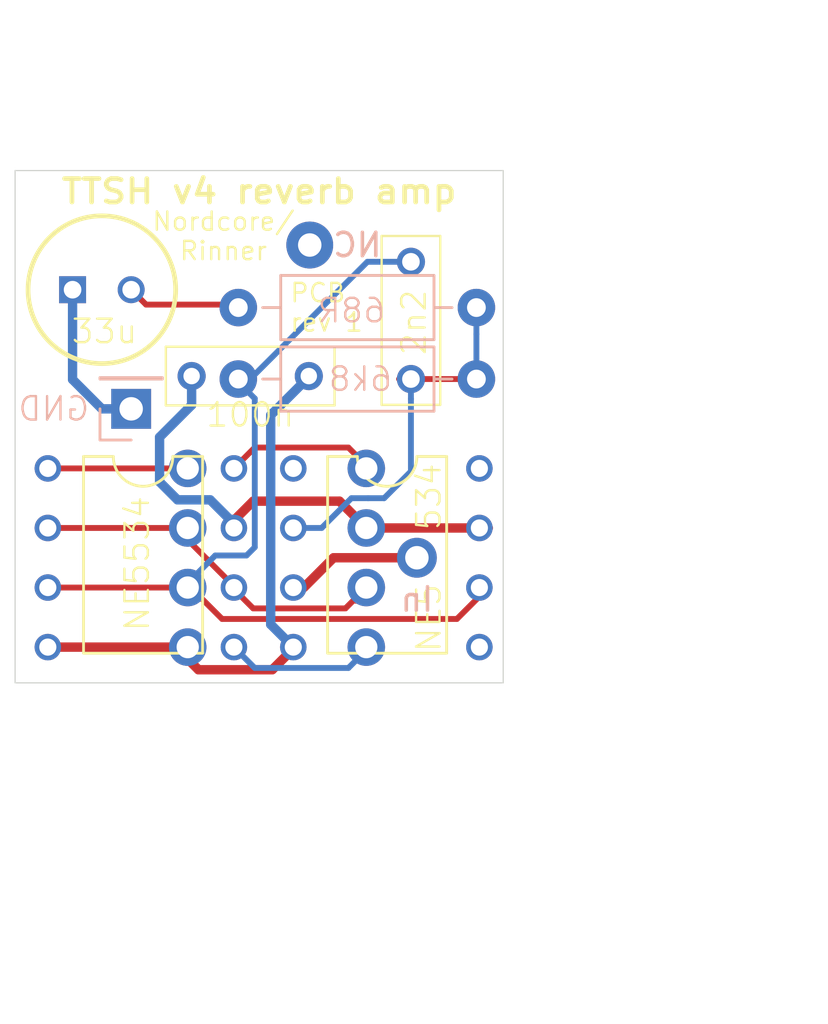
<source format=kicad_pcb>
(kicad_pcb (version 20171130) (host pcbnew "(5.1.5)-3")

  (general
    (thickness 1.6)
    (drawings 19)
    (tracks 62)
    (zones 0)
    (modules 12)
    (nets 16)
  )

  (page A4)
  (layers
    (0 F.Cu signal)
    (31 B.Cu signal)
    (32 B.Adhes user hide)
    (33 F.Adhes user hide)
    (34 B.Paste user hide)
    (35 F.Paste user hide)
    (36 B.SilkS user)
    (37 F.SilkS user)
    (38 B.Mask user)
    (39 F.Mask user)
    (40 Dwgs.User user hide)
    (41 Cmts.User user hide)
    (42 Eco1.User user hide)
    (43 Eco2.User user hide)
    (44 Edge.Cuts user)
    (45 Margin user hide)
    (46 B.CrtYd user hide)
    (47 F.CrtYd user hide)
    (48 B.Fab user)
    (49 F.Fab user)
  )

  (setup
    (last_trace_width 0.25)
    (user_trace_width 0.4)
    (trace_clearance 0.2)
    (zone_clearance 0.508)
    (zone_45_only no)
    (trace_min 0.2)
    (via_size 0.8)
    (via_drill 0.4)
    (via_min_size 0.4)
    (via_min_drill 0.3)
    (uvia_size 0.3)
    (uvia_drill 0.1)
    (uvias_allowed no)
    (uvia_min_size 0.2)
    (uvia_min_drill 0.1)
    (edge_width 0.05)
    (segment_width 0.2)
    (pcb_text_width 0.3)
    (pcb_text_size 1.5 1.5)
    (mod_edge_width 0.12)
    (mod_text_size 1 1)
    (mod_text_width 0.15)
    (pad_size 2 2)
    (pad_drill 1)
    (pad_to_mask_clearance 0.0508)
    (solder_mask_min_width 0.25)
    (aux_axis_origin 0 0)
    (visible_elements 7FFFFFFF)
    (pcbplotparams
      (layerselection 0x010fc_ffffffff)
      (usegerberextensions false)
      (usegerberattributes false)
      (usegerberadvancedattributes false)
      (creategerberjobfile false)
      (excludeedgelayer true)
      (linewidth 0.100000)
      (plotframeref false)
      (viasonmask false)
      (mode 1)
      (useauxorigin false)
      (hpglpennumber 1)
      (hpglpenspeed 20)
      (hpglpendiameter 15.000000)
      (psnegative false)
      (psa4output false)
      (plotreference true)
      (plotvalue true)
      (plotinvisibletext false)
      (padsonsilk false)
      (subtractmaskfromsilk false)
      (outputformat 1)
      (mirror false)
      (drillshape 1)
      (scaleselection 1)
      (outputdirectory ""))
  )

  (net 0 "")
  (net 1 L+)
  (net 2 "Net-(6k8-Pad1)")
  (net 3 GND)
  (net 4 "Net-(C1-Pad1)")
  (net 5 LV-)
  (net 6 LV+)
  (net 7 LCB)
  (net 8 L-)
  (net 9 LComp)
  (net 10 LBal)
  (net 11 "Net-(J4-Pad1)")
  (net 12 "Net-(U1-Pad8)")
  (net 13 "Net-(U1-Pad5)")
  (net 14 "Net-(U1-Pad1)")
  (net 15 "Net-(J1-Pad1)")

  (net_class Default "This is the default net class."
    (clearance 0.2)
    (trace_width 0.25)
    (via_dia 0.8)
    (via_drill 0.4)
    (uvia_dia 0.3)
    (uvia_drill 0.1)
    (add_net GND)
    (add_net L+)
    (add_net L-)
    (add_net LBal)
    (add_net LCB)
    (add_net LComp)
    (add_net LV+)
    (add_net LV-)
    (add_net "Net-(6k8-Pad1)")
    (add_net "Net-(C1-Pad1)")
    (add_net "Net-(J1-Pad1)")
    (add_net "Net-(J4-Pad1)")
    (add_net "Net-(U1-Pad1)")
    (add_net "Net-(U1-Pad5)")
    (add_net "Net-(U1-Pad8)")
  )

  (module Package_DIP:DIP-8_W7.62mm_Socket (layer F.Cu) (tedit 5FFA5FB1) (tstamp 5FFA493F)
    (at 182.753 59.69)
    (descr "8-lead though-hole mounted DIP package, row spacing 7.62 mm (300 mils), Socket")
    (tags "THT DIP DIL PDIP 2.54mm 7.62mm 300mil Socket")
    (path /60044AC3)
    (fp_text reference J2 (at -3.429 -0.127) (layer F.SilkS) hide
      (effects (font (size 1.27 1.27) (thickness 0.254)))
    )
    (fp_text value GND (at -5.715 -2.54) (layer B.SilkS)
      (effects (font (size 1 1) (thickness 0.1)) (justify mirror))
    )
    (fp_text user %R (at 0 0) (layer F.Fab)
      (effects (font (size 1.27 1.27) (thickness 0.254)))
    )
    (fp_line (start 9.15 -1.6) (end -1.55 -1.6) (layer F.CrtYd) (width 0.05))
    (fp_line (start 9.15 9.2) (end 9.15 -1.6) (layer F.CrtYd) (width 0.05))
    (fp_line (start -1.55 9.2) (end 9.15 9.2) (layer F.CrtYd) (width 0.05))
    (fp_line (start -1.55 -1.6) (end -1.55 9.2) (layer F.CrtYd) (width 0.05))
    (fp_line (start 8.89 8.95) (end 8.89 -1.33) (layer F.Fab) (width 0.1))
    (fp_line (start -1.27 8.95) (end 8.89 8.95) (layer F.Fab) (width 0.1))
    (fp_line (start -1.27 -1.33) (end -1.27 8.95) (layer F.Fab) (width 0.1))
    (fp_line (start 0.635 -0.27) (end 1.635 -1.27) (layer F.Fab) (width 0.1))
    (fp_line (start 0.635 8.89) (end 0.635 -0.27) (layer F.Fab) (width 0.1))
    (fp_line (start 6.985 8.89) (end 0.635 8.89) (layer F.Fab) (width 0.1))
    (fp_line (start 6.985 -1.27) (end 6.985 8.89) (layer F.Fab) (width 0.1))
    (fp_line (start 1.635 -1.27) (end 6.985 -1.27) (layer F.Fab) (width 0.1))
    (pad 8 thru_hole oval (at 7.62 0) (size 1.6 1.6) (drill 0.95) (layers *.Cu *.Mask)
      (net 7 LCB))
    (pad 4 thru_hole oval (at 0 7.62) (size 1.6 1.6) (drill 0.95) (layers *.Cu *.Mask)
      (net 5 LV-))
    (pad 7 thru_hole oval (at 7.62 2.54) (size 1.6 1.6) (drill 0.95) (layers *.Cu *.Mask)
      (net 6 LV+))
    (pad 3 thru_hole oval (at 0 5.08) (size 1.6 1.6) (drill 0.95) (layers *.Cu *.Mask)
      (net 1 L+))
    (pad 6 thru_hole oval (at 7.62 5.08) (size 1.6 1.6) (drill 0.95) (layers *.Cu *.Mask)
      (net 8 L-))
    (pad 2 thru_hole oval (at 0 2.54) (size 1.6 1.6) (drill 0.95) (layers *.Cu *.Mask)
      (net 8 L-))
    (pad 5 thru_hole oval (at 7.62 7.62) (size 1.6 1.6) (drill 0.95) (layers *.Cu *.Mask)
      (net 9 LComp))
    (pad 1 thru_hole circle (at 0 0) (size 1.6 1.6) (drill 0.95) (layers *.Cu *.Mask)
      (net 10 LBal))
    (model ${KISYS3DMOD}/Package_DIP.3dshapes/DIP-8_W7.62mm_Socket.wrl
      (at (xyz 0 0 0))
      (scale (xyz 1 1 1))
      (rotate (xyz 0 0 0))
    )
  )

  (module SamacSys_Parts:DIP794W53P254L959H508Q8N (layer F.Cu) (tedit 5FFA5F45) (tstamp 5FFA49BA)
    (at 191.229 63.5)
    (descr "P (R-PDIP-T8)")
    (tags "Integrated Circuit")
    (path /5FF5BB22)
    (fp_text reference U1 (at 0 0) (layer F.SilkS) hide
      (effects (font (size 1.27 1.27) (thickness 0.254)))
    )
    (fp_text value "NE5   534" (at 1.811 0 90) (layer F.SilkS)
      (effects (font (size 1 1) (thickness 0.1)))
    )
    (fp_line (start -3.3 -3.81) (end -2.03 -5.08) (layer F.Fab) (width 0.1))
    (fp_line (start -3.3 5.08) (end -3.3 -5.08) (layer F.Fab) (width 0.1))
    (fp_line (start 3.3 -5.08) (end 3.3 5.08) (layer F.Fab) (width 0.1))
    (fp_line (start -4.945 5.33) (end -4.945 -5.33) (layer F.CrtYd) (width 0.05))
    (fp_line (start 4.945 5.33) (end -4.945 5.33) (layer F.CrtYd) (width 0.05))
    (fp_line (start 4.945 -5.33) (end 4.945 5.33) (layer F.CrtYd) (width 0.05))
    (fp_line (start -4.945 -5.33) (end 4.945 -5.33) (layer F.CrtYd) (width 0.05))
    (fp_text user %R (at 1.938 3.937) (layer F.Fab)
      (effects (font (size 1.27 1.27) (thickness 0.254)))
    )
    (pad 8 thru_hole circle (at 3.97 -3.81) (size 1.13 1.13) (drill 0.73) (layers *.Cu *.Mask)
      (net 12 "Net-(U1-Pad8)"))
    (pad 7 thru_hole circle (at 3.97 -1.27) (size 1.13 1.13) (drill 0.73) (layers *.Cu *.Mask)
      (net 6 LV+))
    (pad 6 thru_hole circle (at 3.97 1.27) (size 1.13 1.13) (drill 0.73) (layers *.Cu *.Mask)
      (net 1 L+))
    (pad 5 thru_hole circle (at 3.97 3.81) (size 1.13 1.13) (drill 0.73) (layers *.Cu *.Mask)
      (net 13 "Net-(U1-Pad5)"))
    (pad 4 thru_hole circle (at -3.97 3.81) (size 1.13 1.13) (drill 0.73) (layers *.Cu *.Mask)
      (net 5 LV-))
    (pad 3 thru_hole circle (at -3.97 1.27) (size 1.13 1.13) (drill 0.73) (layers *.Cu *.Mask)
      (net 11 "Net-(J4-Pad1)"))
    (pad 2 thru_hole circle (at -3.97 -1.27) (size 1.13 1.13) (drill 0.73) (layers *.Cu *.Mask)
      (net 2 "Net-(6k8-Pad1)"))
    (pad 1 thru_hole circle (at -3.97 -3.81) (size 1.13 1.13) (drill 0.73) (layers *.Cu *.Mask)
      (net 14 "Net-(U1-Pad1)"))
    (model "C:\\Users\\julvi\\Google Drive\\KiCad Libraries\\SamacSys_Parts.3dshapes\\NE5534AP.stp"
      (at (xyz 0 0 0))
      (scale (xyz 1 1 1))
      (rotate (xyz 0 0 0))
    )
  )

  (module SamacSys_Parts:DIP794W53P254L959H508Q8N (layer F.Cu) (tedit 5FFA5F17) (tstamp 5FFA49D2)
    (at 180.754 63.5)
    (descr "P (R-PDIP-T8)")
    (tags "Integrated Circuit")
    (path /5FF8A55A)
    (fp_text reference U2 (at 0 0 90) (layer F.SilkS) hide
      (effects (font (size 1.27 1.27) (thickness 0.254)))
    )
    (fp_text value NE5534 (at -0.16 0.254 90) (layer F.SilkS)
      (effects (font (size 1 1) (thickness 0.1)))
    )
    (fp_line (start -3.3 -3.81) (end -2.03 -5.08) (layer F.Fab) (width 0.1))
    (fp_line (start -3.3 5.08) (end -3.3 -5.08) (layer F.Fab) (width 0.1))
    (fp_line (start 3.3 -5.08) (end 3.3 5.08) (layer F.Fab) (width 0.1))
    (fp_line (start -3.3 -5.08) (end 3.3 -5.08) (layer F.Fab) (width 0.1))
    (fp_line (start -4.945 5.33) (end -4.945 -5.33) (layer F.CrtYd) (width 0.05))
    (fp_line (start 4.945 5.33) (end -4.945 5.33) (layer F.CrtYd) (width 0.05))
    (fp_line (start 4.945 -5.33) (end 4.945 5.33) (layer F.CrtYd) (width 0.05))
    (fp_line (start -4.945 -5.33) (end 4.945 -5.33) (layer F.CrtYd) (width 0.05))
    (fp_text user %R (at 0 0) (layer F.Fab)
      (effects (font (size 1.27 1.27) (thickness 0.254)))
    )
    (pad 8 thru_hole circle (at 3.97 -3.81) (size 1.13 1.13) (drill 0.73) (layers *.Cu *.Mask)
      (net 7 LCB))
    (pad 7 thru_hole circle (at 3.97 -1.27) (size 1.13 1.13) (drill 0.73) (layers *.Cu *.Mask)
      (net 6 LV+))
    (pad 6 thru_hole circle (at 3.97 1.27) (size 1.13 1.13) (drill 0.73) (layers *.Cu *.Mask)
      (net 8 L-))
    (pad 5 thru_hole circle (at 3.97 3.81) (size 1.13 1.13) (drill 0.73) (layers *.Cu *.Mask)
      (net 9 LComp))
    (pad 4 thru_hole circle (at -3.97 3.81) (size 1.13 1.13) (drill 0.73) (layers *.Cu *.Mask)
      (net 5 LV-))
    (pad 3 thru_hole circle (at -3.97 1.27) (size 1.13 1.13) (drill 0.73) (layers *.Cu *.Mask)
      (net 1 L+))
    (pad 2 thru_hole circle (at -3.97 -1.27) (size 1.13 1.13) (drill 0.73) (layers *.Cu *.Mask)
      (net 8 L-))
    (pad 1 thru_hole circle (at -3.97 -3.81) (size 1.13 1.13) (drill 0.73) (layers *.Cu *.Mask)
      (net 10 LBal))
    (model "C:\\Users\\julvi\\Google Drive\\KiCad Libraries\\SamacSys_Parts.3dshapes\\NE5534AP.stp"
      (at (xyz 0 0 0))
      (scale (xyz 1 1 1))
      (rotate (xyz 0 0 0))
    )
  )

  (module Connector_PinHeader_2.54mm:PinHeader_1x01_P2.54mm_Vertical (layer B.Cu) (tedit 5FFA5C65) (tstamp 5FFA4927)
    (at 187.96 50.165)
    (descr "Through hole straight pin header, 1x01, 2.54mm pitch, single row")
    (tags "Through hole pin header THT 1x01 2.54mm single row")
    (path /5FFC3A75)
    (fp_text reference NC (at 2.032 0) (layer B.SilkS)
      (effects (font (size 1 1) (thickness 0.15)) (justify mirror))
    )
    (fp_text value Conn_01x01 (at 4.385 -2.27) (layer B.Fab)
      (effects (font (size 1 1) (thickness 0.15)) (justify mirror))
    )
    (fp_line (start -0.635 1.27) (end 1.27 1.27) (layer B.Fab) (width 0.1))
    (fp_line (start 1.27 1.27) (end 1.27 -1.27) (layer B.Fab) (width 0.1))
    (fp_line (start 1.27 -1.27) (end -1.27 -1.27) (layer B.Fab) (width 0.1))
    (fp_line (start -1.27 -1.27) (end -1.27 0.635) (layer B.Fab) (width 0.1))
    (fp_line (start -1.27 0.635) (end -0.635 1.27) (layer B.Fab) (width 0.1))
    (fp_line (start -1.8 1.8) (end -1.8 -1.8) (layer B.CrtYd) (width 0.05))
    (fp_line (start -1.8 -1.8) (end 1.8 -1.8) (layer B.CrtYd) (width 0.05))
    (fp_line (start 1.8 -1.8) (end 1.8 1.8) (layer B.CrtYd) (width 0.05))
    (fp_line (start 1.8 1.8) (end -1.8 1.8) (layer B.CrtYd) (width 0.05))
    (fp_text user %R (at 2.77 0 -90) (layer B.Fab)
      (effects (font (size 1 1) (thickness 0.15)) (justify mirror))
    )
    (pad 1 thru_hole circle (at 0 0) (size 2 2) (drill 1) (layers *.Cu *.Mask)
      (net 15 "Net-(J1-Pad1)"))
    (model ${KISYS3DMOD}/Connector_PinHeader_2.54mm.3dshapes/PinHeader_1x01_P2.54mm_Vertical.wrl
      (at (xyz 0 0 0))
      (scale (xyz 1 1 1))
      (rotate (xyz 0 0 0))
    )
  )

  (module Connector_PinHeader_2.54mm:PinHeader_1x01_P2.54mm_Vertical (layer B.Cu) (tedit 5FFA46FA) (tstamp 5FFA498B)
    (at 192.532 63.5)
    (descr "Through hole straight pin header, 1x01, 2.54mm pitch, single row")
    (tags "Through hole pin header THT 1x01 2.54mm single row")
    (path /5FFC4F66)
    (fp_text reference In (at 0 1.778) (layer B.SilkS)
      (effects (font (size 1 1) (thickness 0.15)) (justify mirror))
    )
    (fp_text value Conn_01x01 (at 4.385 -2.27) (layer B.Fab)
      (effects (font (size 1 1) (thickness 0.15)) (justify mirror))
    )
    (fp_text user %R (at 2.77 0 -90) (layer B.Fab)
      (effects (font (size 1 1) (thickness 0.15)) (justify mirror))
    )
    (fp_line (start 1.8 1.8) (end -1.8 1.8) (layer B.CrtYd) (width 0.05))
    (fp_line (start 1.8 -1.8) (end 1.8 1.8) (layer B.CrtYd) (width 0.05))
    (fp_line (start -1.8 -1.8) (end 1.8 -1.8) (layer B.CrtYd) (width 0.05))
    (fp_line (start -1.8 1.8) (end -1.8 -1.8) (layer B.CrtYd) (width 0.05))
    (fp_line (start -1.27 0.635) (end -0.635 1.27) (layer B.Fab) (width 0.1))
    (fp_line (start -1.27 -1.27) (end -1.27 0.635) (layer B.Fab) (width 0.1))
    (fp_line (start 1.27 1.27) (end 1.27 -1.27) (layer B.Fab) (width 0.1))
    (fp_line (start -0.635 1.27) (end 1.27 1.27) (layer B.Fab) (width 0.1))
    (pad 1 thru_hole circle (at 0 0) (size 1.7 1.7) (drill 1) (layers *.Cu *.Mask)
      (net 11 "Net-(J4-Pad1)"))
    (model ${KISYS3DMOD}/Connector_PinHeader_2.54mm.3dshapes/PinHeader_1x01_P2.54mm_Vertical.wrl
      (at (xyz 0 0 0))
      (scale (xyz 1 1 1))
      (rotate (xyz 0 0 0))
    )
  )

  (module Connector_PinHeader_2.54mm:PinHeader_1x01_P2.54mm_Vertical (layer B.Cu) (tedit 59FED5CC) (tstamp 5FFA4965)
    (at 180.34 57.15)
    (descr "Through hole straight pin header, 1x01, 2.54mm pitch, single row")
    (tags "Through hole pin header THT 1x01 2.54mm single row")
    (path /5FFC0990)
    (fp_text reference J3 (at 1.905 0.508) (layer B.SilkS) hide
      (effects (font (size 1 1) (thickness 0.15)) (justify mirror))
    )
    (fp_text value Conn_01x01 (at 4.385 -2.27) (layer B.Fab)
      (effects (font (size 1 1) (thickness 0.15)) (justify mirror))
    )
    (fp_text user %R (at 2.77 0 -90) (layer B.Fab)
      (effects (font (size 1 1) (thickness 0.15)) (justify mirror))
    )
    (fp_line (start 1.8 1.8) (end -1.8 1.8) (layer B.CrtYd) (width 0.05))
    (fp_line (start 1.8 -1.8) (end 1.8 1.8) (layer B.CrtYd) (width 0.05))
    (fp_line (start -1.8 -1.8) (end 1.8 -1.8) (layer B.CrtYd) (width 0.05))
    (fp_line (start -1.8 1.8) (end -1.8 -1.8) (layer B.CrtYd) (width 0.05))
    (fp_line (start -1.33 1.33) (end 0 1.33) (layer B.SilkS) (width 0.12))
    (fp_line (start -1.33 0) (end -1.33 1.33) (layer B.SilkS) (width 0.12))
    (fp_line (start -1.33 -1.27) (end 1.33 -1.27) (layer B.SilkS) (width 0.12))
    (fp_line (start 1.33 -1.27) (end 1.33 -1.33) (layer B.SilkS) (width 0.12))
    (fp_line (start -1.33 -1.27) (end -1.33 -1.33) (layer B.SilkS) (width 0.12))
    (fp_line (start -1.33 -1.33) (end 1.33 -1.33) (layer B.SilkS) (width 0.12))
    (fp_line (start -1.27 0.635) (end -0.635 1.27) (layer B.Fab) (width 0.1))
    (fp_line (start -1.27 -1.27) (end -1.27 0.635) (layer B.Fab) (width 0.1))
    (fp_line (start 1.27 -1.27) (end -1.27 -1.27) (layer B.Fab) (width 0.1))
    (fp_line (start 1.27 1.27) (end 1.27 -1.27) (layer B.Fab) (width 0.1))
    (fp_line (start -0.635 1.27) (end 1.27 1.27) (layer B.Fab) (width 0.1))
    (pad 1 thru_hole rect (at 0 0) (size 1.7 1.7) (drill 1) (layers *.Cu *.Mask)
      (net 3 GND))
    (model ${KISYS3DMOD}/Connector_PinHeader_2.54mm.3dshapes/PinHeader_1x01_P2.54mm_Vertical.wrl
      (at (xyz 0 0 0))
      (scale (xyz 1 1 1))
      (rotate (xyz 0 0 0))
    )
  )

  (module orig:orig_320dpi (layer F.Cu) (tedit 0) (tstamp 5FFA6173)
    (at 192.45 61.55 270)
    (fp_text reference G*** (at 1.569 6.014 90) (layer F.SilkS) hide
      (effects (font (size 1.524 1.524) (thickness 0.3)))
    )
    (fp_text value LOGO (at 2.077 6.141 90) (layer F.SilkS) hide
      (effects (font (size 1.524 1.524) (thickness 0.3)))
    )
    (fp_poly (pts (xy 0.796239 -13.283176) (xy 0.945821 -13.114022) (xy 1.00548 -12.892607) (xy 0.985034 -12.756838)
      (xy 0.842898 -12.518601) (xy 0.631559 -12.402759) (xy 0.391527 -12.418817) (xy 0.172586 -12.56621)
      (xy 0.029434 -12.798384) (xy 0.04344 -13.018276) (xy 0.213162 -13.220538) (xy 0.377031 -13.324828)
      (xy 0.594165 -13.3651) (xy 0.796239 -13.283176)) (layer Eco2.User) (width 0.01))
    (fp_poly (pts (xy 0.887179 -10.725698) (xy 0.908311 -10.697964) (xy 1.021507 -10.430873) (xy 0.977383 -10.181302)
      (xy 0.848165 -10.015087) (xy 0.637906 -9.869347) (xy 0.451659 -9.871807) (xy 0.25488 -10.023112)
      (xy 0.251961 -10.02621) (xy 0.103357 -10.272293) (xy 0.109016 -10.518008) (xy 0.238125 -10.715625)
      (xy 0.460419 -10.850595) (xy 0.692678 -10.853533) (xy 0.887179 -10.725698)) (layer Eco2.User) (width 0.01))
    (fp_poly (pts (xy -1.727013 -13.268433) (xy -1.579548 -13.100233) (xy -1.512085 -12.877654) (xy -1.537084 -12.64795)
      (xy -1.667002 -12.458374) (xy -1.70377 -12.431317) (xy -1.887756 -12.32821) (xy -2.02682 -12.323293)
      (xy -2.191371 -12.421236) (xy -2.251484 -12.467637) (xy -2.407501 -12.649323) (xy -2.460625 -12.821732)
      (xy -2.391796 -13.03602) (xy -2.222495 -13.223142) (xy -2.008507 -13.327888) (xy -1.942023 -13.335)
      (xy -1.727013 -13.268433)) (layer Eco2.User) (width 0.01))
    (fp_poly (pts (xy -1.606675 -10.734047) (xy -1.5875 -10.715625) (xy -1.44961 -10.50096) (xy -1.462806 -10.27175)
      (xy -1.593262 -10.051642) (xy -1.798813 -9.88468) (xy -2.021917 -9.853673) (xy -2.223305 -9.962883)
      (xy -2.240497 -9.981407) (xy -2.397659 -10.236935) (xy -2.400017 -10.478309) (xy -2.297505 -10.663466)
      (xy -2.081194 -10.836006) (xy -1.840303 -10.860312) (xy -1.606675 -10.734047)) (layer Eco2.User) (width 0.01))
    (fp_poly (pts (xy -4.348892 -13.314069) (xy -4.226719 -13.253122) (xy -4.035642 -13.070832) (xy -3.978655 -12.836197)
      (xy -4.060541 -12.588966) (xy -4.135267 -12.493296) (xy -4.297585 -12.360445) (xy -4.441931 -12.303176)
      (xy -4.445 -12.303125) (xy -4.587697 -12.357547) (xy -4.75058 -12.488912) (xy -4.754734 -12.493296)
      (xy -4.894874 -12.734213) (xy -4.894181 -12.978813) (xy -4.757439 -13.187346) (xy -4.663282 -13.253122)
      (xy -4.490167 -13.329997) (xy -4.348892 -13.314069)) (layer Eco2.User) (width 0.01))
    (fp_poly (pts (xy -4.212544 -10.803294) (xy -4.036014 -10.61881) (xy -3.96875 -10.366239) (xy -4.02665 -10.09566)
      (xy -4.175529 -9.919512) (xy -4.378159 -9.852659) (xy -4.597311 -9.909964) (xy -4.756739 -10.051642)
      (xy -4.870311 -10.223193) (xy -4.921066 -10.353571) (xy -4.92125 -10.358438) (xy -4.865668 -10.512996)
      (xy -4.733115 -10.688276) (xy -4.574884 -10.827287) (xy -4.456901 -10.874375) (xy -4.212544 -10.803294)) (layer Eco2.User) (width 0.01))
    (fp_poly (pts (xy -0.74994 -6.815304) (xy -0.645859 -6.631515) (xy -0.635 -6.532563) (xy -0.685934 -6.35792)
      (xy -0.80725 -6.178581) (xy -0.951724 -6.054925) (xy -1.026114 -6.0325) (xy -1.121015 -6.089228)
      (xy -1.252736 -6.227239) (xy -1.264239 -6.241642) (xy -1.387932 -6.41187) (xy -1.416403 -6.527401)
      (xy -1.355349 -6.65608) (xy -1.305187 -6.729214) (xy -1.126932 -6.878041) (xy -0.926074 -6.902109)
      (xy -0.74994 -6.815304)) (layer Eco2.User) (width 0.01))
    (fp_poly (pts (xy 1.652152 -6.860681) (xy 1.784588 -6.733546) (xy 1.8231 -6.558563) (xy 1.76878 -6.345066)
      (xy 1.641005 -6.177059) (xy 1.488324 -6.111875) (xy 1.34277 -6.159506) (xy 1.179574 -6.265813)
      (xy 1.056205 -6.384222) (xy 1.042225 -6.490676) (xy 1.113902 -6.642844) (xy 1.272998 -6.820537)
      (xy 1.467019 -6.891414) (xy 1.652152 -6.860681)) (layer Eco2.User) (width 0.01))
    (fp_poly (pts (xy 0.869894 -5.974881) (xy 0.873125 -5.953125) (xy 0.846043 -5.875814) (xy 0.838121 -5.87375)
      (xy 0.770354 -5.929371) (xy 0.754062 -5.953125) (xy 0.760355 -6.026268) (xy 0.789065 -6.0325)
      (xy 0.869894 -5.974881)) (layer Eco2.User) (width 0.01))
    (fp_poly (pts (xy -5.709095 -6.701843) (xy -5.573834 -6.500411) (xy -5.596007 -6.28891) (xy -5.729968 -6.114968)
      (xy -5.878304 -5.990657) (xy -5.985103 -5.972651) (xy -6.108977 -6.066099) (xy -6.195269 -6.155841)
      (xy -6.317714 -6.303555) (xy -6.337169 -6.417161) (xy -6.266303 -6.571295) (xy -6.265908 -6.571998)
      (xy -6.097614 -6.765142) (xy -5.903621 -6.806627) (xy -5.709095 -6.701843)) (layer Eco2.User) (width 0.01))
    (fp_poly (pts (xy -3.263407 -6.74855) (xy -3.210773 -6.693709) (xy -3.105984 -6.457297) (xy -3.155272 -6.23857)
      (xy -3.220358 -6.157233) (xy -3.423824 -6.043027) (xy -3.636759 -6.083273) (xy -3.775222 -6.196675)
      (xy -3.871906 -6.328248) (xy -3.867363 -6.44788) (xy -3.804715 -6.573706) (xy -3.642095 -6.751442)
      (xy -3.445977 -6.812892) (xy -3.263407 -6.74855)) (layer Eco2.User) (width 0.01))
    (fp_poly (pts (xy 2.2225 -0.436563) (xy 2.182812 -0.396875) (xy 2.143125 -0.436563) (xy 2.182812 -0.47625)
      (xy 2.2225 -0.436563)) (layer Eco2.User) (width 0.01))
    (fp_poly (pts (xy 2.035567 -0.415711) (xy 2.169816 -0.265447) (xy 2.200533 -0.072495) (xy 2.1126 0.116112)
      (xy 2.026855 0.189308) (xy 1.878805 0.283356) (xy 1.788403 0.298018) (xy 1.675306 0.232391)
      (xy 1.607343 0.184592) (xy 1.455378 0.004819) (xy 1.432794 -0.19463) (xy 1.525172 -0.3674)
      (xy 1.718093 -0.467138) (xy 1.812905 -0.47625) (xy 2.035567 -0.415711)) (layer Eco2.User) (width 0.01))
    (fp_poly (pts (xy -2.970851 -0.393819) (xy -2.786553 -0.251105) (xy -2.755352 -0.087881) (xy -2.867697 0.113996)
      (xy -3.031767 0.275942) (xy -3.190665 0.302382) (xy -3.353594 0.231767) (xy -3.469035 0.085164)
      (xy -3.481512 -0.030747) (xy -3.385841 -0.030747) (xy -3.373438 0) (xy -3.302111 0.075722)
      (xy -3.289379 0.079375) (xy -3.255286 0.017963) (xy -3.254375 0) (xy -3.315395 -0.076325)
      (xy -3.338435 -0.079375) (xy -3.385841 -0.030747) (xy -3.481512 -0.030747) (xy -3.490985 -0.118736)
      (xy -3.489727 -0.122284) (xy -3.161643 -0.122284) (xy -3.125035 0.017185) (xy -3.069436 0.079375)
      (xy -3.059862 0.012205) (xy -3.08008 -0.138907) (xy -3.118914 -0.262065) (xy -3.154974 -0.258096)
      (xy -3.155935 -0.255351) (xy -3.161643 -0.122284) (xy -3.489727 -0.122284) (xy -3.422666 -0.311337)
      (xy -3.323829 -0.402186) (xy -3.138912 -0.451115) (xy -2.970851 -0.393819)) (layer Eco2.User) (width 0.01))
    (fp_poly (pts (xy 0.324698 5.402394) (xy 0.377058 5.469945) (xy 0.326879 5.573021) (xy 0.218281 5.690902)
      (xy 0 5.909829) (xy 0 5.662157) (xy 0.044318 5.450168) (xy 0.162608 5.35945)
      (xy 0.324698 5.402394)) (layer Eco2.User) (width 0.01))
    (fp_poly (pts (xy 0.551287 5.855519) (xy 0.545916 5.992089) (xy 0.492629 6.133788) (xy 0.460375 6.175375)
      (xy 0.331624 6.247857) (xy 0.184456 6.268842) (xy 0.088207 6.232923) (xy 0.079375 6.205086)
      (xy 0.133602 6.109077) (xy 0.259023 5.97235) (xy 0.399746 5.84932) (xy 0.499881 5.794405)
      (xy 0.501209 5.794375) (xy 0.551287 5.855519)) (layer Eco2.User) (width 0.01))
    (fp_poly (pts (xy -5.08 2.897187) (xy -5.119688 2.936875) (xy -5.159375 2.897187) (xy -5.119688 2.8575)
      (xy -5.08 2.897187)) (layer Eco2.User) (width 0.01))
    (fp_poly (pts (xy -4.92125 3.532187) (xy -4.960938 3.571875) (xy -5.000625 3.532187) (xy -4.960938 3.4925)
      (xy -4.92125 3.532187)) (layer Eco2.User) (width 0.01))
    (fp_poly (pts (xy -4.649416 4.277061) (xy -4.542128 4.454501) (xy -4.524375 4.579937) (xy -4.554424 4.712245)
      (xy -4.675222 4.759415) (xy -4.757816 4.7625) (xy -4.939581 4.740159) (xy -5.036196 4.689785)
      (xy -5.046584 4.557666) (xy -4.989139 4.386474) (xy -4.89571 4.247363) (xy -4.820028 4.206875)
      (xy -4.649416 4.277061)) (layer Eco2.User) (width 0.01))
    (fp_poly (pts (xy -4.782344 5.332696) (xy -4.602859 5.398466) (xy -4.538699 5.536406) (xy -4.544743 5.679908)
      (xy -4.630231 5.701) (xy -4.808609 5.602272) (xy -4.824214 5.591436) (xy -4.972252 5.453879)
      (xy -4.978819 5.360393) (xy -4.846686 5.32811) (xy -4.782344 5.332696)) (layer Eco2.User) (width 0.01))
    (fp_poly (pts (xy -5.246817 5.453417) (xy -5.1114 5.578142) (xy -4.985292 5.718208) (xy -4.922068 5.818778)
      (xy -4.92125 5.825406) (xy -4.986458 5.863423) (xy -5.131243 5.871982) (xy -5.279346 5.851906)
      (xy -5.344584 5.820833) (xy -5.386618 5.712838) (xy -5.39534 5.557481) (xy -5.371936 5.430448)
      (xy -5.337969 5.398871) (xy -5.246817 5.453417)) (layer Eco2.User) (width 0.01))
    (fp_poly (pts (xy -5.3975 7.897812) (xy -5.437188 7.9375) (xy -5.476875 7.897812) (xy -5.437188 7.858125)
      (xy -5.3975 7.897812)) (layer Eco2.User) (width 0.01))
    (fp_poly (pts (xy -4.624475 7.813705) (xy -4.49112 8.012719) (xy -4.475334 8.065571) (xy -4.486014 8.27807)
      (xy -4.603168 8.439065) (xy -4.781389 8.523415) (xy -4.975266 8.505979) (xy -5.102216 8.412646)
      (xy -5.224913 8.182217) (xy -5.195563 7.970062) (xy -5.045636 7.814625) (xy -4.82096 7.742549)
      (xy -4.624475 7.813705)) (layer Eco2.User) (width 0.01))
    (fp_poly (pts (xy 0.880734 14.411265) (xy 0.894689 14.499942) (xy 0.785883 14.653061) (xy 0.613399 14.807895)
      (xy 0.512392 14.82507) (xy 0.476503 14.705286) (xy 0.47625 14.687167) (xy 0.537139 14.538187)
      (xy 0.677013 14.425699) (xy 0.831674 14.393492) (xy 0.880734 14.411265)) (layer Eco2.User) (width 0.01))
    (fp_poly (pts (xy 1.02147 14.908991) (xy 1.031875 14.986) (xy 0.978127 15.166678) (xy 0.850112 15.287178)
      (xy 0.697667 15.314624) (xy 0.607815 15.265732) (xy 0.620359 15.182611) (xy 0.710393 15.050176)
      (xy 0.833494 14.920791) (xy 0.945239 14.846822) (xy 0.966336 14.843125) (xy 1.02147 14.908991)) (layer Eco2.User) (width 0.01))
    (fp_poly (pts (xy 3.413125 14.485937) (xy 3.373437 14.525625) (xy 3.33375 14.485937) (xy 3.373437 14.44625)
      (xy 3.413125 14.485937)) (layer Eco2.User) (width 0.01))
    (fp_poly (pts (xy 3.179388 14.508191) (xy 3.325587 14.655856) (xy 3.445749 14.832005) (xy 3.4925 14.973564)
      (xy 3.468347 15.041275) (xy 3.369633 15.005222) (xy 3.33375 14.983454) (xy 3.170688 14.924232)
      (xy 3.018612 14.981978) (xy 2.887032 15.036102) (xy 2.803061 14.967075) (xy 2.784262 14.933968)
      (xy 2.767012 14.763017) (xy 2.844779 14.583655) (xy 2.980195 14.463284) (xy 3.054677 14.44625)
      (xy 3.179388 14.508191)) (layer Eco2.User) (width 0.01))
    (fp_poly (pts (xy -1.659416 14.437599) (xy -1.546211 14.556617) (xy -1.436585 14.789548) (xy -1.46554 14.945494)
      (xy -1.63456 15.02711) (xy -1.816961 15.041562) (xy -2.071623 15.016211) (xy -2.199162 14.944616)
      (xy -2.204858 14.933055) (xy -2.211419 14.781445) (xy -2.173565 14.615555) (xy -2.043679 14.433556)
      (xy -1.855694 14.372677) (xy -1.659416 14.437599)) (layer Eco2.User) (width 0.01))
    (fp_poly (pts (xy -18.743727 -16.368098) (xy -18.617939 -16.254214) (xy -18.504973 -15.983008) (xy -18.544216 -15.726073)
      (xy -18.668093 -15.560593) (xy -18.908046 -15.419433) (xy -19.144277 -15.434128) (xy -19.358188 -15.603411)
      (xy -19.361739 -15.607892) (xy -19.501551 -15.848932) (xy -19.501347 -16.066627) (xy -19.402687 -16.254214)
      (xy -19.216676 -16.397523) (xy -18.975744 -16.435484) (xy -18.743727 -16.368098)) (layer Eco2.User) (width 0.01))
    (fp_poly (pts (xy 7.276041 -11.879792) (xy 7.265145 -11.832604) (xy 7.223125 -11.826875) (xy 7.15779 -11.855918)
      (xy 7.170208 -11.879792) (xy 7.264407 -11.889292) (xy 7.276041 -11.879792)) (layer Eco2.User) (width 0.01))
    (fp_poly (pts (xy 7.9375 -11.089442) (xy 7.873027 -10.883311) (xy 7.71093 -10.756046) (xy 7.49819 -10.721009)
      (xy 7.281787 -10.79156) (xy 7.182997 -10.874862) (xy 7.100069 -11.009102) (xy 7.101592 -11.097778)
      (xy 7.17393 -11.099778) (xy 7.240322 -11.047678) (xy 7.418918 -10.959456) (xy 7.626838 -11.025326)
      (xy 7.75379 -11.126337) (xy 7.9375 -11.298923) (xy 7.9375 -11.089442)) (layer Eco2.User) (width 0.01))
    (fp_poly (pts (xy 12.22375 -14.962188) (xy 12.184062 -14.9225) (xy 12.144375 -14.962188) (xy 12.184062 -15.001875)
      (xy 12.22375 -14.962188)) (layer Eco2.User) (width 0.01))
    (fp_poly (pts (xy 13.414375 -14.882813) (xy 13.490097 -14.811486) (xy 13.49375 -14.798754) (xy 13.432338 -14.764661)
      (xy 13.414375 -14.76375) (xy 13.33805 -14.82477) (xy 13.335 -14.84781) (xy 13.383628 -14.895216)
      (xy 13.414375 -14.882813)) (layer Eco2.User) (width 0.01))
    (fp_poly (pts (xy 14.413901 -14.876416) (xy 14.44625 -14.803438) (xy 14.381408 -14.703404) (xy 14.307343 -14.685591)
      (xy 14.218386 -14.700507) (xy 14.278538 -14.756522) (xy 14.279177 -14.756927) (xy 14.338542 -14.819088)
      (xy 14.251512 -14.862418) (xy 14.239489 -14.865567) (xy 14.14957 -14.895391) (xy 14.208907 -14.90969)
      (xy 14.267656 -14.913293) (xy 14.413901 -14.876416)) (layer Eco2.User) (width 0.01))
    (fp_poly (pts (xy 11.983318 -14.623973) (xy 11.985625 -14.605) (xy 11.925222 -14.527932) (xy 11.90625 -14.525625)
      (xy 11.829181 -14.586028) (xy 11.826875 -14.605) (xy 11.887277 -14.682069) (xy 11.90625 -14.684375)
      (xy 11.983318 -14.623973)) (layer Eco2.User) (width 0.01))
    (fp_poly (pts (xy 11.000238 -14.853042) (xy 11.231562 -14.790337) (xy 10.977535 -14.657981) (xy 10.774028 -14.558209)
      (xy 10.673209 -14.5384) (xy 10.639325 -14.600826) (xy 10.63625 -14.679691) (xy 10.671768 -14.83668)
      (xy 10.794974 -14.887649) (xy 11.000238 -14.853042)) (layer Eco2.User) (width 0.01))
    (fp_poly (pts (xy 19.263222 -13.839353) (xy 19.248437 -13.81125) (xy 19.173649 -13.735447) (xy 19.159693 -13.731875)
      (xy 19.154277 -13.783148) (xy 19.169062 -13.81125) (xy 19.24385 -13.887054) (xy 19.257806 -13.890625)
      (xy 19.263222 -13.839353)) (layer Eco2.User) (width 0.01))
    (fp_poly (pts (xy 12.214384 -14.2875) (xy 12.236389 -14.040372) (xy 12.273289 -13.832932) (xy 12.273778 -13.831094)
      (xy 12.289229 -13.717963) (xy 12.2294 -13.666463) (xy 12.057128 -13.652795) (xy 11.994882 -13.6525)
      (xy 11.792596 -13.663374) (xy 11.677898 -13.690623) (xy 11.668125 -13.702823) (xy 11.692845 -13.843954)
      (xy 11.752574 -14.037591) (xy 11.825664 -14.225137) (xy 11.890467 -14.347999) (xy 11.913465 -14.366875)
      (xy 11.983502 -14.301421) (xy 12.036514 -14.188282) (xy 12.079798 -14.086633) (xy 12.111256 -14.110857)
      (xy 12.148327 -14.276137) (xy 12.150476 -14.2875) (xy 12.202851 -14.565313) (xy 12.214384 -14.2875)) (layer Eco2.User) (width 0.01))
    (fp_poly (pts (xy 8.175625 -13.692188) (xy 8.135937 -13.6525) (xy 8.09625 -13.692188) (xy 8.135937 -13.731875)
      (xy 8.175625 -13.692188)) (layer Eco2.User) (width 0.01))
    (fp_poly (pts (xy 15.517812 -13.814413) (xy 15.61469 -13.763913) (xy 15.586135 -13.718793) (xy 15.453113 -13.661242)
      (xy 15.195059 -13.578772) (xy 15.064871 -13.586542) (xy 15.059398 -13.685151) (xy 15.08125 -13.731875)
      (xy 15.18766 -13.857304) (xy 15.340759 -13.872257) (xy 15.517812 -13.814413)) (layer Eco2.User) (width 0.01))
    (fp_poly (pts (xy 18.694751 -13.764577) (xy 18.759134 -13.753798) (xy 18.90234 -13.7089) (xy 18.909556 -13.639471)
      (xy 18.883291 -13.603223) (xy 18.71225 -13.503485) (xy 18.518525 -13.52855) (xy 18.422693 -13.603543)
      (xy 18.387371 -13.711569) (xy 18.484809 -13.768263) (xy 18.694751 -13.764577)) (layer Eco2.User) (width 0.01))
    (fp_poly (pts (xy 14.76375 -13.533438) (xy 14.724062 -13.49375) (xy 14.684375 -13.533438) (xy 14.724062 -13.573125)
      (xy 14.76375 -13.533438)) (layer Eco2.User) (width 0.01))
    (fp_poly (pts (xy 13.480806 -14.332579) (xy 13.527054 -14.209787) (xy 13.55349 -13.96697) (xy 13.557849 -13.890408)
      (xy 13.582262 -13.414375) (xy 13.33031 -13.414375) (xy 13.160025 -13.428129) (xy 13.109485 -13.491777)
      (xy 13.127347 -13.592969) (xy 13.173857 -13.793517) (xy 13.221846 -14.044035) (xy 13.226124 -14.069219)
      (xy 13.29457 -14.292144) (xy 13.402318 -14.366639) (xy 13.404676 -14.366658) (xy 13.480806 -14.332579)) (layer Eco2.User) (width 0.01))
    (fp_poly (pts (xy 8.642125 -14.151) (xy 8.753553 -14.06222) (xy 8.830468 -14.026233) (xy 8.947559 -13.919867)
      (xy 8.958858 -13.760865) (xy 8.883924 -13.594003) (xy 8.742314 -13.464059) (xy 8.563749 -13.415591)
      (xy 8.365978 -13.44535) (xy 8.261976 -13.487759) (xy 8.210063 -13.545518) (xy 8.300954 -13.580314)
      (xy 8.335134 -13.585762) (xy 8.493806 -13.647902) (xy 8.55583 -13.720361) (xy 8.542857 -13.791739)
      (xy 8.423141 -13.774544) (xy 8.29322 -13.762088) (xy 8.255312 -13.862614) (xy 8.255 -13.882484)
      (xy 8.306488 -14.019437) (xy 8.425062 -14.133018) (xy 8.556879 -14.185882) (xy 8.642125 -14.151)) (layer Eco2.User) (width 0.01))
    (fp_poly (pts (xy 14.351339 -14.349643) (xy 14.440092 -14.174978) (xy 14.498835 -13.930313) (xy 14.539032 -13.68121)
      (xy 14.539979 -13.550184) (xy 14.496475 -13.500253) (xy 14.437417 -13.49375) (xy 14.291137 -13.453966)
      (xy 14.247812 -13.414375) (xy 14.133167 -13.338167) (xy 14.016399 -13.404092) (xy 14.010131 -13.413657)
      (xy 14.000245 -13.529078) (xy 14.025897 -13.743929) (xy 14.063183 -13.929594) (xy 14.15583 -14.226939)
      (xy 14.254234 -14.366959) (xy 14.351339 -14.349643)) (layer Eco2.User) (width 0.01))
    (fp_poly (pts (xy 14.2875 -13.215938) (xy 14.363222 -13.144611) (xy 14.366875 -13.131879) (xy 14.305463 -13.097786)
      (xy 14.2875 -13.096875) (xy 14.211175 -13.157895) (xy 14.208125 -13.180935) (xy 14.256753 -13.228341)
      (xy 14.2875 -13.215938)) (layer Eco2.User) (width 0.01))
    (fp_poly (pts (xy 10.582686 -14.095622) (xy 10.68692 -14.009688) (xy 10.789544 -13.912229) (xy 10.937396 -13.898396)
      (xy 11.0491 -13.97255) (xy 11.057089 -13.989844) (xy 11.117752 -14.025876) (xy 11.215415 -13.931188)
      (xy 11.29427 -13.790152) (xy 11.299214 -13.712907) (xy 11.326736 -13.6597) (xy 11.376289 -13.6525)
      (xy 11.391152 -13.603991) (xy 11.30257 -13.474702) (xy 11.176074 -13.337877) (xy 11.012675 -13.152768)
      (xy 10.919805 -13.003856) (xy 10.912284 -12.941002) (xy 10.891044 -12.875163) (xy 10.805396 -12.85875)
      (xy 10.712275 -12.882525) (xy 10.65381 -12.977614) (xy 10.613755 -13.179664) (xy 10.597389 -13.315157)
      (xy 10.567296 -13.584453) (xy 10.542651 -13.798222) (xy 10.532146 -13.884079) (xy 10.451791 -13.977609)
      (xy 10.338632 -14.009718) (xy 10.152022 -14.043267) (xy 10.118115 -14.08918) (xy 10.235083 -14.123465)
      (xy 10.347699 -14.12875) (xy 10.582686 -14.095622)) (layer Eco2.User) (width 0.01))
    (fp_poly (pts (xy 18.289989 -12.211213) (xy 18.306334 -12.200125) (xy 18.303946 -12.111367) (xy 18.230172 -11.994058)
      (xy 18.13614 -11.920602) (xy 18.107624 -11.918721) (xy 18.005461 -11.935217) (xy 17.803024 -11.962866)
      (xy 17.682985 -11.978252) (xy 17.44777 -12.022896) (xy 17.359279 -12.081872) (xy 17.367234 -12.119782)
      (xy 17.472579 -12.172845) (xy 17.677019 -12.213609) (xy 17.921062 -12.236985) (xy 18.145216 -12.237883)
      (xy 18.289989 -12.211213)) (layer Eco2.User) (width 0.01))
    (fp_poly (pts (xy 17.695712 -11.551542) (xy 17.700625 -11.506884) (xy 17.754385 -11.337703) (xy 17.864686 -11.186564)
      (xy 17.971549 -11.048274) (xy 17.957831 -10.940642) (xy 17.934342 -10.908752) (xy 17.759957 -10.807917)
      (xy 17.544285 -10.820458) (xy 17.355739 -10.940157) (xy 17.253948 -11.096415) (xy 17.226899 -11.198126)
      (xy 17.27317 -11.356947) (xy 17.380148 -11.49579) (xy 17.510871 -11.590563) (xy 17.62838 -11.617177)
      (xy 17.695712 -11.551542)) (layer Eco2.User) (width 0.01))
    (fp_poly (pts (xy -11.384765 -9.305255) (xy -11.234402 -9.163271) (xy -11.129704 -9.001799) (xy -11.1125 -8.929688)
      (xy -11.172274 -8.777151) (xy -11.311795 -8.616155) (xy -11.471368 -8.508129) (xy -11.536761 -8.493125)
      (xy -11.669052 -8.547455) (xy -11.774886 -8.638282) (xy -11.879148 -8.816459) (xy -11.90625 -8.94348)
      (xy -11.84688 -9.119722) (xy -11.707436 -9.281392) (xy -11.545921 -9.364512) (xy -11.522969 -9.36625)
      (xy -11.384765 -9.305255)) (layer Eco2.User) (width 0.01))
    (fp_poly (pts (xy -13.97912 -9.158494) (xy -13.861427 -9.039638) (xy -13.78484 -8.833468) (xy -13.850585 -8.61498)
      (xy -13.95468 -8.473282) (xy -14.073006 -8.360093) (xy -14.175046 -8.358825) (xy -14.312245 -8.475263)
      (xy -14.353039 -8.518085) (xy -14.500491 -8.735103) (xy -14.497427 -8.924646) (xy -14.380469 -9.076136)
      (xy -14.169733 -9.19542) (xy -13.97912 -9.158494)) (layer Eco2.User) (width 0.01))
    (fp_poly (pts (xy 8.8402 -8.690267) (xy 8.844642 -8.685893) (xy 8.958055 -8.499876) (xy 8.918248 -8.309316)
      (xy 8.810625 -8.175625) (xy 8.61999 -8.039482) (xy 8.442351 -8.048502) (xy 8.329456 -8.118619)
      (xy 8.172321 -8.31563) (xy 8.168599 -8.532068) (xy 8.225801 -8.642763) (xy 8.40694 -8.78038)
      (xy 8.632954 -8.797693) (xy 8.8402 -8.690267)) (layer Eco2.User) (width 0.01))
    (fp_poly (pts (xy 13.812183 -8.294044) (xy 13.8149 -8.292432) (xy 13.888392 -8.190302) (xy 13.890625 -8.170941)
      (xy 13.82445 -8.118495) (xy 13.672385 -8.09813) (xy 13.504123 -8.110363) (xy 13.389354 -8.155709)
      (xy 13.37992 -8.167158) (xy 13.409837 -8.231231) (xy 13.53441 -8.285992) (xy 13.689804 -8.313058)
      (xy 13.812183 -8.294044)) (layer Eco2.User) (width 0.01))
    (fp_poly (pts (xy 15.010508 -8.2109) (xy 15.065923 -8.019663) (xy 15.050341 -7.904531) (xy 14.971536 -7.748758)
      (xy 14.809768 -7.70004) (xy 14.775466 -7.699375) (xy 14.594239 -7.716487) (xy 14.499166 -7.752292)
      (xy 14.436845 -7.911388) (xy 14.480031 -8.099942) (xy 14.609166 -8.249638) (xy 14.647619 -8.270779)
      (xy 14.860485 -8.304235) (xy 15.010508 -8.2109)) (layer Eco2.User) (width 0.01))
    (fp_poly (pts (xy 13.79647 -7.840507) (xy 13.888237 -7.797187) (xy 13.890625 -7.788008) (xy 13.822434 -7.712104)
      (xy 13.660319 -7.671513) (xy 13.473906 -7.681242) (xy 13.346006 -7.73678) (xy 13.354375 -7.800378)
      (xy 13.479876 -7.847669) (xy 13.612812 -7.858125) (xy 13.79647 -7.840507)) (layer Eco2.User) (width 0.01))
    (fp_poly (pts (xy 12.635933 -8.22006) (xy 12.694484 -7.991885) (xy 12.7 -7.849633) (xy 12.7 -7.46125)
      (xy 12.144375 -7.46125) (xy 12.144375 -7.852777) (xy 12.157291 -8.102043) (xy 12.205339 -8.235402)
      (xy 12.291942 -8.291139) (xy 12.505156 -8.316128) (xy 12.635933 -8.22006)) (layer Eco2.User) (width 0.01))
    (fp_poly (pts (xy 16.612802 -9.05029) (xy 16.633125 -8.644028) (xy 16.627857 -8.260587) (xy 16.600116 -7.930645)
      (xy 16.553023 -7.684882) (xy 16.489697 -7.553976) (xy 16.459288 -7.540625) (xy 16.360936 -7.587244)
      (xy 16.35125 -7.62) (xy 16.284964 -7.685084) (xy 16.196849 -7.699375) (xy 16.098875 -7.727021)
      (xy 16.045659 -7.835564) (xy 16.018702 -8.063414) (xy 16.018255 -8.070202) (xy 15.978586 -8.339778)
      (xy 15.916932 -8.469821) (xy 15.853097 -8.457425) (xy 15.806884 -8.299684) (xy 15.795625 -8.102865)
      (xy 15.787544 -7.862405) (xy 15.753131 -7.741534) (xy 15.677131 -7.701479) (xy 15.636875 -7.699375)
      (xy 15.507835 -7.669976) (xy 15.478125 -7.629258) (xy 15.41251 -7.553655) (xy 15.332059 -7.520944)
      (xy 15.246352 -7.51511) (xy 15.210314 -7.580841) (xy 15.212893 -7.753367) (xy 15.223056 -7.868463)
      (xy 15.223991 -8.186386) (xy 15.14226 -8.381794) (xy 14.962405 -8.475994) (xy 14.769905 -8.493125)
      (xy 14.504399 -8.459163) (xy 14.353403 -8.339717) (xy 14.292293 -8.108453) (xy 14.2875 -7.977188)
      (xy 14.309466 -7.747921) (xy 14.364078 -7.581492) (xy 14.382749 -7.556501) (xy 14.433468 -7.479001)
      (xy 14.362906 -7.462466) (xy 14.19096 -7.506119) (xy 14.102975 -7.648631) (xy 14.084797 -7.914262)
      (xy 14.085745 -7.9375) (xy 14.088394 -8.177034) (xy 14.075719 -8.355783) (xy 14.067224 -8.393907)
      (xy 13.967904 -8.465851) (xy 13.775649 -8.494286) (xy 13.54952 -8.481515) (xy 13.348577 -8.429841)
      (xy 13.2455 -8.361863) (xy 13.152381 -8.147459) (xy 13.140641 -7.881602) (xy 13.210547 -7.646955)
      (xy 13.24305 -7.600157) (xy 13.310753 -7.499896) (xy 13.257137 -7.464855) (xy 13.148864 -7.46125)
      (xy 13.023421 -7.472748) (xy 12.961184 -7.534566) (xy 12.94014 -7.68769) (xy 12.938125 -7.853625)
      (xy 12.889757 -8.184674) (xy 12.741542 -8.394028) (xy 12.488807 -8.487046) (xy 12.380713 -8.493125)
      (xy 12.173519 -8.455647) (xy 12.049554 -8.327225) (xy 11.993317 -8.083879) (xy 11.985625 -7.881938)
      (xy 11.980335 -7.637846) (xy 11.951389 -7.512812) (xy 11.879174 -7.467198) (xy 11.777468 -7.46125)
      (xy 11.637622 -7.474381) (xy 11.631887 -7.531501) (xy 11.669716 -7.582231) (xy 11.737997 -7.70717)
      (xy 11.675636 -7.750374) (xy 11.490779 -7.707175) (xy 11.467007 -7.698357) (xy 11.244497 -7.648769)
      (xy 11.086064 -7.678424) (xy 11.033125 -7.767002) (xy 11.099467 -7.842224) (xy 11.199861 -7.883213)
      (xy 11.306961 -7.956939) (xy 11.289161 -8.047541) (xy 11.160974 -8.095965) (xy 11.147503 -8.09625)
      (xy 11.044868 -8.137436) (xy 11.033125 -8.169805) (xy 11.100226 -8.250449) (xy 11.264751 -8.279205)
      (xy 11.471534 -8.247976) (xy 11.500539 -8.238419) (xy 11.677945 -8.203397) (xy 11.742618 -8.246169)
      (xy 11.675695 -8.346494) (xy 11.632985 -8.380553) (xy 11.372832 -8.482007) (xy 11.080554 -8.46441)
      (xy 10.955996 -8.414953) (xy 10.855278 -8.31) (xy 10.823801 -8.115004) (xy 10.826169 -8.020832)
      (xy 10.849427 -7.806303) (xy 10.887038 -7.665886) (xy 10.898079 -7.649213) (xy 10.952065 -7.537249)
      (xy 10.86237 -7.47172) (xy 10.755312 -7.46125) (xy 10.62942 -7.478353) (xy 10.569063 -7.558632)
      (xy 10.547152 -7.745543) (xy 10.545033 -7.798594) (xy 10.532188 -8.461225) (xy 10.537387 -8.897881)
      (xy 12.85875 -8.897881) (xy 12.910114 -8.788971) (xy 13.048541 -8.797692) (xy 13.15007 -8.851864)
      (xy 13.282439 -8.928235) (xy 13.329587 -8.905119) (xy 13.335 -8.825684) (xy 13.360602 -8.674021)
      (xy 13.387916 -8.625417) (xy 13.492319 -8.572261) (xy 13.549696 -8.669356) (xy 13.560403 -8.917442)
      (xy 13.557429 -8.977725) (xy 13.533437 -9.38295) (xy 13.196093 -9.407764) (xy 12.974483 -9.404983)
      (xy 12.866994 -9.365867) (xy 12.88939 -9.304591) (xy 13.0175 -9.247188) (xy 13.145711 -9.178195)
      (xy 13.17625 -9.128125) (xy 13.110832 -9.051897) (xy 13.0175 -9.009063) (xy 12.889391 -8.943404)
      (xy 12.85875 -8.897881) (xy 10.537387 -8.897881) (xy 10.539558 -9.080125) (xy 10.543363 -9.187657)
      (xy 10.556875 -9.525) (xy 12.17557 -9.525) (xy 12.733263 -9.52343) (xy 13.151859 -9.517782)
      (xy 13.450989 -9.506653) (xy 13.650285 -9.488637) (xy 13.769377 -9.462332) (xy 13.827896 -9.426332)
      (xy 13.839954 -9.405938) (xy 13.946032 -9.300347) (xy 14.007196 -9.286875) (xy 14.091662 -9.236587)
      (xy 14.126409 -9.067884) (xy 14.12875 -8.97406) (xy 14.157668 -8.717307) (xy 14.25042 -8.601684)
      (xy 14.416004 -8.619347) (xy 14.493506 -8.655926) (xy 14.634825 -8.767193) (xy 14.685373 -8.875478)
      (xy 14.675187 -8.89) (xy 15.71625 -8.89) (xy 15.743331 -8.812689) (xy 15.751253 -8.810625)
      (xy 15.81902 -8.866246) (xy 15.835312 -8.89) (xy 15.829019 -8.963143) (xy 15.800309 -8.969375)
      (xy 15.71948 -8.911756) (xy 15.71625 -8.89) (xy 14.675187 -8.89) (xy 14.640328 -8.939693)
      (xy 14.525625 -8.929688) (xy 14.40811 -8.919977) (xy 14.368747 -9.020535) (xy 14.366875 -9.083089)
      (xy 14.40613 -9.244844) (xy 14.481993 -9.286875) (xy 14.62076 -9.34801) (xy 14.660587 -9.396175)
      (xy 14.743029 -9.449813) (xy 14.931436 -9.49018) (xy 15.243975 -9.519923) (xy 15.646474 -9.539797)
      (xy 16.568886 -9.57412) (xy 16.612802 -9.05029)) (layer Eco2.User) (width 0.01))
    (fp_poly (pts (xy -18.499821 -8.548542) (xy -18.369342 -8.487095) (xy -18.356514 -8.473282) (xy -18.286575 -8.32727)
      (xy -18.23183 -8.126663) (xy -18.246891 -7.882978) (xy -18.365547 -7.690636) (xy -18.548953 -7.56904)
      (xy -18.758262 -7.537596) (xy -18.95463 -7.615705) (xy -19.047523 -7.719219) (xy -19.128356 -7.89685)
      (xy -19.143757 -8.016875) (xy -19.087589 -8.300592) (xy -19.029468 -8.43985) (xy -18.968298 -8.452)
      (xy -18.896844 -8.460537) (xy -18.89125 -8.488441) (xy -18.826012 -8.551065) (xy -18.67379 -8.570482)
      (xy -18.499821 -8.548542)) (layer Eco2.User) (width 0.01))
    (fp_poly (pts (xy -18.613277 -6.099257) (xy -18.343194 -5.962463) (xy -18.200692 -5.731387) (xy -18.176875 -5.54558)
      (xy -18.243367 -5.315828) (xy -18.411522 -5.158973) (xy -18.634364 -5.092169) (xy -18.864915 -5.132569)
      (xy -19.01201 -5.240626) (xy -19.105072 -5.382246) (xy -19.072622 -5.485743) (xy -19.065889 -5.492737)
      (xy -19.017977 -5.612518) (xy -19.059576 -5.686851) (xy -19.093012 -5.806252) (xy -19.00286 -5.969821)
      (xy -18.997903 -5.976164) (xy -18.861572 -6.104634) (xy -18.702655 -6.11944) (xy -18.613277 -6.099257)) (layer Eco2.User) (width 0.01))
    (fp_poly (pts (xy 0.837358 -14.043816) (xy 1.026361 -14.014256) (xy 1.167441 -13.941376) (xy 1.315977 -13.805854)
      (xy 1.353648 -13.767269) (xy 1.627187 -13.485163) (xy 1.680803 -9.903145) (xy 1.379917 -9.59501)
      (xy 1.214927 -9.434103) (xy 1.077999 -9.341988) (xy 0.915355 -9.299497) (xy 0.673215 -9.287462)
      (xy 0.515399 -9.286875) (xy 0.214187 -9.291913) (xy 0.01999 -9.318055) (xy -0.118863 -9.381851)
      (xy -0.254043 -9.499847) (xy -0.30193 -9.548623) (xy -0.555625 -9.810371) (xy -0.555408 -10.385347)
      (xy -0.3175 -10.385347) (xy -0.301765 -10.133333) (xy -0.243256 -9.989409) (xy -0.154951 -9.919842)
      (xy -0.002178 -9.779757) (xy 0.084489 -9.63061) (xy 0.155311 -9.495531) (xy 0.235576 -9.494253)
      (xy 0.278401 -9.525489) (xy 0.438235 -9.583402) (xy 0.654116 -9.583733) (xy 0.921548 -9.615189)
      (xy 1.142114 -9.776632) (xy 1.29249 -10.041052) (xy 1.349351 -10.381442) (xy 1.349375 -10.388799)
      (xy 1.325565 -10.653385) (xy 1.230369 -10.853875) (xy 1.095679 -11.009503) (xy 0.798416 -11.224809)
      (xy 0.484669 -11.284344) (xy 0.169076 -11.188006) (xy -0.055753 -11.017555) (xy -0.223732 -10.828311)
      (xy -0.299818 -10.642986) (xy -0.3175 -10.385347) (xy -0.555408 -10.385347) (xy -0.554463 -12.888425)
      (xy -0.3175 -12.888425) (xy -0.29461 -12.626046) (xy -0.202603 -12.426912) (xy -0.059532 -12.259781)
      (xy 0.142117 -12.082347) (xy 0.339464 -12.00407) (xy 0.5369 -11.98877) (xy 0.783911 -12.009591)
      (xy 0.965226 -12.102377) (xy 1.110042 -12.243594) (xy 1.272932 -12.466225) (xy 1.339267 -12.704708)
      (xy 1.347048 -12.863024) (xy 1.328931 -13.11727) (xy 1.247196 -13.297278) (xy 1.091406 -13.462552)
      (xy 0.882149 -13.613344) (xy 0.644679 -13.682053) (xy 0.329626 -13.679029) (xy 0.157938 -13.658242)
      (xy 0.078858 -13.605621) (xy -0.065004 -13.482926) (xy -0.10003 -13.450851) (xy -0.246129 -13.277914)
      (xy -0.308292 -13.07563) (xy -0.3175 -12.888425) (xy -0.554463 -12.888425) (xy -0.554249 -13.454063)
      (xy -0.272126 -13.751719) (xy -0.112025 -13.910817) (xy 0.024598 -13.999941) (xy 0.193261 -14.039314)
      (xy 0.449482 -14.049157) (xy 0.545053 -14.049375) (xy 0.837358 -14.043816)) (layer Eco2.User) (width 0.01))
    (fp_poly (pts (xy -1.619521 -14.043428) (xy -1.430798 -14.013146) (xy -1.290554 -13.939867) (xy -1.143704 -13.80493)
      (xy -1.120778 -13.781393) (xy -0.861039 -13.51341) (xy -0.818485 -11.710269) (xy -0.775932 -9.907129)
      (xy -1.078763 -9.597002) (xy -1.242832 -9.436514) (xy -1.378398 -9.343884) (xy -1.538226 -9.300474)
      (xy -1.775082 -9.287647) (xy -1.956774 -9.286875) (xy -2.260682 -9.291525) (xy -2.455749 -9.315968)
      (xy -2.591834 -9.375949) (xy -2.718793 -9.487212) (xy -2.773735 -9.544844) (xy -3.015516 -9.802813)
      (xy -3.018863 -10.380994) (xy -2.778125 -10.380994) (xy -2.759847 -10.128562) (xy -2.684364 -9.959076)
      (xy -2.54 -9.814993) (xy -2.38718 -9.666579) (xy -2.305916 -9.549019) (xy -2.301875 -9.530125)
      (xy -2.244505 -9.448949) (xy -2.2225 -9.445625) (xy -2.146404 -9.506818) (xy -2.143125 -9.531082)
      (xy -2.07324 -9.583591) (xy -1.895718 -9.594894) (xy -1.870157 -9.593021) (xy -1.558322 -9.636712)
      (xy -1.311171 -9.808279) (xy -1.154382 -10.081713) (xy -1.11125 -10.361726) (xy -1.134351 -10.625073)
      (xy -1.226219 -10.817143) (xy -1.352112 -10.956426) (xy -1.542923 -11.110628) (xy -1.744454 -11.178841)
      (xy -1.972262 -11.191875) (xy -2.338571 -11.132119) (xy -2.597512 -10.956011) (xy -2.744371 -10.668297)
      (xy -2.778125 -10.380994) (xy -3.018863 -10.380994) (xy -3.023328 -11.152188) (xy -3.026231 -11.644404)
      (xy -3.02915 -12.122984) (xy -3.03183 -12.547458) (xy -3.033856 -12.852976) (xy -2.79323 -12.852976)
      (xy -2.735897 -12.557688) (xy -2.569528 -12.298371) (xy -2.559844 -12.288675) (xy -2.386723 -12.151621)
      (xy -2.189509 -12.086583) (xy -1.9319 -12.069537) (xy -1.674406 -12.078409) (xy -1.508546 -12.129935)
      (xy -1.368024 -12.250675) (xy -1.308184 -12.319388) (xy -1.173821 -12.505985) (xy -1.125284 -12.681158)
      (xy -1.140577 -12.926169) (xy -1.141673 -12.934545) (xy -1.224532 -13.246283) (xy -1.400678 -13.486373)
      (xy -1.43557 -13.519199) (xy -1.621345 -13.653623) (xy -1.772145 -13.702717) (xy -1.799955 -13.697793)
      (xy -1.964054 -13.664358) (xy -2.153225 -13.6525) (xy -2.421525 -13.583997) (xy -2.624993 -13.403197)
      (xy -2.752578 -13.147168) (xy -2.79323 -12.852976) (xy -3.033856 -12.852976) (xy -3.034018 -12.877354)
      (xy -3.034969 -13.010425) (xy -3.031524 -13.292486) (xy -3.001544 -13.47252) (xy -2.923511 -13.607173)
      (xy -2.775903 -13.753088) (xy -2.740947 -13.784331) (xy -2.564888 -13.928528) (xy -2.408106 -14.008185)
      (xy -2.211559 -14.042176) (xy -1.916203 -14.049375) (xy -1.911807 -14.049375) (xy -1.619521 -14.043428)) (layer Eco2.User) (width 0.01))
    (fp_poly (pts (xy -4.035918 -14.029796) (xy -3.892123 -13.962338) (xy -3.729408 -13.825723) (xy -3.659621 -13.760441)
      (xy -3.334012 -13.454063) (xy -3.33375 -9.794267) (xy -3.607206 -9.529224) (xy -3.77097 -9.384864)
      (xy -3.924652 -9.302361) (xy -4.124906 -9.261832) (xy -4.420799 -9.243678) (xy -4.710531 -9.236807)
      (xy -4.894795 -9.255352) (xy -5.026687 -9.317039) (xy -5.159302 -9.439593) (xy -5.227542 -9.512994)
      (xy -5.494147 -9.802813) (xy -5.507485 -10.417162) (xy -5.266926 -10.417162) (xy -5.204762 -10.073982)
      (xy -5.014334 -9.80321) (xy -4.718926 -9.629968) (xy -4.493539 -9.582582) (xy -4.280337 -9.560833)
      (xy -4.144208 -9.542759) (xy -4.126689 -9.538868) (xy -4.048198 -9.578261) (xy -3.905497 -9.693238)
      (xy -3.869641 -9.725797) (xy -3.650067 -10.019797) (xy -3.5811 -10.340702) (xy -3.661855 -10.667975)
      (xy -3.891445 -10.981077) (xy -3.925218 -11.013282) (xy -4.215918 -11.217643) (xy -4.491732 -11.26793)
      (xy -4.772228 -11.164056) (xy -4.971876 -11.008767) (xy -5.15824 -10.810505) (xy -5.244866 -10.622617)
      (xy -5.266926 -10.417162) (xy -5.507485 -10.417162) (xy -5.53319 -11.60104) (xy -5.560483 -12.858061)
      (xy -5.328798 -12.858061) (xy -5.230747 -12.574564) (xy -4.980782 -12.271732) (xy -4.678847 -12.026373)
      (xy -4.41467 -11.926782) (xy -4.167091 -11.971311) (xy -3.914953 -12.158316) (xy -3.886871 -12.186647)
      (xy -3.717121 -12.389074) (xy -3.642302 -12.580062) (xy -3.628835 -12.824359) (xy -3.696454 -13.196817)
      (xy -3.879807 -13.464484) (xy -4.169633 -13.617964) (xy -4.444782 -13.6525) (xy -4.711628 -13.630031)
      (xy -4.908867 -13.539857) (xy -5.064932 -13.404957) (xy -5.273246 -13.131085) (xy -5.328798 -12.858061)
      (xy -5.560483 -12.858061) (xy -5.572234 -13.399266) (xy -5.296568 -13.70007) (xy -5.132011 -13.865764)
      (xy -4.983346 -13.960289) (xy -4.792214 -14.008193) (xy -4.503066 -14.033847) (xy -4.219873 -14.047249)
      (xy -4.035918 -14.029796)) (layer Eco2.User) (width 0.01))
    (fp_poly (pts (xy -0.46345 -9.393674) (xy -0.290646 -9.206135) (xy -0.248635 -9.094893) (xy -0.334929 -9.050001)
      (xy -0.377032 -9.047975) (xy -0.592741 -9.000182) (xy -0.879872 -8.876465) (xy -1.188773 -8.703576)
      (xy -1.469793 -8.50827) (xy -1.615095 -8.380864) (xy -1.832892 -8.125329) (xy -2.038196 -7.825144)
      (xy -2.099383 -7.716933) (xy -2.206603 -7.526156) (xy -2.279029 -7.426191) (xy -2.29818 -7.427798)
      (xy -2.341346 -7.537611) (xy -2.448307 -7.728144) (xy -2.541982 -7.875903) (xy -2.82987 -8.212293)
      (xy -3.217214 -8.531954) (xy -3.646754 -8.79284) (xy -3.976346 -8.929136) (xy -4.183235 -8.995496)
      (xy -4.248224 -9.028105) (xy -4.181059 -9.040162) (xy -4.060743 -9.043441) (xy -3.791659 -9.109477)
      (xy -3.494581 -9.306647) (xy -3.46981 -9.327571) (xy -3.144071 -9.606391) (xy -2.858533 -9.327571)
      (xy -2.708732 -9.188704) (xy -2.579141 -9.105824) (xy -2.422056 -9.064498) (xy -2.189776 -9.050291)
      (xy -1.937009 -9.04875) (xy -1.61593 -9.052292) (xy -1.404594 -9.072635) (xy -1.25401 -9.124363)
      (xy -1.115188 -9.222056) (xy -0.994899 -9.32915) (xy -0.688774 -9.609549) (xy -0.46345 -9.393674)) (layer Eco2.User) (width 0.01))
    (fp_poly (pts (xy 0.349016 -8.87255) (xy 0.894194 -8.788623) (xy 1.354553 -8.601009) (xy 1.776757 -8.287766)
      (xy 1.946253 -8.121497) (xy 2.271604 -7.691613) (xy 2.465554 -7.20674) (xy 2.538771 -6.638541)
      (xy 2.54 -6.544278) (xy 2.472501 -5.920263) (xy 2.268536 -5.376547) (xy 1.925904 -4.908723)
      (xy 1.567412 -4.598324) (xy 1.34326 -4.449631) (xy 1.194009 -4.377095) (xy 1.136958 -4.385051)
      (xy 1.189404 -4.477831) (xy 1.21801 -4.510782) (xy 1.333144 -4.670364) (xy 1.319245 -4.747431)
      (xy 1.190625 -4.739502) (xy 1.086693 -4.73308) (xy 1.041395 -4.812348) (xy 1.031875 -4.998799)
      (xy 1.051641 -5.210553) (xy 1.126399 -5.31467) (xy 1.198611 -5.343213) (xy 1.324509 -5.401882)
      (xy 1.313939 -5.464376) (xy 1.188354 -5.518337) (xy 0.969211 -5.551409) (xy 0.828753 -5.55625)
      (xy 0.567624 -5.538724) (xy 0.423778 -5.493734) (xy 0.409779 -5.432666) (xy 0.538188 -5.366904)
      (xy 0.600522 -5.349413) (xy 0.715413 -5.308798) (xy 0.7738 -5.232922) (xy 0.791411 -5.079009)
      (xy 0.785703 -4.845832) (xy 0.784166 -4.583614) (xy 0.799624 -4.383403) (xy 0.819288 -4.309144)
      (xy 0.80188 -4.229859) (xy 0.662316 -4.173207) (xy 0.435926 -4.141844) (xy 0.15804 -4.138425)
      (xy -0.13601 -4.165605) (xy -0.385806 -4.218577) (xy -0.783165 -4.388514) (xy -1.197844 -4.661128)
      (xy -1.503785 -4.929121) (xy -1.634165 -5.097198) (xy -0.714375 -5.097198) (xy -0.681051 -4.909204)
      (xy -0.603938 -4.861907) (xy -0.517329 -4.957785) (xy -0.47625 -5.08) (xy -0.396696 -5.258111)
      (xy -0.297878 -5.288755) (xy -0.211304 -5.171527) (xy -0.187276 -5.083721) (xy -0.123757 -4.90675)
      (xy -0.0483 -4.874538) (xy 0.018164 -4.976535) (xy 0.054703 -5.202189) (xy 0.054884 -5.205788)
      (xy 0.078831 -5.459358) (xy 0.105976 -5.609167) (xy 1.852083 -5.609167) (xy 1.862979 -5.561979)
      (xy 1.905 -5.55625) (xy 1.970334 -5.585293) (xy 1.957916 -5.609167) (xy 1.863717 -5.618667)
      (xy 1.852083 -5.609167) (xy 0.105976 -5.609167) (xy 0.117593 -5.673273) (xy 0.123673 -5.695157)
      (xy 0.137876 -5.833282) (xy 0.050013 -5.873651) (xy 0.041514 -5.87375) (xy -0.086357 -5.807054)
      (xy -0.135752 -5.715) (xy -0.242375 -5.580812) (xy -0.350571 -5.55625) (xy -0.56858 -5.496621)
      (xy -0.687889 -5.315244) (xy -0.714375 -5.097198) (xy -1.634165 -5.097198) (xy -1.817036 -5.332942)
      (xy -2.009855 -5.807282) (xy -2.09104 -6.37566) (xy -2.094725 -6.50875) (xy -2.084802 -6.609425)
      (xy -1.7996 -6.609425) (xy -1.786128 -6.430502) (xy -1.670673 -6.107512) (xy -1.442852 -5.891036)
      (xy -1.218998 -5.796614) (xy -1.017386 -5.739993) (xy -0.889774 -5.728835) (xy -0.758022 -5.763263)
      (xy -0.66648 -5.797496) (xy -0.402808 -5.959588) (xy -0.267088 -6.206775) (xy -0.240947 -6.429375)
      (xy -0.301185 -6.790378) (xy -0.477491 -7.063033) (xy -0.753675 -7.226039) (xy -0.866624 -7.252567)
      (xy -1.239928 -7.252696) (xy -1.532564 -7.13419) (xy -1.725474 -6.914086) (xy -1.7996 -6.609425)
      (xy -2.084802 -6.609425) (xy -2.033065 -7.134326) (xy -1.969875 -7.30814) (xy 0.62726 -7.30814)
      (xy 0.640604 -6.472748) (xy 0.653949 -5.637357) (xy 0.862594 -5.689723) (xy 1.044753 -5.716506)
      (xy 1.326493 -5.737428) (xy 1.648651 -5.748175) (xy 1.666713 -5.748389) (xy 2.262187 -5.754688)
      (xy 2.262187 -7.262813) (xy 1.444723 -7.285476) (xy 0.62726 -7.30814) (xy -1.969875 -7.30814)
      (xy -1.835107 -7.678832) (xy -1.605972 -7.996288) (xy -1.463927 -7.996288) (xy -1.446397 -7.904213)
      (xy -1.317559 -7.858144) (xy -1.314261 -7.858125) (xy -1.211484 -7.791667) (xy -1.167627 -7.699375)
      (xy -1.097703 -7.570548) (xy -1.039307 -7.540625) (xy -0.968806 -7.607034) (xy -0.9525 -7.699375)
      (xy -0.896374 -7.832036) (xy -0.79375 -7.858125) (xy -0.663666 -7.878294) (xy -0.657814 -7.9502)
      (xy -0.778788 -8.090949) (xy -0.837528 -8.14668) (xy -1.034854 -8.299324) (xy -1.154035 -8.321297)
      (xy -1.190625 -8.224571) (xy -1.257379 -8.119388) (xy -1.357362 -8.071163) (xy -1.463927 -7.996288)
      (xy -1.605972 -7.996288) (xy -1.502819 -8.1392) (xy -1.038169 -8.51236) (xy -0.69287 -8.694826)
      (xy -0.402474 -8.813034) (xy -0.159191 -8.871685) (xy 0.113473 -8.883828) (xy 0.349016 -8.87255)) (layer Eco2.User) (width 0.01))
    (fp_poly (pts (xy -4.269669 -8.77879) (xy -3.887034 -8.669886) (xy -3.505594 -8.463821) (xy -3.218691 -8.257474)
      (xy -2.807729 -7.847629) (xy -2.534502 -7.359429) (xy -2.398451 -6.791689) (xy -2.381693 -6.477062)
      (xy -2.450245 -5.851497) (xy -2.654964 -5.307231) (xy -2.996631 -4.842663) (xy -3.314846 -4.566121)
      (xy -3.561016 -4.396335) (xy -3.723195 -4.306466) (xy -3.788374 -4.301023) (xy -3.743541 -4.384513)
      (xy -3.703067 -4.431598) (xy -3.618905 -4.577814) (xy -3.680766 -4.662964) (xy -3.82323 -4.683125)
      (xy -3.932807 -4.74585) (xy -3.979438 -4.894626) (xy -3.964473 -5.070362) (xy -3.889263 -5.213964)
      (xy -3.81 -5.261749) (xy -3.661299 -5.325707) (xy -3.653807 -5.391235) (xy -3.770657 -5.445272)
      (xy -3.994984 -5.474758) (xy -4.087813 -5.476875) (xy -4.349819 -5.460173) (xy -4.498274 -5.416626)
      (xy -4.518578 -5.356073) (xy -4.396132 -5.288353) (xy -4.376939 -5.282029) (xy -4.29102 -5.221613)
      (xy -4.233662 -5.083615) (xy -4.193156 -4.833783) (xy -4.180103 -4.706224) (xy -4.160391 -4.433261)
      (xy -4.156464 -4.229162) (xy -4.168881 -4.139036) (xy -4.306435 -4.087884) (xy -4.549893 -4.069511)
      (xy -4.850319 -4.081672) (xy -5.15878 -4.122125) (xy -5.426341 -4.188624) (xy -5.452463 -4.197909)
      (xy -6.00894 -4.48231) (xy -6.458808 -4.877688) (xy -6.583715 -5.063458) (xy -5.71147 -5.063458)
      (xy -5.704897 -4.882209) (xy -5.662084 -4.815417) (xy -5.559868 -4.766941) (xy -5.485213 -4.864378)
      (xy -5.449094 -5.000625) (xy -5.381177 -5.152999) (xy -5.278354 -5.239352) (xy -5.185546 -5.235887)
      (xy -5.149454 -5.159375) (xy -5.121111 -5.006415) (xy -5.119688 -5.000625) (xy -5.09126 -4.846186)
      (xy -5.089922 -4.835261) (xy -5.023114 -4.775974) (xy -4.982768 -4.781682) (xy -4.919422 -4.882212)
      (xy -4.907011 -5.107755) (xy -4.90888 -5.137409) (xy -4.904548 -5.352542) (xy -4.865205 -5.494097)
      (xy -4.847362 -5.513172) (xy -4.769143 -5.622589) (xy -4.785232 -5.741571) (xy -4.88089 -5.794375)
      (xy -5.012457 -5.733083) (xy -5.098421 -5.635625) (xy -5.220216 -5.510646) (xy -5.311125 -5.476875)
      (xy -5.486669 -5.413403) (xy -5.629422 -5.25806) (xy -5.71147 -5.063458) (xy -6.583715 -5.063458)
      (xy -6.790179 -5.370524) (xy -6.991167 -5.947303) (xy -6.991252 -5.9477) (xy -7.035019 -6.452054)
      (xy -6.760531 -6.452054) (xy -6.68186 -6.180664) (xy -6.534893 -5.984333) (xy -6.324834 -5.812153)
      (xy -6.101659 -5.695921) (xy -5.915344 -5.667435) (xy -5.887102 -5.67499) (xy -5.708456 -5.712844)
      (xy -5.665213 -5.715) (xy -5.533522 -5.767537) (xy -5.368891 -5.895459) (xy -5.354205 -5.90983)
      (xy -5.196076 -6.167796) (xy -5.162708 -6.464261) (xy -5.242851 -6.755858) (xy -5.425254 -6.999216)
      (xy -5.674207 -7.143386) (xy -6.020957 -7.195105) (xy -6.327146 -7.128728) (xy -6.568594 -6.967357)
      (xy -6.721116 -6.734097) (xy -6.760531 -6.452054) (xy -7.035019 -6.452054) (xy -7.041925 -6.531633)
      (xy -6.951576 -7.090134) (xy -6.895747 -7.223125) (xy -4.291999 -7.223125) (xy -4.246563 -5.675313)
      (xy -3.65125 -5.630082) (xy -3.334864 -5.605948) (xy -3.060992 -5.584888) (xy -2.885339 -5.571189)
      (xy -2.877344 -5.570551) (xy -2.735056 -5.5966) (xy -2.690332 -5.655469) (xy -2.682011 -5.882668)
      (xy -2.682162 -6.268095) (xy -2.689092 -6.727032) (xy -2.69875 -7.223125) (xy -4.291999 -7.223125)
      (xy -6.895747 -7.223125) (xy -6.736225 -7.603123) (xy -6.545488 -7.866231) (xy -6.469063 -7.866231)
      (xy -6.297808 -7.815152) (xy -6.143483 -7.711851) (xy -6.086958 -7.612662) (xy -6.010297 -7.479039)
      (xy -5.91575 -7.491741) (xy -5.850752 -7.62) (xy -5.763896 -7.749094) (xy -5.682744 -7.77875)
      (xy -5.569955 -7.815911) (xy -5.580628 -7.896606) (xy -5.707256 -7.974655) (xy -5.715 -7.977188)
      (xy -5.843712 -8.065392) (xy -5.87375 -8.141287) (xy -5.937405 -8.241852) (xy -5.992813 -8.255)
      (xy -6.097434 -8.19126) (xy -6.111875 -8.13338) (xy -6.177511 -8.012614) (xy -6.290469 -7.938996)
      (xy -6.469063 -7.866231) (xy -6.545488 -7.866231) (xy -6.411891 -8.050517) (xy -5.994591 -8.412234)
      (xy -5.500346 -8.668193) (xy -4.945174 -8.798311) (xy -4.707586 -8.810625) (xy -4.269669 -8.77879)) (layer Eco2.User) (width 0.01))
    (fp_poly (pts (xy -17.30375 -3.611563) (xy -17.343438 -3.571875) (xy -17.383125 -3.611563) (xy -17.343438 -3.65125)
      (xy -17.30375 -3.611563)) (layer Eco2.User) (width 0.01))
    (fp_poly (pts (xy -18.48435 -3.625644) (xy -18.321394 -3.544496) (xy -18.301608 -3.526518) (xy -18.192968 -3.317227)
      (xy -18.195237 -3.063795) (xy -18.304138 -2.83132) (xy -18.350593 -2.781218) (xy -18.505981 -2.659268)
      (xy -18.643825 -2.634405) (xy -18.820045 -2.707193) (xy -18.950782 -2.787257) (xy -19.11748 -2.918988)
      (xy -19.204927 -3.036821) (xy -19.20875 -3.057241) (xy -19.1679 -3.266043) (xy -19.065606 -3.394957)
      (xy -19.001821 -3.413125) (xy -18.904003 -3.476846) (xy -18.89125 -3.532188) (xy -18.826849 -3.620044)
      (xy -18.672025 -3.651012) (xy -18.48435 -3.625644)) (layer Eco2.User) (width 0.01))
    (fp_poly (pts (xy 13.890625 -4.484688) (xy 13.850937 -4.445) (xy 13.81125 -4.484688) (xy 13.850937 -4.524375)
      (xy 13.890625 -4.484688)) (layer Eco2.User) (width 0.01))
    (fp_poly (pts (xy 14.492542 -4.990603) (xy 14.623811 -4.949356) (xy 14.63513 -4.936714) (xy 14.591357 -4.900421)
      (xy 14.434121 -4.8868) (xy 14.36219 -4.888754) (xy 14.024387 -4.845111) (xy 13.858449 -4.754229)
      (xy 13.705751 -4.647638) (xy 13.609043 -4.60375) (xy 13.520102 -4.547856) (xy 13.445493 -4.464844)
      (xy 13.363862 -4.388935) (xy 13.337524 -4.410843) (xy 13.395763 -4.523226) (xy 13.546015 -4.677403)
      (xy 13.744634 -4.832718) (xy 13.878623 -4.914827) (xy 14.056904 -4.971515) (xy 14.282558 -4.997381)
      (xy 14.492542 -4.990603)) (layer Eco2.User) (width 0.01))
    (fp_poly (pts (xy 13.335 -4.246563) (xy 13.295312 -4.206875) (xy 13.255625 -4.246563) (xy 13.295312 -4.28625)
      (xy 13.335 -4.246563)) (layer Eco2.User) (width 0.01))
    (fp_poly (pts (xy 14.784482 -4.413606) (xy 14.819974 -4.339106) (xy 14.721874 -4.251026) (xy 14.579984 -4.198224)
      (xy 14.425181 -4.17541) (xy 14.370606 -4.237704) (xy 14.366875 -4.293115) (xy 14.406296 -4.403922)
      (xy 14.550237 -4.443448) (xy 14.611614 -4.445) (xy 14.784482 -4.413606)) (layer Eco2.User) (width 0.01))
    (fp_poly (pts (xy 14.085429 -4.418309) (xy 14.068143 -4.292126) (xy 14.011596 -4.159154) (xy 13.926332 -3.954699)
      (xy 13.891114 -3.790157) (xy 13.850202 -3.668194) (xy 13.73812 -3.680728) (xy 13.614517 -3.779947)
      (xy 13.516625 -3.952102) (xy 13.545357 -4.107099) (xy 13.691119 -4.195381) (xy 13.86989 -4.28342)
      (xy 13.941687 -4.354917) (xy 14.039867 -4.448786) (xy 14.085429 -4.418309)) (layer Eco2.User) (width 0.01))
    (fp_poly (pts (xy 13.308541 -3.783542) (xy 13.318041 -3.689343) (xy 13.308541 -3.677709) (xy 13.261353 -3.688605)
      (xy 13.255625 -3.730625) (xy 13.284667 -3.79596) (xy 13.308541 -3.783542)) (layer Eco2.User) (width 0.01))
    (fp_poly (pts (xy 13.97 -3.452813) (xy 13.930312 -3.413125) (xy 13.890625 -3.452813) (xy 13.930312 -3.4925)
      (xy 13.97 -3.452813)) (layer Eco2.User) (width 0.01))
    (fp_poly (pts (xy 13.385817 -3.506769) (xy 13.385894 -3.506729) (xy 13.576724 -3.415042) (xy 13.731875 -3.347285)
      (xy 13.853431 -3.287713) (xy 13.822733 -3.272742) (xy 13.639885 -3.302385) (xy 13.539985 -3.323298)
      (xy 13.363045 -3.39146) (xy 13.27338 -3.478723) (xy 13.278028 -3.544318) (xy 13.385817 -3.506769)) (layer Eco2.User) (width 0.01))
    (fp_poly (pts (xy 14.086802 -3.383659) (xy 14.153035 -3.319576) (xy 14.274199 -3.156801) (xy 14.280368 -3.051098)
      (xy 14.185137 -3.031842) (xy 14.049375 -3.095625) (xy 13.986697 -3.159608) (xy 14.02704 -3.173785)
      (xy 14.086894 -3.2321) (xy 14.071168 -3.313907) (xy 14.042322 -3.407186) (xy 14.086802 -3.383659)) (layer Eco2.User) (width 0.01))
    (fp_poly (pts (xy 14.910308 -4.8484) (xy 15.059705 -4.735376) (xy 15.237736 -4.558069) (xy 15.279613 -4.509988)
      (xy 15.407437 -4.335314) (xy 15.464059 -4.168001) (xy 15.467809 -3.938674) (xy 15.459785 -3.828055)
      (xy 15.415774 -3.534936) (xy 15.322756 -3.326038) (xy 15.175393 -3.153135) (xy 14.926315 -2.904057)
      (xy 14.944251 -3.148375) (xy 14.983614 -3.319283) (xy 15.056985 -3.356426) (xy 15.137259 -3.389502)
      (xy 15.157346 -3.465861) (xy 15.17019 -3.630639) (xy 15.196109 -3.876563) (xy 15.209495 -3.989188)
      (xy 15.23127 -4.213534) (xy 15.216867 -4.314829) (xy 15.15662 -4.326542) (xy 15.115956 -4.313043)
      (xy 15.02044 -4.296112) (xy 15.03871 -4.361011) (xy 15.05676 -4.478899) (xy 15.031887 -4.513406)
      (xy 14.942631 -4.616546) (xy 14.859338 -4.747392) (xy 14.796163 -4.873697) (xy 14.828033 -4.888964)
      (xy 14.910308 -4.8484)) (layer Eco2.User) (width 0.01))
    (fp_poly (pts (xy 14.843125 -2.897188) (xy 14.803437 -2.8575) (xy 14.76375 -2.897188) (xy 14.803437 -2.936875)
      (xy 14.843125 -2.897188)) (layer Eco2.User) (width 0.01))
    (fp_poly (pts (xy 14.250449 -2.909242) (xy 14.259566 -2.908921) (xy 14.453163 -2.889259) (xy 14.550478 -2.853698)
      (xy 14.552538 -2.837657) (xy 14.465201 -2.7896) (xy 14.284248 -2.81241) (xy 14.12875 -2.857302)
      (xy 14.031945 -2.895375) (xy 14.06842 -2.911074) (xy 14.250449 -2.909242)) (layer Eco2.User) (width 0.01))
    (fp_poly (pts (xy 3.93981 -2.906114) (xy 4.029471 -2.834694) (xy 4.147271 -2.677925) (xy 4.183103 -2.559514)
      (xy 4.123597 -2.356036) (xy 3.969602 -2.211852) (xy 3.771031 -2.148884) (xy 3.577798 -2.189051)
      (xy 3.496125 -2.257819) (xy 3.422523 -2.454986) (xy 3.477276 -2.666821) (xy 3.645219 -2.840153)
      (xy 3.665669 -2.852215) (xy 3.828133 -2.926307) (xy 3.93981 -2.906114)) (layer Eco2.User) (width 0.01))
    (fp_poly (pts (xy -6.097556 -2.836141) (xy -5.967545 -2.7698) (xy -5.804488 -2.623881) (xy -5.77598 -2.46132)
      (xy -5.858308 -2.216808) (xy -6.014556 -2.083772) (xy -6.209743 -2.07791) (xy -6.384018 -2.188483)
      (xy -6.498224 -2.391949) (xy -6.477743 -2.500313) (xy -6.19125 -2.500313) (xy -6.151563 -2.460625)
      (xy -6.111875 -2.500313) (xy -6.151563 -2.54) (xy -6.19125 -2.500313) (xy -6.477743 -2.500313)
      (xy -6.457978 -2.604884) (xy -6.344576 -2.743347) (xy -6.214347 -2.839907) (xy -6.097556 -2.836141)) (layer Eco2.User) (width 0.01))
    (fp_poly (pts (xy 9.362397 -2.999133) (xy 9.56092 -2.936281) (xy 9.67387 -2.876365) (xy 9.68375 -2.859618)
      (xy 9.73391 -2.771073) (xy 9.859437 -2.619449) (xy 9.913226 -2.561545) (xy 10.053186 -2.393727)
      (xy 10.111926 -2.235109) (xy 10.111695 -2.012818) (xy 10.104624 -1.934617) (xy 10.056672 -1.66696)
      (xy 9.95106 -1.46097) (xy 9.759159 -1.250157) (xy 9.450266 -1.024178) (xy 9.134496 -0.949132)
      (xy 8.793104 -1.023851) (xy 8.516225 -1.172757) (xy 8.347259 -1.326623) (xy 8.664669 -1.326623)
      (xy 8.683982 -1.282265) (xy 8.763905 -1.197052) (xy 8.809852 -1.214532) (xy 8.810625 -1.225629)
      (xy 8.806692 -1.230313) (xy 9.04875 -1.230313) (xy 9.088437 -1.190625) (xy 9.128125 -1.230313)
      (xy 9.088437 -1.27) (xy 9.04875 -1.230313) (xy 8.806692 -1.230313) (xy 8.754246 -1.292765)
      (xy 8.718985 -1.317268) (xy 8.664669 -1.326623) (xy 8.347259 -1.326623) (xy 8.229373 -1.433973)
      (xy 8.211698 -1.468438) (xy 8.334375 -1.468438) (xy 8.374062 -1.42875) (xy 8.41375 -1.468438)
      (xy 9.68375 -1.468438) (xy 9.723437 -1.42875) (xy 9.763125 -1.468438) (xy 9.723437 -1.508125)
      (xy 9.68375 -1.468438) (xy 8.41375 -1.468438) (xy 8.374062 -1.508125) (xy 8.334375 -1.468438)
      (xy 8.211698 -1.468438) (xy 8.130281 -1.627188) (xy 8.175625 -1.627188) (xy 8.215312 -1.5875)
      (xy 8.255 -1.627188) (xy 8.334375 -1.627188) (xy 8.374062 -1.5875) (xy 8.41375 -1.627188)
      (xy 9.763125 -1.627188) (xy 9.802812 -1.5875) (xy 9.8425 -1.627188) (xy 9.802812 -1.666875)
      (xy 9.763125 -1.627188) (xy 8.41375 -1.627188) (xy 8.374062 -1.666875) (xy 8.334375 -1.627188)
      (xy 8.255 -1.627188) (xy 8.215312 -1.666875) (xy 8.175625 -1.627188) (xy 8.130281 -1.627188)
      (xy 8.072861 -1.739147) (xy 8.048504 -1.944688) (xy 8.175625 -1.944688) (xy 8.215312 -1.905)
      (xy 8.255 -1.944688) (xy 8.215312 -1.984375) (xy 8.175625 -1.944688) (xy 8.048504 -1.944688)
      (xy 8.034583 -2.062154) (xy 8.102436 -2.376868) (xy 8.264316 -2.657163) (xy 8.508119 -2.876916)
      (xy 8.821741 -3.010001) (xy 9.193077 -3.030292) (xy 9.362397 -2.999133)) (layer Eco2.User) (width 0.01))
    (fp_poly (pts (xy 20.24214 -2.977845) (xy 20.296687 -2.949352) (xy 20.430063 -2.82718) (xy 20.582745 -2.615297)
      (xy 20.669694 -2.460705) (xy 20.780952 -2.224228) (xy 20.822678 -2.066637) (xy 20.802595 -1.928135)
      (xy 20.754183 -1.806624) (xy 20.64729 -1.592826) (xy 20.544216 -1.428643) (xy 20.5396 -1.422786)
      (xy 20.421362 -1.306731) (xy 20.264358 -1.186667) (xy 20.114342 -1.09284) (xy 20.017065 -1.055495)
      (xy 20.0025 -1.06773) (xy 20.046544 -1.159373) (xy 20.156564 -1.322459) (xy 20.200937 -1.382008)
      (xy 20.346201 -1.640295) (xy 20.397974 -1.944434) (xy 20.399375 -2.021431) (xy 20.405534 -2.243686)
      (xy 20.431993 -2.335037) (xy 20.490725 -2.323108) (xy 20.520254 -2.300367) (xy 20.60541 -2.244161)
      (xy 20.598766 -2.313313) (xy 20.585629 -2.35018) (xy 20.503318 -2.508222) (xy 20.367431 -2.715154)
      (xy 20.326168 -2.771521) (xy 20.20577 -2.936407) (xy 20.178978 -2.997842) (xy 20.24214 -2.977845)) (layer Eco2.User) (width 0.01))
    (fp_poly (pts (xy -17.383125 -1.230313) (xy -17.422813 -1.190625) (xy -17.4625 -1.230313) (xy -17.422813 -1.27)
      (xy -17.383125 -1.230313)) (layer Eco2.User) (width 0.01))
    (fp_poly (pts (xy -19.05 -0.436563) (xy -19.089688 -0.396875) (xy -19.129375 -0.436563) (xy -19.089688 -0.47625)
      (xy -19.05 -0.436563)) (layer Eco2.User) (width 0.01))
    (fp_poly (pts (xy -18.53824 -1.177584) (xy -18.336266 -1.091832) (xy -18.243203 -1.013482) (xy -18.187148 -0.831077)
      (xy -18.185148 -0.601601) (xy -18.232673 -0.401836) (xy -18.283659 -0.327691) (xy -18.445585 -0.242029)
      (xy -18.649567 -0.190252) (xy -18.831027 -0.182961) (xy -18.921569 -0.222966) (xy -18.938392 -0.358374)
      (xy -18.918299 -0.440878) (xy -18.932398 -0.601529) (xy -19.012587 -0.686166) (xy -19.109382 -0.767072)
      (xy -19.076735 -0.792327) (xy -19.025484 -0.79375) (xy -18.910459 -0.832336) (xy -18.89125 -0.873125)
      (xy -18.951653 -0.950194) (xy -18.970625 -0.9525) (xy -19.043156 -1.005348) (xy -19.034279 -1.115236)
      (xy -18.953667 -1.209185) (xy -18.935486 -1.217584) (xy -18.763292 -1.226964) (xy -18.53824 -1.177584)) (layer Eco2.User) (width 0.01))
    (fp_poly (pts (xy -7.143121 -0.018116) (xy -7.154404 0.118021) (xy -7.206149 0.257574) (xy -7.239 0.301625)
      (xy -7.394235 0.388779) (xy -7.535992 0.368096) (xy -7.572921 0.32946) (xy -7.545133 0.246026)
      (xy -7.440904 0.116343) (xy -7.3091 -0.008375) (xy -7.198587 -0.076913) (xy -7.182834 -0.079375)
      (xy -7.143121 -0.018116)) (layer Eco2.User) (width 0.01))
    (fp_poly (pts (xy -6.190769 -0.502619) (xy -6.162541 -0.479291) (xy -6.145169 -0.371977) (xy -6.251869 -0.238563)
      (xy -6.407454 -0.10922) (xy -6.484284 -0.102485) (xy -6.508075 -0.221438) (xy -6.50875 -0.269321)
      (xy -6.455296 -0.435298) (xy -6.331179 -0.524055) (xy -6.190769 -0.502619)) (layer Eco2.User) (width 0.01))
    (fp_poly (pts (xy -6.045412 0.119062) (xy -6.102853 0.305806) (xy -6.238221 0.380576) (xy -6.250782 0.382551)
      (xy -6.389142 0.375945) (xy -6.429375 0.336856) (xy -6.376466 0.239798) (xy -6.246813 0.095176)
      (xy -6.224005 0.073367) (xy -6.018635 -0.119063) (xy -6.045412 0.119062)) (layer Eco2.User) (width 0.01))
    (fp_poly (pts (xy 1.809156 -2.520157) (xy 1.832375 -1.508125) (xy -4.102632 -1.508125) (xy -4.104953 -1.640417)
      (xy -2.196042 -1.640417) (xy -2.185146 -1.593229) (xy -2.143125 -1.5875) (xy -2.077791 -1.616543)
      (xy -2.090209 -1.640417) (xy -2.184408 -1.649917) (xy -2.196042 -1.640417) (xy -4.104953 -1.640417)
      (xy -4.117384 -2.348921) (xy -2.053976 -2.348921) (xy -2.038579 -2.32962) (xy -1.929906 -2.312853)
      (xy -1.750371 -2.355436) (xy -1.743221 -2.358097) (xy -1.585941 -2.408493) (xy -1.521375 -2.373451)
      (xy -1.508221 -2.219803) (xy -1.508125 -2.169304) (xy -1.484743 -1.97176) (xy -1.413806 -1.923127)
      (xy -1.408907 -1.924579) (xy -1.346727 -2.025013) (xy -1.303779 -2.27149) (xy -1.286367 -2.526506)
      (xy -1.280123 -2.831197) (xy -1.295618 -3.007439) (xy -1.337635 -3.084625) (xy -1.378971 -3.095625)
      (xy -1.501814 -3.042523) (xy -1.525412 -3.004077) (xy -1.601198 -2.96955) (xy -1.771806 -3.053978)
      (xy -1.772629 -3.054517) (xy -1.867212 -3.101146) (xy -1.11125 -3.101146) (xy -1.04376 -3.033843)
      (xy -0.932657 -3.001927) (xy -0.836683 -2.973644) (xy -0.779948 -2.898482) (xy -0.749278 -2.739851)
      (xy -0.731495 -2.461161) (xy -0.730593 -2.440782) (xy -0.705273 -2.124922) (xy -0.654905 -1.954971)
      (xy -0.566235 -1.918528) (xy -0.42601 -2.00319) (xy -0.34246 -2.077587) (xy -0.19128 -2.247513)
      (xy -0.178645 -2.346719) (xy -0.304068 -2.381117) (xy -0.3175 -2.38125) (xy -0.421361 -2.407876)
      (xy -0.467263 -2.51549) (xy -0.47625 -2.69875) (xy -0.463332 -2.905862) (xy -0.410087 -2.997537)
      (xy -0.312816 -3.01625) (xy -0.203063 -3.046806) (xy -0.198438 -3.095625) (xy -0.295223 -3.13957)
      (xy -0.484758 -3.165594) (xy -0.713699 -3.173377) (xy -0.928705 -3.162595) (xy -1.076432 -3.132926)
      (xy -1.11125 -3.101146) (xy -1.867212 -3.101146) (xy -1.959257 -3.146523) (xy -2.042473 -3.131382)
      (xy -2.009363 -3.032374) (xy -1.865313 -2.887439) (xy -1.719589 -2.754189) (xy -1.691353 -2.672633)
      (xy -1.74625 -2.619002) (xy -1.952637 -2.484393) (xy -2.046661 -2.402831) (xy -2.053976 -2.348921)
      (xy -4.117384 -2.348921) (xy -4.120041 -2.500313) (xy -4.125611 -2.817813) (xy -2.460625 -2.817813)
      (xy -2.420938 -2.778125) (xy -2.38125 -2.817813) (xy -2.420938 -2.8575) (xy -2.460625 -2.817813)
      (xy -4.125611 -2.817813) (xy -4.129979 -3.066741) (xy -3.230343 -3.066741) (xy -3.226198 -2.982888)
      (xy -3.172702 -2.933775) (xy -3.023032 -2.863292) (xy -2.965484 -2.881933) (xy -3.024812 -2.979133)
      (xy -3.037039 -2.991682) (xy -3.160598 -3.073103) (xy -3.230343 -3.066741) (xy -4.129979 -3.066741)
      (xy -4.137449 -3.4925) (xy -3.676069 -3.494606) (xy -3.481467 -3.495695) (xy -3.152001 -3.497768)
      (xy -2.711551 -3.500664) (xy -2.183998 -3.504223) (xy -1.593223 -3.508285) (xy -0.963107 -3.512691)
      (xy -0.714375 -3.51445) (xy 1.785937 -3.532188) (xy 1.809156 -2.520157)) (layer Eco2.User) (width 0.01))
    (fp_poly (pts (xy 2.760465 -0.139752) (xy 2.738437 0.992187) (xy -0.657008 1.012885) (xy -1.506859 1.017241)
      (xy -2.210497 1.018805) (xy -2.780439 1.017271) (xy -3.229201 1.012336) (xy -3.5693 1.003694)
      (xy -3.813255 0.991042) (xy -3.973581 0.974074) (xy -4.062795 0.952486) (xy -4.092465 0.929312)
      (xy -4.10588 0.813968) (xy -4.113679 0.578377) (xy -3.479706 0.578377) (xy -3.460393 0.622735)
      (xy -3.38047 0.707948) (xy -3.334523 0.690468) (xy -3.33375 0.679371) (xy -3.390129 0.612235)
      (xy -3.42539 0.587732) (xy -3.479706 0.578377) (xy -4.113679 0.578377) (xy -4.113838 0.573588)
      (xy -4.115812 0.24181) (xy -4.112074 -0.079375) (xy -3.96875 -0.079375) (xy -3.956933 0.13175)
      (xy -3.91349 0.214767) (xy -3.850899 0.209885) (xy -3.721449 0.233815) (xy -3.652134 0.315849)
      (xy -3.521399 0.432321) (xy -3.295361 0.526924) (xy -3.234204 0.542518) (xy -3.024007 0.590272)
      (xy -2.892307 0.621472) (xy -2.873736 0.626499) (xy -2.808327 0.582367) (xy -2.678504 0.462999)
      (xy -2.655455 0.44017) (xy -2.500138 0.183854) (xy -2.453811 -0.12432) (xy 1.11125 -0.12432)
      (xy 1.142401 0.115391) (xy 1.254315 0.289079) (xy 1.474685 0.425074) (xy 1.74625 0.525314)
      (xy 2.031598 0.569551) (xy 2.25306 0.481237) (xy 2.416866 0.299224) (xy 2.533674 0.007439)
      (xy 2.499464 -0.301342) (xy 2.317083 -0.605032) (xy 2.29751 -0.626988) (xy 2.126698 -0.792799)
      (xy 1.981377 -0.857816) (xy 1.794223 -0.850032) (xy 1.77019 -0.846259) (xy 1.431072 -0.728254)
      (xy 1.209289 -0.509188) (xy 1.114232 -0.199349) (xy 1.11125 -0.12432) (xy -2.453811 -0.12432)
      (xy -2.453548 -0.126065) (xy -2.516973 -0.428799) (xy -2.633212 -0.610041) (xy -2.839919 -0.743838)
      (xy -3.103628 -0.804422) (xy -3.369717 -0.791524) (xy -3.583567 -0.704872) (xy -3.665321 -0.615157)
      (xy -3.73478 -0.46011) (xy -3.748441 -0.379888) (xy -3.792453 -0.35338) (xy -3.85064 -0.368537)
      (xy -3.926762 -0.364401) (xy -3.961955 -0.255104) (xy -3.96875 -0.079375) (xy -4.112074 -0.079375)
      (xy -4.111278 -0.147728) (xy -4.110145 -0.202636) (xy -4.087813 -1.230313) (xy -0.65266 -1.251002)
      (xy 2.782494 -1.27169) (xy 2.760465 -0.139752)) (layer Eco2.User) (width 0.01))
    (fp_poly (pts (xy -11.1125 0.595312) (xy -11.152188 0.635) (xy -11.191875 0.595312) (xy -11.152188 0.555625)
      (xy -11.1125 0.595312)) (layer Eco2.User) (width 0.01))
    (fp_poly (pts (xy -11.43 0.674687) (xy -11.354278 0.746014) (xy -11.350625 0.758746) (xy -11.412037 0.792839)
      (xy -11.43 0.79375) (xy -11.506325 0.73273) (xy -11.509375 0.70969) (xy -11.460747 0.662284)
      (xy -11.43 0.674687)) (layer Eco2.User) (width 0.01))
    (fp_poly (pts (xy -11.509375 0.992187) (xy -11.549063 1.031875) (xy -11.58875 0.992187) (xy -11.549063 0.9525)
      (xy -11.509375 0.992187)) (layer Eco2.User) (width 0.01))
    (fp_poly (pts (xy -11.674241 0.837065) (xy -11.668125 0.863756) (xy -11.72605 0.975966) (xy -11.7475 0.992187)
      (xy -11.82076 0.988559) (xy -11.826875 0.961868) (xy -11.768951 0.849658) (xy -11.7475 0.833437)
      (xy -11.674241 0.837065)) (layer Eco2.User) (width 0.01))
    (fp_poly (pts (xy -11.219114 0.847075) (xy -11.223076 0.992187) (xy -11.272987 1.268557) (xy -11.381469 1.408928)
      (xy -11.535802 1.406012) (xy -11.707813 1.27) (xy -11.750773 1.217083) (xy -11.562292 1.217083)
      (xy -11.551396 1.264271) (xy -11.509375 1.27) (xy -11.444041 1.240957) (xy -11.456459 1.217083)
      (xy -11.550658 1.207583) (xy -11.562292 1.217083) (xy -11.750773 1.217083) (xy -11.798132 1.158749)
      (xy -11.792822 1.150937) (xy -11.350625 1.150937) (xy -11.310938 1.190625) (xy -11.27125 1.150937)
      (xy -11.310938 1.11125) (xy -11.350625 1.150937) (xy -11.792822 1.150937) (xy -11.76998 1.117339)
      (xy -11.613182 1.11125) (xy -11.401693 1.064086) (xy -11.293275 0.932656) (xy -11.237303 0.82211)
      (xy -11.219114 0.847075)) (layer Eco2.User) (width 0.01))
    (fp_poly (pts (xy -13.74414 0.746482) (xy -13.658927 0.826405) (xy -13.676407 0.872352) (xy -13.687504 0.873125)
      (xy -13.75464 0.816746) (xy -13.779143 0.781485) (xy -13.788498 0.727169) (xy -13.74414 0.746482)) (layer Eco2.User) (width 0.01))
    (fp_poly (pts (xy -14.070558 0.797274) (xy -13.905226 0.855831) (xy -13.814315 0.936581) (xy -13.81125 0.953772)
      (xy -13.785393 1.080023) (xy -13.766181 1.136339) (xy -13.790195 1.256115) (xy -13.893184 1.41091)
      (xy -14.026771 1.540967) (xy -14.131415 1.5875) (xy -14.218404 1.535074) (xy -14.318837 1.437977)
      (xy -14.416502 1.224757) (xy -14.412249 1.114087) (xy -14.282067 1.114087) (xy -14.238008 1.278382)
      (xy -14.193573 1.332177) (xy -14.088977 1.397177) (xy -14.061056 1.348229) (xy -14.124273 1.235707)
      (xy -14.141799 1.190625) (xy -13.97 1.190625) (xy -13.940958 1.255959) (xy -13.917084 1.243541)
      (xy -13.907584 1.149342) (xy -13.917084 1.137708) (xy -13.964272 1.148604) (xy -13.97 1.190625)
      (xy -14.141799 1.190625) (xy -14.179168 1.094501) (xy -14.163007 1.023087) (xy -14.150147 0.965174)
      (xy -14.195861 0.984607) (xy -14.282067 1.114087) (xy -14.412249 1.114087) (xy -14.406653 0.968479)
      (xy -14.343267 0.818334) (xy -14.240006 0.77881) (xy -14.070558 0.797274)) (layer Eco2.User) (width 0.01))
    (fp_poly (pts (xy -17.82401 0.929392) (xy -17.669724 1.062876) (xy -17.553104 1.2206) (xy -17.523392 1.349375)
      (xy -17.645601 1.538976) (xy -17.836165 1.64349) (xy -18.04 1.643717) (xy -18.161 1.571625)
      (xy -18.249728 1.396306) (xy -18.247926 1.217083) (xy -18.150417 1.217083) (xy -18.139521 1.264271)
      (xy -18.0975 1.27) (xy -18.032166 1.240957) (xy -18.044584 1.217083) (xy -17.832917 1.217083)
      (xy -17.822021 1.264271) (xy -17.78 1.27) (xy -17.714666 1.240957) (xy -17.727084 1.217083)
      (xy -17.821283 1.207583) (xy -17.832917 1.217083) (xy -18.044584 1.217083) (xy -18.138783 1.207583)
      (xy -18.150417 1.217083) (xy -18.247926 1.217083) (xy -18.247614 1.186143) (xy -18.17017 0.996876)
      (xy -18.032903 0.884243) (xy -17.966653 0.873125) (xy -17.82401 0.929392)) (layer Eco2.User) (width 0.01))
    (fp_poly (pts (xy 5.291666 1.931458) (xy 5.301166 2.025657) (xy 5.291666 2.037291) (xy 5.244478 2.026395)
      (xy 5.23875 1.984375) (xy 5.267792 1.91904) (xy 5.291666 1.931458)) (layer Eco2.User) (width 0.01))
    (fp_poly (pts (xy 5.318125 2.262187) (xy 5.278437 2.301875) (xy 5.23875 2.262187) (xy 5.278437 2.2225)
      (xy 5.318125 2.262187)) (layer Eco2.User) (width 0.01))
    (fp_poly (pts (xy 5.899855 1.825814) (xy 5.99334 1.992926) (xy 5.981469 2.189641) (xy 5.908289 2.307563)
      (xy 5.738993 2.427401) (xy 5.563115 2.457599) (xy 5.441762 2.388652) (xy 5.464687 2.343449)
      (xy 5.536296 2.348737) (xy 5.706165 2.336964) (xy 5.847074 2.250448) (xy 5.913541 2.129437)
      (xy 5.886216 2.039083) (xy 5.834151 1.922402) (xy 5.84798 1.877853) (xy 5.815175 1.842172)
      (xy 5.667232 1.821379) (xy 5.62901 1.820046) (xy 5.465769 1.810013) (xy 5.447318 1.784126)
      (xy 5.516562 1.750643) (xy 5.73095 1.730867) (xy 5.899855 1.825814)) (layer Eco2.User) (width 0.01))
    (fp_poly (pts (xy 0.714375 2.103437) (xy 0.674687 2.143125) (xy 0.635 2.103437) (xy 0.674687 2.06375)
      (xy 0.714375 2.103437)) (layer Eco2.User) (width 0.01))
    (fp_poly (pts (xy 0.555625 2.182812) (xy 0.515937 2.2225) (xy 0.47625 2.182812) (xy 0.515937 2.143125)
      (xy 0.555625 2.182812)) (layer Eco2.User) (width 0.01))
    (fp_poly (pts (xy 0.698744 1.697222) (xy 0.827136 1.818662) (xy 0.957608 2.044757) (xy 0.955846 2.247879)
      (xy 0.847937 2.395792) (xy 0.659966 2.45626) (xy 0.418018 2.397048) (xy 0.377031 2.374892)
      (xy 0.260914 2.237154) (xy 0.238125 2.13918) (xy 0.293855 2.011036) (xy 0.377031 1.990641)
      (xy 0.451862 2.011136) (xy 0.417352 2.036732) (xy 0.359012 2.118665) (xy 0.402848 2.235102)
      (xy 0.515342 2.338154) (xy 0.657636 2.380034) (xy 0.77369 2.367289) (xy 0.746096 2.317082)
      (xy 0.714375 2.293171) (xy 0.643311 2.233374) (xy 0.712219 2.245396) (xy 0.736729 2.253172)
      (xy 0.838492 2.257463) (xy 0.857369 2.151365) (xy 0.852178 2.104911) (xy 0.814873 1.951082)
      (xy 0.763901 1.849046) (xy 0.723497 1.836283) (xy 0.714375 1.89177) (xy 0.658192 1.979109)
      (xy 0.630315 1.984375) (xy 0.585372 1.934672) (xy 0.600568 1.896496) (xy 0.592178 1.842308)
      (xy 0.466346 1.860918) (xy 0.336463 1.892046) (xy 0.348136 1.85909) (xy 0.431889 1.790047)
      (xy 0.587188 1.685824) (xy 0.698744 1.697222)) (layer Eco2.User) (width 0.01))
    (fp_poly (pts (xy -1.948811 2.192213) (xy -1.837085 2.256266) (xy -1.855801 2.297683) (xy -1.900316 2.301875)
      (xy -2.00795 2.244226) (xy -2.023501 2.223409) (xy -2.010725 2.178303) (xy -1.948811 2.192213)) (layer Eco2.User) (width 0.01))
    (fp_poly (pts (xy -1.631848 1.812454) (xy -1.618268 1.926319) (xy -1.705618 2.044473) (xy -1.800263 2.12572)
      (xy -1.791198 2.096535) (xy -1.759721 2.053175) (xy -1.706765 1.94117) (xy -1.785362 1.876588)
      (xy -1.793973 1.873212) (xy -1.966478 1.87657) (xy -2.094017 1.993338) (xy -2.127112 2.175055)
      (xy -2.047412 2.32604) (xy -1.897969 2.364669) (xy -1.724535 2.287506) (xy -1.648353 2.211017)
      (xy -1.497471 2.024062) (xy -1.594056 2.2225) (xy -1.736765 2.450034) (xy -1.877786 2.524866)
      (xy -2.032673 2.452101) (xy -2.097514 2.387795) (xy -2.20646 2.175478) (xy -2.177643 1.969717)
      (xy -2.021347 1.816447) (xy -1.964123 1.791912) (xy -1.755928 1.759059) (xy -1.631848 1.812454)) (layer Eco2.User) (width 0.01))
    (fp_poly (pts (xy -16.216212 2.897945) (xy -16.274189 3.025767) (xy -16.356642 3.095219) (xy -16.362535 3.095625)
      (xy -16.387483 3.038109) (xy -16.347612 2.930076) (xy -16.267532 2.81625) (xy -16.223889 2.799653)
      (xy -16.216212 2.897945)) (layer Eco2.User) (width 0.01))
    (fp_poly (pts (xy -16.264434 3.253012) (xy -16.118624 3.367693) (xy -16.110827 3.375883) (xy -16.001286 3.510759)
      (xy -16.008643 3.566822) (xy -16.0473 3.571875) (xy -16.189775 3.517026) (xy -16.304432 3.421005)
      (xy -16.390576 3.287414) (xy -16.366164 3.228834) (xy -16.264434 3.253012)) (layer Eco2.User) (width 0.01))
    (fp_poly (pts (xy -19.920938 2.842852) (xy -19.939548 2.959529) (xy -19.915096 3.16812) (xy -19.778673 3.298313)
      (xy -19.588997 3.314978) (xy -19.499264 3.35847) (xy -19.486563 3.413125) (xy -19.553255 3.503764)
      (xy -19.710074 3.552897) (xy -19.892132 3.553257) (xy -20.034543 3.497579) (xy -20.054397 3.476709)
      (xy -20.063787 3.452812) (xy -19.84375 3.452812) (xy -19.804063 3.4925) (xy -19.764375 3.452812)
      (xy -19.804063 3.413125) (xy -19.84375 3.452812) (xy -20.063787 3.452812) (xy -20.133573 3.275225)
      (xy -20.129976 3.044902) (xy -20.046906 2.864065) (xy -20.027808 2.84606) (xy -19.939246 2.78764)
      (xy -19.920938 2.842852)) (layer Eco2.User) (width 0.01))
    (fp_poly (pts (xy -8.989219 3.691126) (xy -8.783953 3.747774) (xy -8.700157 3.759149) (xy -8.53724 3.831534)
      (xy -8.462032 3.913867) (xy -8.421127 4.045795) (xy -8.510522 4.158433) (xy -8.52814 4.171836)
      (xy -8.718449 4.272694) (xy -8.896974 4.248117) (xy -8.989219 4.200517) (xy -9.098955 4.053663)
      (xy -9.128125 3.876938) (xy -9.112552 3.712716) (xy -9.049609 3.673014) (xy -8.989219 3.691126)) (layer Eco2.User) (width 0.01))
    (fp_poly (pts (xy -10.999601 3.799972) (xy -10.910177 3.844934) (xy -10.750363 4.021807) (xy -10.711111 4.229984)
      (xy -10.791841 4.418819) (xy -10.917798 4.511634) (xy -11.118052 4.589053) (xy -11.241571 4.582261)
      (xy -11.349054 4.486505) (xy -11.356781 4.47727) (xy -11.436362 4.301603) (xy -11.449088 4.027334)
      (xy -11.437938 3.894723) (xy -11.360347 3.798321) (xy -11.194355 3.764862) (xy -10.999601 3.799972)) (layer Eco2.User) (width 0.01))
    (fp_poly (pts (xy 13.537948 5.272477) (xy 13.6619 5.325749) (xy 13.718239 5.435463) (xy 13.731865 5.6515)
      (xy 13.731875 5.660949) (xy 13.694192 5.961404) (xy 13.587014 6.142931) (xy 13.454062 6.19125)
      (xy 13.325947 6.140343) (xy 13.2715 6.096) (xy 13.210987 5.959851) (xy 13.181438 5.745332)
      (xy 13.183735 5.516237) (xy 13.218763 5.336358) (xy 13.260136 5.275649) (xy 13.395793 5.253445)
      (xy 13.537948 5.272477)) (layer Eco2.User) (width 0.01))
    (fp_poly (pts (xy 12.496894 5.273994) (xy 12.540751 5.409006) (xy 12.54125 5.437187) (xy 12.489121 5.594642)
      (xy 12.343703 5.633079) (xy 12.121442 5.548191) (xy 12.120129 5.547428) (xy 12.037232 5.442814)
      (xy 12.080551 5.333467) (xy 12.222895 5.255501) (xy 12.352531 5.23875) (xy 12.496894 5.273994)) (layer Eco2.User) (width 0.01))
    (fp_poly (pts (xy 12.517655 5.864487) (xy 12.54125 5.992812) (xy 12.48915 6.149706) (xy 12.334977 6.186532)
      (xy 12.164218 6.138681) (xy 12.072633 6.039394) (xy 12.098126 5.912524) (xy 12.190554 5.842554)
      (xy 12.405293 5.79555) (xy 12.517655 5.864487)) (layer Eco2.User) (width 0.01))
    (fp_poly (pts (xy -17.466921 6.585759) (xy -17.298245 6.704667) (xy -17.282386 6.796794) (xy -17.388555 6.850668)
      (xy -17.497979 6.865827) (xy -17.477133 6.805037) (xy -17.457318 6.780317) (xy -17.408683 6.690153)
      (xy -17.492469 6.6675) (xy -17.604171 6.626097) (xy -17.62125 6.585332) (xy -17.572191 6.543964)
      (xy -17.466921 6.585759)) (layer Eco2.User) (width 0.01))
    (fp_poly (pts (xy -17.250834 6.932083) (xy -17.241334 7.026282) (xy -17.250834 7.037916) (xy -17.298022 7.02702)
      (xy -17.30375 6.985) (xy -17.274708 6.919665) (xy -17.250834 6.932083)) (layer Eco2.User) (width 0.01))
    (fp_poly (pts (xy -18.504508 6.723379) (xy -18.316365 6.878983) (xy -18.208569 7.124187) (xy -18.223368 7.377074)
      (xy -18.35255 7.5674) (xy -18.55712 7.673544) (xy -18.798083 7.673888) (xy -19.010313 7.568679)
      (xy -19.108773 7.464434) (xy -19.07 7.406125) (xy -19.065637 7.404437) (xy -19.01698 7.350376)
      (xy -19.105325 7.259276) (xy -19.196945 7.171014) (xy -19.195344 7.069996) (xy -19.126899 6.929949)
      (xy -18.951257 6.740089) (xy -18.729966 6.674157) (xy -18.504508 6.723379)) (layer Eco2.User) (width 0.01))
    (fp_poly (pts (xy 3.33375 1.944687) (xy 3.294062 1.984375) (xy 3.254375 1.944687) (xy 3.294062 1.905)
      (xy 3.33375 1.944687)) (layer Eco2.User) (width 0.01))
    (fp_poly (pts (xy 3.095625 2.024062) (xy 3.055937 2.06375) (xy 3.01625 2.024062) (xy 3.055937 1.984375)
      (xy 3.095625 2.024062)) (layer Eco2.User) (width 0.01))
    (fp_poly (pts (xy 3.373437 1.765032) (xy 3.135312 1.815928) (xy 2.944447 1.920834) (xy 2.876304 2.102357)
      (xy 2.938114 2.303879) (xy 3.035021 2.349914) (xy 3.179379 2.341388) (xy 3.295687 2.291435)
      (xy 3.319738 2.237506) (xy 3.330402 2.182812) (xy 3.33375 2.182812) (xy 3.373437 2.2225)
      (xy 3.413125 2.182812) (xy 3.373437 2.143125) (xy 3.33375 2.182812) (xy 3.330402 2.182812)
      (xy 3.340464 2.131212) (xy 3.395694 1.984375) (xy 3.482437 1.785937) (xy 3.487468 1.990382)
      (xy 3.432405 2.198258) (xy 3.313906 2.361163) (xy 3.17282 2.470558) (xy 3.04953 2.473362)
      (xy 2.917031 2.412151) (xy 2.737625 2.253803) (xy 2.689038 2.069098) (xy 2.75807 1.898469)
      (xy 2.931523 1.782347) (xy 3.131343 1.755641) (xy 3.373437 1.765032)) (layer Eco2.User) (width 0.01))
    (fp_poly (pts (xy 3.831316 3.02252) (xy 4.507362 3.024711) (xy 5.122445 3.028806) (xy 5.659754 3.034876)
      (xy 6.102475 3.042994) (xy 6.433799 3.053231) (xy 6.636914 3.065659) (xy 6.695965 3.077468)
      (xy 6.706596 3.170806) (xy 6.717079 3.40401) (xy 6.727026 3.7582) (xy 6.736048 4.21449)
      (xy 6.743754 4.754) (xy 6.749757 5.357846) (xy 6.7529 5.840126) (xy 6.766588 8.532812)
      (xy 1.914856 8.553266) (xy -2.936875 8.57372) (xy -2.935261 6.945312) (xy -2.626472 6.815676)
      (xy -2.432473 6.693958) (xy -1.243542 6.693958) (xy -1.232646 6.741146) (xy -1.190625 6.746875)
      (xy -1.125291 6.717832) (xy -1.137709 6.693958) (xy -1.231908 6.684458) (xy -1.243542 6.693958)
      (xy -2.432473 6.693958) (xy -2.303436 6.612999) (xy -2.106084 6.322616) (xy -2.026538 5.931687)
      (xy -2.024063 5.834062) (xy -2.076432 5.427801) (xy -2.179603 5.23875) (xy -1.349375 5.23875)
      (xy -1.282895 5.30324) (xy -1.190625 5.318125) (xy -1.085473 5.345729) (xy -1.039921 5.456433)
      (xy -1.031875 5.625703) (xy -1.015225 5.952717) (xy -0.970627 6.218425) (xy -0.906114 6.387411)
      (xy -0.84961 6.429375) (xy -0.731336 6.38065) (xy -0.621407 6.29801) (xy -0.500619 6.144483)
      (xy -0.482041 6.021517) (xy -0.564054 5.967392) (xy -0.635 5.976123) (xy -0.736993 5.983049)
      (xy -0.782809 5.907404) (xy -0.790469 5.770562) (xy -0.238125 5.770562) (xy -0.189816 6.129512)
      (xy -0.055127 6.377306) (xy 0.150581 6.501333) (xy 0.41195 6.488981) (xy 0.560843 6.426582)
      (xy 0.647049 6.353251) (xy 0.694118 6.223137) (xy 0.71258 5.995597) (xy 0.714375 5.834062)
      (xy 0.713238 5.814282) (xy 0.968196 5.814282) (xy 0.977219 6.091446) (xy 1.017722 6.259207)
      (xy 1.103766 6.365953) (xy 1.135428 6.389751) (xy 1.375593 6.497891) (xy 1.603102 6.458174)
      (xy 1.7573 6.355896) (xy 1.878778 6.245863) (xy 1.881361 6.187126) (xy 1.800445 6.146919)
      (xy 1.638751 6.140837) (xy 1.566289 6.18071) (xy 1.406697 6.265408) (xy 1.266028 6.221601)
      (xy 1.217865 6.147748) (xy 1.237229 6.004824) (xy 1.319575 5.909565) (xy 1.421036 5.816401)
      (xy 1.40935 5.78776) (xy 2.06375 5.78776) (xy 2.075659 6.148909) (xy 2.116287 6.363378)
      (xy 2.19298 6.441794) (xy 2.313086 6.394781) (xy 2.418749 6.301161) (xy 2.528459 6.215776)
      (xy 2.625156 6.247019) (xy 2.688637 6.301161) (xy 2.840996 6.415315) (xy 2.938719 6.418709)
      (xy 2.990439 6.298366) (xy 3.004788 6.041308) (xy 2.999745 5.833481) (xy 2.97465 5.53077)
      (xy 2.933786 5.335081) (xy 2.887628 5.257249) (xy 2.84665 5.308106) (xy 2.82133 5.498487)
      (xy 2.817812 5.645321) (xy 2.811729 5.868411) (xy 2.775082 5.974175) (xy 2.680274 6.004008)
      (xy 2.579687 6.002508) (xy 2.436532 5.985081) (xy 2.359905 5.919908) (xy 2.320612 5.764914)
      (xy 2.301875 5.6021) (xy 2.260468 5.369886) (xy 2.215866 5.256018) (xy 3.259498 5.256018)
      (xy 3.365647 5.302689) (xy 3.591718 5.333404) (xy 3.929062 5.357812) (xy 3.951079 5.794375)
      (xy 3.976804 6.137908) (xy 4.014679 6.337486) (xy 4.069362 6.407728) (xy 4.135631 6.373618)
      (xy 4.174665 6.255168) (xy 4.194765 6.024787) (xy 4.19256 5.745189) (xy 4.167187 5.199062)
      (xy 3.710781 5.175257) (xy 3.442927 5.177874) (xy 3.288879 5.209603) (xy 3.259498 5.256018)
      (xy 2.215866 5.256018) (xy 2.199163 5.213378) (xy 2.162968 5.178767) (xy 2.110933 5.205404)
      (xy 2.079478 5.340357) (xy 2.065342 5.603642) (xy 2.06375 5.78776) (xy 1.40935 5.78776)
      (xy 1.395454 5.753706) (xy 1.329531 5.710997) (xy 1.197895 5.58204) (xy 1.196304 5.463661)
      (xy 1.297622 5.388698) (xy 1.474712 5.389989) (xy 1.567991 5.422431) (xy 1.739521 5.465842)
      (xy 1.809942 5.415897) (xy 1.756259 5.290761) (xy 1.747841 5.280355) (xy 1.594297 5.193103)
      (xy 1.374383 5.162414) (xy 1.163477 5.190641) (xy 1.050773 5.258593) (xy 1.006473 5.388455)
      (xy 0.976312 5.618919) (xy 0.968196 5.814282) (xy 0.713238 5.814282) (xy 0.695291 5.5021)
      (xy 0.623213 5.297805) (xy 0.475896 5.193105) (xy 0.2311 5.159923) (xy 0.179843 5.159375)
      (xy -0.03783 5.193626) (xy -0.168058 5.31337) (xy -0.228272 5.544095) (xy -0.238125 5.770562)
      (xy -0.790469 5.770562) (xy -0.793738 5.712174) (xy -0.79375 5.700137) (xy -0.775553 5.480857)
      (xy -0.707572 5.3721) (xy -0.635 5.341123) (xy -0.490865 5.281489) (xy -0.490072 5.224764)
      (xy -0.61737 5.180926) (xy -0.857508 5.159952) (xy -0.912813 5.159375) (xy -1.15189 5.172423)
      (xy -1.31046 5.206083) (xy -1.349375 5.23875) (xy -2.179603 5.23875) (xy -2.243527 5.121618)
      (xy -2.540328 4.892091) (xy -2.665758 4.830736) (xy -3.01625 4.675696) (xy -3.01625 3.935067)
      (xy -3.005245 3.510694) (xy -2.971904 3.239543) (xy -2.917032 3.118555) (xy -2.820716 3.103507)
      (xy -2.583626 3.0895) (xy -2.222574 3.076607) (xy -1.754371 3.064899) (xy -1.195829 3.054448)
      (xy -0.563758 3.045326) (xy 0.12503 3.037604) (xy 0.853722 3.031355) (xy 1.605509 3.02665)
      (xy 2.363577 3.023561) (xy 3.111117 3.022161) (xy 3.831316 3.02252)) (layer Eco2.User) (width 0.01))
    (fp_poly (pts (xy -4.712788 2.12737) (xy -4.358578 2.133075) (xy -4.072865 2.142871) (xy -3.8889 2.15629)
      (xy -3.83822 2.167822) (xy -3.826688 2.255458) (xy -3.814541 2.48491) (xy -3.802201 2.839249)
      (xy -3.790087 3.301543) (xy -3.778621 3.854862) (xy -3.768223 4.482276) (xy -3.759315 5.166855)
      (xy -3.756047 5.474492) (xy -3.748739 6.330282) (xy -3.745431 7.037527) (xy -3.746311 7.606386)
      (xy -3.751568 8.047018) (xy -3.761389 8.369582) (xy -3.775963 8.584238) (xy -3.795476 8.701144)
      (xy -3.816301 8.73125) (xy -3.86322 8.765237) (xy -3.807209 8.853676) (xy -3.750549 8.991016)
      (xy -3.787967 9.058466) (xy -3.895384 9.093304) (xy -4.121993 9.126058) (xy -4.430091 9.154849)
      (xy -4.781976 9.177798) (xy -5.139944 9.193029) (xy -5.466295 9.198662) (xy -5.723324 9.192818)
      (xy -5.873329 9.17362) (xy -5.893594 9.163372) (xy -5.906039 9.073475) (xy -5.917602 8.841261)
      (xy -5.928007 8.483163) (xy -5.936128 8.059817) (xy -5.604658 8.059817) (xy -5.573409 8.278109)
      (xy -5.564643 8.294687) (xy -5.519016 8.40079) (xy -5.516926 8.41375) (xy -5.465103 8.490831)
      (xy -5.340656 8.628127) (xy -5.317273 8.651875) (xy -5.061031 8.806478) (xy -4.74829 8.851052)
      (xy -4.438987 8.783475) (xy -4.280432 8.688572) (xy -4.161948 8.561829) (xy -4.113989 8.403854)
      (xy -4.129925 8.169992) (xy -4.171585 7.955324) (xy -4.299003 7.701017) (xy -4.526406 7.53063)
      (xy -4.812581 7.455521) (xy -5.116317 7.487051) (xy -5.379025 7.622504) (xy -5.533441 7.818027)
      (xy -5.604658 8.059817) (xy -5.936128 8.059817) (xy -5.936977 8.015614) (xy -5.944235 7.455046)
      (xy -5.949506 6.817892) (xy -5.949921 6.721527) (xy -5.58382 6.721527) (xy -5.568203 6.803059)
      (xy -5.472428 6.94005) (xy -5.338018 7.086) (xy -5.206495 7.19441) (xy -5.13592 7.223125)
      (xy -5.098229 7.158165) (xy -5.112595 7.024687) (xy -5.131678 6.896789) (xy -5.076623 6.840381)
      (xy -4.909464 6.826481) (xy -4.852645 6.82625) (xy -4.635883 6.845575) (xy -4.529214 6.91724)
      (xy -4.501377 6.985) (xy -4.436619 7.131462) (xy -4.368995 7.137336) (xy -4.313953 7.019723)
      (xy -4.286944 6.795724) (xy -4.28625 6.746875) (xy -4.298997 6.497295) (xy -4.343127 6.375396)
      (xy -4.405313 6.35) (xy -4.502277 6.416174) (xy -4.524375 6.50875) (xy -4.540862 6.595548)
      (xy -4.613974 6.643462) (xy -4.779186 6.663695) (xy -5.027084 6.6675) (xy -5.296756 6.675452)
      (xy -5.499302 6.696175) (xy -5.58382 6.721527) (xy -5.949921 6.721527) (xy -5.952514 6.120583)
      (xy -5.953125 5.622395) (xy -5.953123 5.619857) (xy -5.632519 5.619857) (xy -5.597525 5.840869)
      (xy -5.540375 5.93725) (xy -5.40349 5.992863) (xy -5.166991 6.02367) (xy -4.888065 6.029671)
      (xy -4.623899 6.010865) (xy -4.431679 5.967253) (xy -4.3815 5.937249) (xy -4.292861 5.750633)
      (xy -4.294181 5.511893) (xy -4.37741 5.293792) (xy -4.462662 5.203563) (xy -4.67548 5.117645)
      (xy -4.953914 5.082384) (xy -5.234512 5.097709) (xy -5.453821 5.163549) (xy -5.510893 5.204732)
      (xy -5.602608 5.38214) (xy -5.632519 5.619857) (xy -5.953123 5.619857) (xy -5.952212 4.752943)
      (xy -5.952079 4.720354) (xy -5.237374 4.720354) (xy -5.211741 4.898852) (xy -5.185834 4.947708)
      (xy -5.046833 4.991824) (xy -4.770068 4.994178) (xy -4.370945 4.954724) (xy -4.337016 4.950148)
      (xy -4.087233 4.899815) (xy -3.978759 4.840412) (xy -4.018079 4.778457) (xy -4.1275 4.739501)
      (xy -4.252866 4.647222) (xy -4.28625 4.468306) (xy -4.331737 4.226098) (xy -4.480272 4.091383)
      (xy -4.749974 4.048176) (xy -4.7625 4.048125) (xy -4.98 4.073133) (xy -5.133073 4.134255)
      (xy -5.1435 4.143375) (xy -5.199678 4.274683) (xy -5.232161 4.489654) (xy -5.237374 4.720354)
      (xy -5.952079 4.720354) (xy -5.949254 4.030822) (xy -5.943928 3.444622) (xy -5.938134 3.111095)
      (xy -5.567339 3.111095) (xy -5.485515 3.388902) (xy -5.312035 3.604506) (xy -5.023884 3.772599)
      (xy -4.73004 3.818759) (xy -4.469165 3.743477) (xy -4.307138 3.591718) (xy -4.211915 3.335857)
      (xy -4.205052 3.029713) (xy -4.281176 2.743543) (xy -4.383782 2.589879) (xy -4.575995 2.49254)
      (xy -4.845834 2.462718) (xy -5.128029 2.49877) (xy -5.357312 2.599052) (xy -5.377657 2.614895)
      (xy -5.532453 2.837008) (xy -5.567339 3.111095) (xy -5.938134 3.111095) (xy -5.935907 2.982935)
      (xy -5.924868 2.634349) (xy -5.910484 2.387455) (xy -5.892431 2.230844) (xy -5.870384 2.153107)
      (xy -5.853907 2.139473) (xy -5.493703 2.130101) (xy -5.102247 2.126223) (xy -4.712788 2.12737)) (layer Eco2.User) (width 0.01))
    (fp_poly (pts (xy 8.885308 7.290132) (xy 8.893934 7.450115) (xy 8.876628 7.64151) (xy 8.838594 7.802758)
      (xy 8.790781 7.871272) (xy 8.658388 7.87962) (xy 8.432639 7.867097) (xy 8.294687 7.852547)
      (xy 8.088396 7.823169) (xy 7.982925 7.799952) (xy 7.985616 7.79122) (xy 8.09285 7.739116)
      (xy 8.277899 7.617642) (xy 8.437261 7.500937) (xy 8.641099 7.350721) (xy 8.791595 7.249842)
      (xy 8.84555 7.223125) (xy 8.885308 7.290132)) (layer Eco2.User) (width 0.01))
    (fp_poly (pts (xy 5.823584 9.242163) (xy 5.99971 9.405324) (xy 6.075082 9.577717) (xy 6.083211 9.725445)
      (xy 6.032566 9.806303) (xy 5.931619 9.778086) (xy 5.925829 9.773409) (xy 5.802259 9.734309)
      (xy 5.6688 9.808267) (xy 5.568231 9.895021) (xy 5.603012 9.904455) (xy 5.705096 9.877793)
      (xy 5.83687 9.860758) (xy 5.839318 9.913371) (xy 5.709233 9.996062) (xy 5.508758 9.936713)
      (xy 5.415161 9.877686) (xy 5.264385 9.715728) (xy 5.268354 9.540471) (xy 5.3975 9.36625)
      (xy 5.615302 9.227574) (xy 5.823584 9.242163)) (layer Eco2.User) (width 0.01))
    (fp_poly (pts (xy 3.534287 9.619704) (xy 3.510467 9.678749) (xy 3.436392 9.718334) (xy 3.343659 9.7425)
      (xy 3.381702 9.684354) (xy 3.391958 9.6739) (xy 3.496028 9.611203) (xy 3.534287 9.619704)) (layer Eco2.User) (width 0.01))
    (fp_poly (pts (xy 3.344736 9.236636) (xy 3.420996 9.321212) (xy 3.355644 9.469961) (xy 3.218016 9.624858)
      (xy 3.043037 9.788286) (xy 2.933488 9.848326) (xy 2.850656 9.821401) (xy 2.820051 9.793711)
      (xy 2.747988 9.627705) (xy 2.789022 9.440065) (xy 2.91582 9.283193) (xy 3.101051 9.209488)
      (xy 3.125187 9.208715) (xy 3.344736 9.236636)) (layer Eco2.User) (width 0.01))
    (fp_poly (pts (xy 0.81917 9.238348) (xy 0.996329 9.423398) (xy 1.078354 9.579481) (xy 1.059455 9.680376)
      (xy 1.019869 9.724089) (xy 0.769741 9.860226) (xy 0.48482 9.861291) (xy 0.416718 9.839286)
      (xy 0.271552 9.713409) (xy 0.247948 9.530253) (xy 0.347339 9.336323) (xy 0.399623 9.284491)
      (xy 0.610248 9.184681) (xy 0.81917 9.238348)) (layer Eco2.User) (width 0.01))
    (fp_poly (pts (xy -1.652043 9.273644) (xy -1.514761 9.431882) (xy -1.430991 9.621921) (xy -1.438633 9.783468)
      (xy -1.440595 9.787108) (xy -1.534414 9.879964) (xy -1.592379 9.879172) (xy -1.661952 9.890255)
      (xy -1.666875 9.91719) (xy -1.729122 9.989528) (xy -1.911005 9.966467) (xy -2.043907 9.919401)
      (xy -2.179773 9.797764) (xy -2.210463 9.619444) (xy -2.151545 9.430821) (xy -2.018588 9.278275)
      (xy -1.827161 9.208188) (xy -1.804937 9.2075) (xy -1.652043 9.273644)) (layer Eco2.User) (width 0.01))
    (fp_poly (pts (xy -17.722123 9.000794) (xy -17.745796 9.036871) (xy -17.826303 9.042483) (xy -17.910998 9.023098)
      (xy -17.874258 8.994527) (xy -17.750205 8.985065) (xy -17.722123 9.000794)) (layer Eco2.User) (width 0.01))
    (fp_poly (pts (xy -18.039623 9.000794) (xy -18.063296 9.036871) (xy -18.143803 9.042483) (xy -18.228498 9.023098)
      (xy -18.191758 8.994527) (xy -18.067705 8.985065) (xy -18.039623 9.000794)) (layer Eco2.User) (width 0.01))
    (fp_poly (pts (xy -19.685 9.009062) (xy -19.724688 9.04875) (xy -19.764375 9.009062) (xy -19.724688 8.969375)
      (xy -19.685 9.009062)) (layer Eco2.User) (width 0.01))
    (fp_poly (pts (xy -17.530895 9.024923) (xy -17.464092 9.086519) (xy -17.393364 9.189257) (xy -17.440541 9.188594)
      (xy -17.539577 9.131225) (xy -17.616767 9.047501) (xy -17.610419 9.01146) (xy -17.530895 9.024923)) (layer Eco2.User) (width 0.01))
    (fp_poly (pts (xy -17.227606 9.344494) (xy -17.224375 9.36625) (xy -17.251457 9.443561) (xy -17.259379 9.445625)
      (xy -17.327146 9.390004) (xy -17.343438 9.36625) (xy -17.337145 9.293107) (xy -17.308435 9.286875)
      (xy -17.227606 9.344494)) (layer Eco2.User) (width 0.01))
    (fp_poly (pts (xy -19.446875 9.802812) (xy -19.486563 9.8425) (xy -19.52625 9.802812) (xy -19.486563 9.763125)
      (xy -19.446875 9.802812)) (layer Eco2.User) (width 0.01))
    (fp_poly (pts (xy -18.56155 9.122746) (xy -18.528551 9.137838) (xy -18.30332 9.306598) (xy -18.168296 9.528994)
      (xy -18.132277 9.763689) (xy -18.204059 9.969347) (xy -18.328722 10.07693) (xy -18.610801 10.181244)
      (xy -18.834331 10.17102) (xy -18.956423 10.07387) (xy -19.041036 9.909859) (xy -19.017721 9.859963)
      (xy -18.950782 9.88439) (xy -18.934865 9.877661) (xy -19.023626 9.794997) (xy -19.05 9.773107)
      (xy -19.180704 9.6494) (xy -19.198583 9.543284) (xy -19.129375 9.397029) (xy -18.960784 9.164321)
      (xy -18.781069 9.077018) (xy -18.56155 9.122746)) (layer Eco2.User) (width 0.01))
    (fp_poly (pts (xy 14.840584 9.07678) (xy 14.978302 9.151116) (xy 15.056038 9.217496) (xy 15.317154 9.562563)
      (xy 15.457531 9.990709) (xy 15.478125 10.245317) (xy 15.464648 10.456223) (xy 15.417507 10.536097)
      (xy 15.367179 10.531285) (xy 15.249017 10.555894) (xy 15.068406 10.665468) (xy 14.950461 10.760856)
      (xy 14.769954 10.915582) (xy 14.641099 11.01509) (xy 14.605 11.034956) (xy 14.5089 11.05257)
      (xy 14.321544 11.093648) (xy 14.272948 11.104841) (xy 14.025611 11.132267) (xy 13.80944 11.065628)
      (xy 13.717323 11.013967) (xy 13.466948 10.82853) (xy 13.418237 10.755312) (xy 13.6525 10.755312)
      (xy 13.692187 10.795) (xy 13.731875 10.755312) (xy 13.692187 10.715625) (xy 13.6525 10.755312)
      (xy 13.418237 10.755312) (xy 13.323559 10.613003) (xy 13.246522 10.327803) (xy 13.242502 9.923221)
      (xy 13.376993 9.578426) (xy 13.636033 9.309009) (xy 14.005658 9.130566) (xy 14.378881 9.06325)
      (xy 14.659761 9.051815) (xy 14.840584 9.07678)) (layer Eco2.User) (width 0.01))
    (fp_poly (pts (xy 15.260961 10.781257) (xy 15.137069 10.931334) (xy 15.119411 10.94898) (xy 14.907691 11.111757)
      (xy 14.685508 11.21715) (xy 14.644687 11.227243) (xy 14.406562 11.27215) (xy 14.608807 11.172481)
      (xy 14.818106 11.04197) (xy 15.000806 10.894218) (xy 15.174355 10.754169) (xy 15.267232 10.719358)
      (xy 15.260961 10.781257)) (layer Eco2.User) (width 0.01))
    (fp_poly (pts (xy -3.968351 11.471953) (xy -3.79066 11.57422) (xy -3.660821 11.729709) (xy -3.609945 11.899838)
      (xy -3.669144 12.046026) (xy -3.682056 12.057628) (xy -3.825068 12.109018) (xy -4.034719 12.120032)
      (xy -4.246182 12.095247) (xy -4.394631 12.039237) (xy -4.423516 12.005291) (xy -4.436605 11.789178)
      (xy -4.342473 11.58614) (xy -4.173897 11.464539) (xy -4.162781 11.461488) (xy -3.968351 11.471953)) (layer Eco2.User) (width 0.01))
    (fp_poly (pts (xy -4.048125 12.263437) (xy -4.087813 12.303125) (xy -4.1275 12.263437) (xy -4.087813 12.22375)
      (xy -4.048125 12.263437)) (layer Eco2.User) (width 0.01))
    (fp_poly (pts (xy 6.084567 11.520563) (xy 6.112617 11.534059) (xy 6.248015 11.650587) (xy 6.329772 11.809674)
      (xy 6.346213 11.961165) (xy 6.285661 12.054905) (xy 6.236209 12.065) (xy 6.127239 12.10627)
      (xy 6.111875 12.144375) (xy 6.05031 12.212303) (xy 5.904578 12.213799) (xy 5.733122 12.152173)
      (xy 5.712846 12.139206) (xy 5.893211 12.139206) (xy 5.904068 12.144375) (xy 5.976504 12.088496)
      (xy 5.992812 12.065) (xy 6.013038 11.990793) (xy 6.002181 11.985625) (xy 5.929745 12.041503)
      (xy 5.913437 12.065) (xy 5.893211 12.139206) (xy 5.712846 12.139206) (xy 5.682945 12.120084)
      (xy 5.577964 11.959163) (xy 5.589171 11.758218) (xy 5.709109 11.576791) (xy 5.755429 11.541316)
      (xy 5.912801 11.476767) (xy 6.084567 11.520563)) (layer Eco2.User) (width 0.01))
    (fp_poly (pts (xy -19.764375 11.549062) (xy -19.804063 11.58875) (xy -19.84375 11.549062) (xy -19.804063 11.509375)
      (xy -19.764375 11.549062)) (layer Eco2.User) (width 0.01))
    (fp_poly (pts (xy -17.590046 11.475944) (xy -17.427824 11.588936) (xy -17.396204 11.618966) (xy -17.275647 11.751852)
      (xy -17.235048 11.823072) (xy -17.241339 11.826875) (xy -17.326642 11.769994) (xy -17.346464 11.742603)
      (xy -17.453751 11.652966) (xy -17.609117 11.574392) (xy -17.737083 11.502384) (xy -17.713576 11.451383)
      (xy -17.7119 11.450755) (xy -17.590046 11.475944)) (layer Eco2.User) (width 0.01))
    (fp_poly (pts (xy -18.665013 11.585306) (xy -18.51567 11.630758) (xy -18.333968 11.766094) (xy -18.200339 11.970382)
      (xy -18.135242 12.191965) (xy -18.159134 12.379184) (xy -18.198053 12.432745) (xy -18.348419 12.514368)
      (xy -18.565674 12.57007) (xy -18.789732 12.592088) (xy -18.960507 12.572655) (xy -19.012336 12.537976)
      (xy -19.007905 12.422276) (xy -18.960951 12.374841) (xy -18.899019 12.318336) (xy -18.981212 12.30434)
      (xy -19.09332 12.24265) (xy -19.160428 12.109345) (xy -19.154333 11.978551) (xy -19.119819 11.940031)
      (xy -19.065873 11.832318) (xy -19.067739 11.771973) (xy -19.026808 11.645942) (xy -18.878148 11.580032)
      (xy -18.665013 11.585306)) (layer Eco2.User) (width 0.01))
    (fp_poly (pts (xy 3.928612 11.211718) (xy 3.951079 11.511616) (xy 3.959955 11.885174) (xy 3.954167 12.22375)
      (xy 3.929062 12.819062) (xy -2.06375 12.860658) (xy -2.06375 12.175492) (xy -1.03181 12.175492)
      (xy -0.944069 12.346733) (xy -0.728005 12.446077) (xy -0.555625 12.461875) (xy -0.338126 12.436866)
      (xy -0.185053 12.375744) (xy -0.174625 12.366625) (xy -0.091057 12.249933) (xy -0.079375 12.207875)
      (xy -0.140713 12.152147) (xy -0.277368 12.15292) (xy -0.418299 12.205199) (xy -0.45504 12.234289)
      (xy -0.591061 12.286547) (xy -0.729535 12.241644) (xy -0.793743 12.124723) (xy -0.79375 12.123287)
      (xy -0.740494 12.013006) (xy -0.603377 11.840821) (xy -0.533149 11.767343) (xy 0.079375 11.767343)
      (xy 0.09239 12.149965) (xy 0.133966 12.382661) (xy 0.2079 12.472313) (xy 0.317988 12.425803)
      (xy 0.396875 12.342812) (xy 0.533338 12.24188) (xy 0.607522 12.22375) (xy 0.731199 12.287799)
      (xy 0.765045 12.342812) (xy 0.847968 12.467894) (xy 0.932119 12.451201) (xy 1.002362 12.308862)
      (xy 1.04356 12.057005) (xy 1.044372 12.045156) (xy 1.057259 11.634108) (xy 1.034623 11.357433)
      (xy 0.977604 11.223195) (xy 0.965717 11.221161) (xy 1.266898 11.221161) (xy 1.284074 11.283114)
      (xy 1.392699 11.336434) (xy 1.508125 11.350625) (xy 1.67538 11.36933) (xy 1.746233 11.414395)
      (xy 1.74625 11.415149) (xy 1.693751 11.505746) (xy 1.562508 11.654) (xy 1.508125 11.707812)
      (xy 1.312735 11.957693) (xy 1.270699 12.176902) (xy 1.377993 12.355611) (xy 1.630595 12.483991)
      (xy 1.845468 12.532042) (xy 1.937463 12.487937) (xy 2.077558 12.368663) (xy 2.082682 12.363567)
      (xy 2.19561 12.239546) (xy 2.197555 12.182812) (xy 2.118556 12.158575) (xy 1.938259 12.182553)
      (xy 1.86251 12.226075) (xy 1.715915 12.280884) (xy 1.573934 12.248904) (xy 1.508173 12.146827)
      (xy 1.508125 12.143465) (xy 1.558911 12.045712) (xy 1.691772 11.872958) (xy 1.869418 11.671946)
      (xy 2.042222 11.472546) (xy 2.149142 11.319789) (xy 2.167251 11.246481) (xy 2.166933 11.246277)
      (xy 2.054734 11.219686) (xy 1.847265 11.196862) (xy 1.608003 11.182745) (xy 1.400426 11.182277)
      (xy 1.369218 11.184184) (xy 1.266898 11.221161) (xy 0.965717 11.221161) (xy 0.926929 11.214524)
      (xy 0.869397 11.315955) (xy 0.855779 11.557548) (xy 0.860572 11.655793) (xy 0.862474 11.925572)
      (xy 0.819137 12.049313) (xy 0.725689 12.034509) (xy 0.654239 11.973114) (xy 0.543439 11.923582)
      (xy 0.444286 11.979214) (xy 0.374453 12.015537) (xy 0.333804 11.959539) (xy 0.310204 11.784042)
      (xy 0.302015 11.660621) (xy 0.269425 11.40368) (xy 0.213054 11.243009) (xy 0.178593 11.211343)
      (xy 0.124646 11.238747) (xy 0.093009 11.377954) (xy 0.08012 11.648917) (xy 0.079375 11.767343)
      (xy -0.533149 11.767343) (xy -0.47625 11.707812) (xy -0.249603 11.464301) (xy -0.158306 11.2998)
      (xy -0.20599 11.204711) (xy -0.396286 11.169435) (xy -0.676073 11.179562) (xy -0.901211 11.215888)
      (xy -1.016507 11.268586) (xy -1.009151 11.319032) (xy -0.866332 11.348606) (xy -0.79375 11.350625)
      (xy -0.626495 11.36933) (xy -0.555642 11.414395) (xy -0.555625 11.415149) (xy -0.608124 11.505746)
      (xy -0.739367 11.654) (xy -0.79375 11.707812) (xy -0.984086 11.954977) (xy -1.03181 12.175492)
      (xy -2.06375 12.175492) (xy -2.06375 10.795) (xy 3.877951 10.795) (xy 3.928612 11.211718)) (layer Eco2.User) (width 0.01))
    (fp_poly (pts (xy -7.818438 5.834772) (xy -7.776864 11.90625) (xy -8.125073 11.90625) (xy -8.40298 11.912772)
      (xy -8.655032 11.928941) (xy -8.701485 11.933886) (xy -8.916378 11.944016) (xy -9.202877 11.938371)
      (xy -9.347346 11.929705) (xy -9.765004 11.897888) (xy -9.753092 10.16) (xy -9.445625 10.16)
      (xy -9.411377 10.403266) (xy -9.324226 10.571176) (xy -9.207562 10.634514) (xy -9.10447 10.586135)
      (xy -9.105118 10.491318) (xy -9.161841 10.382563) (xy -9.227134 10.211556) (xy -9.217766 10.041288)
      (xy -9.142668 9.933589) (xy -9.095289 9.921875) (xy -8.991794 9.974926) (xy -8.824342 10.111563)
      (xy -8.691563 10.239375) (xy -8.494194 10.415938) (xy -8.317455 10.531213) (xy -8.234743 10.556875)
      (xy -8.149579 10.53624) (xy -8.110437 10.449139) (xy -8.10618 10.257774) (xy -8.111946 10.140156)
      (xy -8.144661 9.896138) (xy -8.198556 9.763673) (xy -8.258264 9.756146) (xy -8.308419 9.886943)
      (xy -8.319804 9.959094) (xy -8.347021 10.10154) (xy -8.400782 10.144164) (xy -8.511035 10.084062)
      (xy -8.70369 9.921875) (xy -8.976162 9.735808) (xy -9.197065 9.691831) (xy -9.354482 9.786119)
      (xy -9.436495 10.014846) (xy -9.445625 10.16) (xy -9.753092 10.16) (xy -9.747444 9.335936)
      (xy -9.435 9.335936) (xy -9.392195 9.419727) (xy -9.227344 9.460196) (xy -8.9838 9.473057)
      (xy -8.711127 9.4654) (xy -8.455134 9.441639) (xy -8.26163 9.406184) (xy -8.176426 9.363449)
      (xy -8.175625 9.358903) (xy -8.246857 9.317094) (xy -8.428259 9.291106) (xy -8.556625 9.286875)
      (xy -8.937625 9.286875) (xy -8.937625 9.01266) (xy -8.93061 8.850639) (xy -8.882437 8.766805)
      (xy -8.752421 8.730943) (xy -8.536782 8.715003) (xy -8.284082 8.68683) (xy -8.175555 8.646755)
      (xy -8.197994 8.603688) (xy -8.338195 8.566542) (xy -8.58295 8.544228) (xy -8.793276 8.541921)
      (xy -9.082069 8.552779) (xy -9.304833 8.572914) (xy -9.41752 8.598182) (xy -9.421175 8.600965)
      (xy -9.413178 8.68925) (xy -9.339306 8.796544) (xy -9.22171 8.976728) (xy -9.246085 9.123004)
      (xy -9.326563 9.2075) (xy -9.435 9.335936) (xy -9.747444 9.335936) (xy -9.737111 7.828642)
      (xy -9.445625 7.828642) (xy -9.408945 8.034157) (xy -9.319276 8.20666) (xy -9.207176 8.30117)
      (xy -9.128751 8.295073) (xy -9.108056 8.201335) (xy -9.147738 8.029555) (xy -9.152133 8.01764)
      (xy -9.20171 7.818919) (xy -9.158155 7.697982) (xy -9.151158 7.690657) (xy -9.064474 7.667177)
      (xy -8.920114 7.736209) (xy -8.694223 7.909572) (xy -8.67266 7.927674) (xy -8.407665 8.139102)
      (xy -8.236961 8.23533) (xy -8.142916 8.213745) (xy -8.1079 8.071732) (xy -8.111946 7.84452)
      (xy -8.145346 7.605677) (xy -8.201977 7.445096) (xy -8.264149 7.381157) (xy -8.314177 7.43224)
      (xy -8.334375 7.613385) (xy -8.346821 7.783536) (xy -8.376914 7.857992) (xy -8.378368 7.858125)
      (xy -8.457891 7.808685) (xy -8.606255 7.68424) (xy -8.676024 7.620367) (xy -8.938323 7.434735)
      (xy -9.165431 7.386131) (xy -9.336987 7.469044) (xy -9.432632 7.677965) (xy -9.445625 7.828642)
      (xy -9.737111 7.828642) (xy -9.723438 5.834062) (xy -7.818438 5.834772)) (layer Eco2.User) (width 0.01))
    (fp_poly (pts (xy -10.107959 7.024687) (xy -10.106266 7.347477) (xy -10.108001 7.796085) (xy -10.11282 8.337625)
      (xy -10.120381 8.939207) (xy -10.13034 9.567947) (xy -10.139649 10.060781) (xy -10.183691 12.22375)
      (xy -12.146262 12.22375) (xy -12.13205 10.14794) (xy -11.819211 10.14794) (xy -11.789955 10.37551)
      (xy -11.702143 10.511517) (xy -11.554674 10.618851) (xy -11.4536 10.619903) (xy -11.43 10.555797)
      (xy -11.468731 10.428262) (xy -11.521903 10.328187) (xy -11.570141 10.168037) (xy -11.549553 10.010618)
      (xy -11.471952 9.924513) (xy -11.451905 9.921875) (xy -11.364696 9.972305) (xy -11.203466 10.102814)
      (xy -11.052378 10.239375) (xy -10.800001 10.457405) (xy -10.630559 10.547912) (xy -10.530028 10.509075)
      (xy -10.484386 10.339071) (xy -10.4775 10.164684) (xy -10.491235 9.928823) (xy -10.526222 9.765657)
      (xy -10.551161 9.726969) (xy -10.624408 9.749696) (xy -10.681147 9.864765) (xy -10.697874 10.005918)
      (xy -10.676377 10.079914) (xy -10.656692 10.159815) (xy -10.728983 10.158857) (xy -10.858246 10.09146)
      (xy -11.009481 9.972046) (xy -11.059955 9.921875) (xy -11.231077 9.770976) (xy -11.380094 9.688798)
      (xy -11.410635 9.68375) (xy -11.611925 9.752009) (xy -11.753992 9.923423) (xy -11.819211 10.14794)
      (xy -12.13205 10.14794) (xy -12.124803 9.089424) (xy -11.767376 9.089424) (xy -11.737161 9.272832)
      (xy -11.645327 9.399713) (xy -11.528851 9.443952) (xy -11.443536 9.394938) (xy -11.43 9.331246)
      (xy -11.478376 9.196107) (xy -11.509375 9.167812) (xy -11.584807 9.047025) (xy -11.551664 8.905511)
      (xy -11.468449 8.838853) (xy -11.337184 8.865476) (xy -11.131659 9.001401) (xy -10.984789 9.127622)
      (xy -10.744246 9.326457) (xy -10.591167 9.397941) (xy -10.540999 9.382123) (xy -10.481248 9.249897)
      (xy -10.452434 9.043938) (xy -10.454862 8.824967) (xy -10.488836 8.653708) (xy -10.537032 8.592441)
      (xy -10.612602 8.633277) (xy -10.63625 8.80401) (xy -10.65361 8.983307) (xy -10.717082 9.033993)
      (xy -10.843763 8.956206) (xy -10.996944 8.806965) (xy -11.233291 8.627176) (xy -11.456727 8.572749)
      (xy -11.6376 8.641753) (xy -11.746255 8.832256) (xy -11.751645 8.856113) (xy -11.767376 9.089424)
      (xy -12.124803 9.089424) (xy -12.119115 8.258596) (xy -11.7475 8.258596) (xy -11.676151 8.297248)
      (xy -11.492917 8.321772) (xy -11.24402 8.332323) (xy -10.975681 8.329059) (xy -10.734122 8.312134)
      (xy -10.565565 8.281705) (xy -10.516842 8.254439) (xy -10.533763 8.163536) (xy -10.590391 8.127322)
      (xy -10.669677 8.076191) (xy -10.645037 7.986624) (xy -10.595422 7.911784) (xy -10.505994 7.762509)
      (xy -10.4775 7.681713) (xy -10.527745 7.617837) (xy -10.645017 7.644138) (xy -10.779126 7.743735)
      (xy -10.825006 7.798593) (xy -10.95375 7.977187) (xy -11.082495 7.798593) (xy -11.214101 7.666197)
      (xy -11.32062 7.62) (xy -11.412633 7.63934) (xy -11.409087 7.718774) (xy -11.308481 7.890422)
      (xy -11.307963 7.891213) (xy -11.237045 8.016325) (xy -11.263969 8.079413) (xy -11.415234 8.120355)
      (xy -11.466713 8.130142) (xy -11.651064 8.183465) (xy -11.7446 8.247184) (xy -11.7475 8.258596)
      (xy -12.119115 8.258596) (xy -12.104688 6.151562) (xy -10.120313 6.151562) (xy -10.107959 7.024687)) (layer Eco2.User) (width 0.01))
    (fp_poly (pts (xy 18.985177 11.412802) (xy 19.045823 11.513836) (xy 19.038093 11.547739) (xy 18.955162 11.545282)
      (xy 18.944166 11.535833) (xy 18.891834 11.413637) (xy 18.89125 11.400895) (xy 18.931521 11.371383)
      (xy 18.985177 11.412802)) (layer Eco2.User) (width 0.01))
    (fp_poly (pts (xy 18.944166 11.694583) (xy 18.93327 11.741771) (xy 18.89125 11.7475) (xy 18.825915 11.718457)
      (xy 18.838333 11.694583) (xy 18.932532 11.685083) (xy 18.944166 11.694583)) (layer Eco2.User) (width 0.01))
    (fp_poly (pts (xy 18.811875 12.342812) (xy 18.772187 12.3825) (xy 18.7325 12.342812) (xy 18.772187 12.303125)
      (xy 18.811875 12.342812)) (layer Eco2.User) (width 0.01))
    (fp_poly (pts (xy 20.099761 11.103577) (xy 20.416922 11.302116) (xy 20.645548 11.623316) (xy 20.681299 11.707532)
      (xy 20.757365 11.9816) (xy 20.772433 12.21439) (xy 20.765065 12.257817) (xy 20.702498 12.398812)
      (xy 20.579551 12.426978) (xy 20.496949 12.413921) (xy 20.255446 12.430106) (xy 20.088895 12.535161)
      (xy 19.915332 12.655486) (xy 19.772073 12.709391) (xy 19.748621 12.730438) (xy 19.857076 12.769745)
      (xy 19.883437 12.776383) (xy 20.092767 12.791605) (xy 20.242953 12.698881) (xy 20.253348 12.687617)
      (xy 20.396494 12.571499) (xy 20.512862 12.545146) (xy 20.558125 12.613569) (xy 20.496576 12.721697)
      (xy 20.347259 12.86253) (xy 20.163169 12.995375) (xy 19.997302 13.079537) (xy 19.936878 13.090608)
      (xy 19.864662 13.070501) (xy 19.903281 13.044306) (xy 19.995289 12.957002) (xy 20.0025 12.924207)
      (xy 19.928936 12.882307) (xy 19.728409 12.865908) (xy 19.534382 12.871108) (xy 19.239302 12.875715)
      (xy 19.048367 12.840795) (xy 18.90972 12.756218) (xy 18.899382 12.747047) (xy 18.777094 12.610382)
      (xy 18.7325 12.515111) (xy 18.781277 12.507951) (xy 18.901561 12.593918) (xy 18.930937 12.620625)
      (xy 19.060743 12.72154) (xy 19.127131 12.732026) (xy 19.129375 12.721267) (xy 19.194391 12.667531)
      (xy 19.307968 12.669372) (xy 19.427649 12.688591) (xy 19.397684 12.664779) (xy 19.387789 12.660312)
      (xy 19.52625 12.660312) (xy 19.565937 12.7) (xy 19.605625 12.660312) (xy 19.565937 12.620625)
      (xy 19.52625 12.660312) (xy 19.387789 12.660312) (xy 19.327812 12.633238) (xy 19.156156 12.591857)
      (xy 19.069843 12.600414) (xy 18.980395 12.58775) (xy 18.970625 12.556356) (xy 18.987999 12.5283)
      (xy 19.486562 12.5283) (xy 19.749215 12.534775) (xy 19.912877 12.520931) (xy 19.9713 12.478512)
      (xy 19.967952 12.470192) (xy 19.989084 12.386128) (xy 20.042643 12.35362) (xy 20.147042 12.258671)
      (xy 20.160034 12.206397) (xy 20.139155 12.150241) (xy 20.100503 12.195763) (xy 19.993578 12.285374)
      (xy 19.804975 12.389241) (xy 19.764375 12.407569) (xy 19.486562 12.5283) (xy 18.987999 12.5283)
      (xy 19.032838 12.455895) (xy 19.069843 12.435068) (xy 19.128336 12.399205) (xy 19.069843 12.388766)
      (xy 19.027644 12.342812) (xy 19.52625 12.342812) (xy 19.565937 12.3825) (xy 19.605625 12.342812)
      (xy 19.565937 12.303125) (xy 19.52625 12.342812) (xy 19.027644 12.342812) (xy 19.004062 12.317132)
      (xy 18.97352 12.15728) (xy 18.979481 11.976067) (xy 19.023212 11.840347) (xy 19.058901 11.810678)
      (xy 19.117732 11.720004) (xy 19.134677 11.628437) (xy 19.84375 11.628437) (xy 19.883437 11.668125)
      (xy 19.923125 11.628437) (xy 19.883437 11.58875) (xy 19.84375 11.628437) (xy 19.134677 11.628437)
      (xy 19.152455 11.532374) (xy 19.155234 11.47893) (xy 19.155867 11.469687) (xy 19.923125 11.469687)
      (xy 19.962812 11.509375) (xy 20.0025 11.469687) (xy 19.962812 11.43) (xy 19.923125 11.469687)
      (xy 19.155867 11.469687) (xy 19.168618 11.283634) (xy 19.222196 11.206899) (xy 19.357529 11.208543)
      (xy 19.424145 11.218938) (xy 19.603288 11.224312) (xy 19.629016 11.212003) (xy 19.860818 11.212003)
      (xy 19.926561 11.255263) (xy 19.962812 11.27125) (xy 20.112716 11.332709) (xy 20.152604 11.330798)
      (xy 20.121562 11.27125) (xy 20.008725 11.204571) (xy 19.938284 11.197453) (xy 19.860818 11.212003)
      (xy 19.629016 11.212003) (xy 19.685087 11.185178) (xy 19.64689 11.125887) (xy 19.546093 11.08784)
      (xy 19.525739 11.063779) (xy 19.638464 11.046087) (xy 19.715318 11.042332) (xy 20.099761 11.103577)) (layer Eco2.User) (width 0.01))
    (fp_poly (pts (xy -8.576416 13.608094) (xy -8.452058 13.694644) (xy -8.388103 13.700478) (xy -8.337939 13.699916)
      (xy -8.354219 13.711811) (xy -8.401023 13.808108) (xy -8.41375 13.927798) (xy -8.481627 14.114482)
      (xy -8.609395 14.238683) (xy -8.77703 14.340143) (xy -8.865267 14.357017) (xy -8.923287 14.297822)
      (xy -8.925975 14.293507) (xy -8.901963 14.216769) (xy -8.831441 14.183652) (xy -8.786624 14.155709)
      (xy -8.892577 14.138904) (xy -8.912335 14.137957) (xy -9.113411 14.07958) (xy -9.184565 13.937789)
      (xy -9.118822 13.729601) (xy -9.095336 13.691574) (xy -8.924576 13.531198) (xy -8.734813 13.505217)
      (xy -8.576416 13.608094)) (layer Eco2.User) (width 0.01))
    (fp_poly (pts (xy -17.541875 14.009687) (xy -17.581563 14.049375) (xy -17.62125 14.009687) (xy -17.581563 13.97)
      (xy -17.541875 14.009687)) (layer Eco2.User) (width 0.01))
    (fp_poly (pts (xy -17.383125 14.089062) (xy -17.422813 14.12875) (xy -17.4625 14.089062) (xy -17.422813 14.049375)
      (xy -17.383125 14.089062)) (layer Eco2.User) (width 0.01))
    (fp_poly (pts (xy -19.923125 14.089062) (xy -19.962813 14.12875) (xy -20.0025 14.089062) (xy -19.962813 14.049375)
      (xy -19.923125 14.089062)) (layer Eco2.User) (width 0.01))
    (fp_poly (pts (xy -18.45125 14.160654) (xy -18.278351 14.343075) (xy -18.193598 14.589321) (xy -18.208001 14.797584)
      (xy -18.267858 14.941002) (xy -18.378816 14.985288) (xy -18.587837 14.948658) (xy -18.593594 14.947159)
      (xy -18.711378 14.87733) (xy -18.7325 14.828047) (xy -18.795282 14.778146) (xy -18.888332 14.785985)
      (xy -19.060046 14.775617) (xy -19.160328 14.664994) (xy -19.186607 14.496897) (xy -19.136313 14.314108)
      (xy -19.006875 14.159408) (xy -18.928748 14.113309) (xy -18.67911 14.073564) (xy -18.45125 14.160654)) (layer Eco2.User) (width 0.01))
    (fp_poly (pts (xy -18.757372 14.974605) (xy -18.703796 15.041562) (xy -18.714141 15.144081) (xy -18.76496 15.160625)
      (xy -18.90181 15.104732) (xy -18.970625 15.041562) (xy -19.02245 14.949166) (xy -18.938492 14.922894)
      (xy -18.909462 14.9225) (xy -18.757372 14.974605)) (layer Eco2.User) (width 0.01))
    (fp_poly (pts (xy -19.52625 15.200312) (xy -19.565938 15.24) (xy -19.605625 15.200312) (xy -19.565938 15.160625)
      (xy -19.52625 15.200312)) (layer Eco2.User) (width 0.01))
    (fp_poly (pts (xy 0.318736 13.601215) (xy 0.716666 13.602195) (xy 4.087812 13.612812) (xy 4.131858 15.875)
      (xy 2.720773 15.880421) (xy 2.212504 15.883148) (xy 1.592566 15.887696) (xy 0.908021 15.893645)
      (xy 0.205936 15.900577) (xy -0.466627 15.908074) (xy -0.674688 15.910609) (xy -1.223802 15.915992)
      (xy -1.722584 15.918085) (xy -2.148345 15.917018) (xy -2.478396 15.912922) (xy -2.69005 15.905929)
      (xy -2.758282 15.898573) (xy -2.801089 15.807383) (xy -2.832957 15.593266) (xy -2.85392 15.291664)
      (xy -2.864015 14.938019) (xy -2.863722 14.79084) (xy -2.54 14.79084) (xy -2.480776 15.127258)
      (xy -2.314927 15.363154) (xy -2.060184 15.48123) (xy -1.830067 15.483349) (xy -1.567191 15.406493)
      (xy -1.336387 15.277998) (xy -1.314974 15.260368) (xy -1.146239 15.021717) (xy -1.126563 14.737023)
      (xy -1.197594 14.560811) (xy -0.873125 14.560811) (xy -0.85169 14.814699) (xy -0.773296 14.970975)
      (xy -0.696714 15.037061) (xy -0.404523 15.151133) (xy -0.087401 15.126764) (xy -0.04618 15.112445)
      (xy 0.030949 15.014196) (xy 0.076125 14.825697) (xy 0.080387 14.750589) (xy 0.238125 14.750589)
      (xy 0.278138 15.113179) (xy 0.403064 15.347062) (xy 0.620225 15.462031) (xy 0.782375 15.478125)
      (xy 1.003273 15.454072) (xy 1.160252 15.394971) (xy 1.17475 15.382875) (xy 1.228921 15.253535)
      (xy 1.263424 15.026709) (xy 1.27 14.866937) (xy 1.220922 14.512121) (xy 1.086229 14.264109)
      (xy 1.076984 14.25825) (xy 1.342357 14.25825) (xy 1.443509 14.324146) (xy 1.508125 14.343876)
      (xy 1.596583 14.387901) (xy 1.644771 14.487046) (xy 1.664206 14.680118) (xy 1.666875 14.87884)
      (xy 1.676994 15.214869) (xy 1.715275 15.407011) (xy 1.793599 15.469291) (xy 1.923851 15.415735)
      (xy 2.043906 15.323854) (xy 2.179 15.170601) (xy 2.224043 15.035563) (xy 2.176946 14.956779)
      (xy 2.06375 14.962187) (xy 1.962593 14.97604) (xy 1.916676 14.90749) (xy 1.905078 14.720632)
      (xy 1.905 14.689723) (xy 1.914987 14.526575) (xy 2.441539 14.526575) (xy 2.445636 14.771124)
      (xy 2.44614 14.77752) (xy 2.530514 15.13029) (xy 2.719762 15.364552) (xy 3.016627 15.483331)
      (xy 3.095625 15.494163) (xy 3.389941 15.491359) (xy 3.606324 15.396553) (xy 3.742715 15.267195)
      (xy 3.839025 15.095021) (xy 3.914387 14.853103) (xy 3.925485 14.794911) (xy 3.947489 14.573941)
      (xy 3.901346 14.429365) (xy 3.758808 14.28392) (xy 3.729599 14.25913) (xy 3.425341 14.091397)
      (xy 3.089918 14.047217) (xy 2.772555 14.127824) (xy 2.617285 14.231241) (xy 2.491758 14.368949)
      (xy 2.441539 14.526575) (xy 1.914987 14.526575) (xy 1.917847 14.479874) (xy 1.969984 14.386177)
      (xy 2.06375 14.366875) (xy 2.193035 14.317244) (xy 2.2225 14.247812) (xy 2.183306 14.17601)
      (xy 2.045778 14.139044) (xy 1.785937 14.12875) (xy 1.530437 14.147492) (xy 1.376955 14.195012)
      (xy 1.342357 14.25825) (xy 1.076984 14.25825) (xy 0.884728 14.136414) (xy 0.635226 14.14255)
      (xy 0.414536 14.252313) (xy 0.299198 14.37119) (xy 0.247286 14.54971) (xy 0.238125 14.750589)
      (xy 0.080387 14.750589) (xy 0.088975 14.599284) (xy 0.069121 14.387291) (xy 0.016188 14.242055)
      (xy -0.039688 14.208125) (xy -0.118164 14.25487) (xy -0.153909 14.413815) (xy -0.15875 14.565312)
      (xy -0.178411 14.807587) (xy -0.253237 14.915189) (xy -0.406993 14.909058) (xy -0.509446 14.87432)
      (xy -0.605444 14.757545) (xy -0.635 14.517132) (xy -0.655765 14.299576) (xy -0.724131 14.212395)
      (xy -0.754063 14.208125) (xy -0.832988 14.255432) (xy -0.868599 14.415895) (xy -0.873125 14.560811)
      (xy -1.197594 14.560811) (xy -1.256175 14.415485) (xy -1.292435 14.358769) (xy -1.445626 14.174585)
      (xy -1.623055 14.089401) (xy -1.807952 14.064675) (xy -2.135409 14.106138) (xy -2.375438 14.273905)
      (xy -2.512869 14.552925) (xy -2.54 14.79084) (xy -2.863722 14.79084) (xy -2.863277 14.567774)
      (xy -2.851742 14.216371) (xy -2.829447 13.919254) (xy -2.796426 13.711864) (xy -2.75599 13.630531)
      (xy -2.657251 13.622494) (xy -2.41673 13.61551) (xy -2.051397 13.609716) (xy -1.578216 13.605251)
      (xy -1.014156 13.602253) (xy -0.376183 13.600862) (xy 0.318736 13.601215)) (layer Eco2.User) (width 0.01))
    (fp_poly (pts (xy 9.42201 11.025502) (xy 9.721418 11.217502) (xy 9.958096 11.494859) (xy 10.107386 11.822686)
      (xy 10.144629 12.166093) (xy 10.095778 12.38453) (xy 10.02344 12.501) (xy 9.885857 12.597192)
      (xy 9.648701 12.692574) (xy 9.43088 12.761561) (xy 9.056708 12.867846) (xy 8.79447 12.919191)
      (xy 8.606328 12.913282) (xy 8.454443 12.847805) (xy 8.300976 12.720448) (xy 8.270068 12.690581)
      (xy 8.103979 12.498141) (xy 8.031214 12.303631) (xy 8.017171 12.075425) (xy 8.058982 11.74002)
      (xy 8.16655 11.463334) (xy 8.390057 11.223125) (xy 8.701434 11.041062) (xy 9.030997 10.955828)
      (xy 9.084531 10.95375) (xy 9.42201 11.025502)) (layer Eco2.User) (width 0.01))
    (fp_poly (pts (xy 9.652535 12.898448) (xy 9.644062 12.938125) (xy 9.529557 13.010362) (xy 9.475943 13.0175)
      (xy 9.397464 12.977801) (xy 9.405937 12.938125) (xy 9.520442 12.865887) (xy 9.574056 12.85875)
      (xy 9.652535 12.898448)) (layer Eco2.User) (width 0.01))
    (fp_poly (pts (xy 8.347815 14.409222) (xy 8.515529 14.426508) (xy 8.597084 14.472376) (xy 8.628777 14.560783)
      (xy 8.637766 14.629643) (xy 8.628555 14.853257) (xy 8.52517 14.993139) (xy 8.306998 15.064087)
      (xy 8.008668 15.08125) (xy 7.745196 15.075279) (xy 7.598541 15.046936) (xy 7.526913 14.980575)
      (xy 7.49542 14.88909) (xy 7.454194 14.65715) (xy 7.488175 14.513345) (xy 7.620954 14.437429)
      (xy 7.876119 14.409158) (xy 8.057649 14.406562) (xy 8.347815 14.409222)) (layer Eco2.User) (width 0.01))
    (fp_poly (pts (xy 5.87375 -17.581563) (xy 5.949472 -17.510236) (xy 5.953125 -17.497504) (xy 5.891713 -17.463411)
      (xy 5.87375 -17.4625) (xy 5.797425 -17.52352) (xy 5.794375 -17.54656) (xy 5.843003 -17.593966)
      (xy 5.87375 -17.581563)) (layer Eco2.User) (width 0.01))
    (fp_poly (pts (xy 21.828125 -14.565313) (xy 21.788437 -14.525625) (xy 21.74875 -14.565313) (xy 21.788437 -14.605)
      (xy 21.828125 -14.565313)) (layer Eco2.User) (width 0.01))
    (fp_poly (pts (xy 21.43125 -11.390313) (xy 21.391562 -11.350625) (xy 21.351875 -11.390313) (xy 21.391562 -11.43)
      (xy 21.43125 -11.390313)) (layer Eco2.User) (width 0.01))
    (fp_poly (pts (xy 21.767929 -11.883349) (xy 21.815259 -11.787612) (xy 21.828045 -11.57849) (xy 21.828125 -11.549063)
      (xy 21.806385 -11.29537) (xy 21.741096 -11.19399) (xy 21.725953 -11.191875) (xy 21.64106 -11.259359)
      (xy 21.61042 -11.370469) (xy 21.578777 -11.601835) (xy 21.552329 -11.727657) (xy 21.546543 -11.864911)
      (xy 21.646714 -11.905852) (xy 21.667862 -11.90625) (xy 21.767929 -11.883349)) (layer Eco2.User) (width 0.01))
    (fp_poly (pts (xy 21.510625 -9.326563) (xy 21.470937 -9.286875) (xy 21.43125 -9.326563) (xy 21.470937 -9.36625)
      (xy 21.510625 -9.326563)) (layer Eco2.User) (width 0.01))
    (fp_poly (pts (xy 21.793496 -9.327101) (xy 21.818845 -9.187418) (xy 21.812845 -9.035076) (xy 21.772089 -8.786896)
      (xy 21.710555 -8.679771) (xy 21.649092 -8.716607) (xy 21.608548 -8.90031) (xy 21.603028 -9.005826)
      (xy 21.612431 -9.239751) (xy 21.615652 -9.247188) (xy 21.669375 -9.247188) (xy 21.709062 -9.2075)
      (xy 21.74875 -9.247188) (xy 21.709062 -9.286875) (xy 21.669375 -9.247188) (xy 21.615652 -9.247188)
      (xy 21.659448 -9.348291) (xy 21.716523 -9.36625) (xy 21.793496 -9.327101)) (layer Eco2.User) (width 0.01))
    (fp_poly (pts (xy 18.335625 -8.691563) (xy 18.295937 -8.651875) (xy 18.25625 -8.691563) (xy 18.295937 -8.73125)
      (xy 18.335625 -8.691563)) (layer Eco2.User) (width 0.01))
    (fp_poly (pts (xy 18.449418 -8.417479) (xy 18.540116 -8.355347) (xy 18.525004 -8.313618) (xy 18.397682 -8.307814)
      (xy 18.334133 -8.335297) (xy 18.253595 -8.414384) (xy 18.302221 -8.447916) (xy 18.449418 -8.417479)) (layer Eco2.User) (width 0.01))
    (fp_poly (pts (xy 18.780808 -8.843642) (xy 18.912134 -8.745644) (xy 19.023505 -8.601495) (xy 19.020384 -8.461119)
      (xy 18.9866 -8.377428) (xy 18.862676 -8.207031) (xy 18.735761 -8.173189) (xy 18.644211 -8.269994)
      (xy 18.622064 -8.433588) (xy 18.603983 -8.627783) (xy 18.548386 -8.744371) (xy 18.544913 -8.746824)
      (xy 18.526725 -8.812386) (xy 18.602428 -8.857072) (xy 18.780808 -8.843642)) (layer Eco2.User) (width 0.01))
    (fp_poly (pts (xy 21.797944 -12.785932) (xy 21.828125 -12.582903) (xy 21.81814 -12.402202) (xy 21.768053 -12.344672)
      (xy 21.649531 -12.374333) (xy 21.385262 -12.396978) (xy 21.138755 -12.269652) (xy 20.955798 -12.0479)
      (xy 20.817561 -11.723623) (xy 20.829196 -11.428552) (xy 20.993214 -11.134536) (xy 21.042597 -11.075575)
      (xy 21.242623 -10.885463) (xy 21.434066 -10.804775) (xy 21.558535 -10.795) (xy 21.828125 -10.795)
      (xy 21.828125 -9.86279) (xy 21.52587 -9.814458) (xy 21.190658 -9.691453) (xy 20.959767 -9.451011)
      (xy 20.840464 -9.101323) (xy 20.831872 -9.032311) (xy 20.855834 -8.706525) (xy 21.002849 -8.480016)
      (xy 21.275083 -8.35037) (xy 21.470937 -8.3201) (xy 21.676583 -8.291882) (xy 21.772873 -8.224284)
      (xy 21.809193 -8.076427) (xy 21.81331 -8.036719) (xy 21.813368 -7.856453) (xy 21.750765 -7.786213)
      (xy 21.683008 -7.77875) (xy 21.53713 -7.850228) (xy 21.47803 -7.977188) (xy 21.407236 -8.132986)
      (xy 21.327393 -8.168297) (xy 21.27648 -8.075785) (xy 21.2725 -8.016875) (xy 21.22298 -7.892241)
      (xy 21.069558 -7.865395) (xy 20.804936 -7.936753) (xy 20.519044 -8.059715) (xy 20.09292 -8.261304)
      (xy 20.107057 -10.274379) (xy 21.193125 -10.274379) (xy 21.228894 -10.068053) (xy 21.312562 -10.000275)
      (xy 21.408668 -10.07449) (xy 21.47266 -10.247221) (xy 21.483351 -10.458551) (xy 21.424102 -10.593914)
      (xy 21.31438 -10.617684) (xy 21.279416 -10.600837) (xy 21.220985 -10.492136) (xy 21.193441 -10.298002)
      (xy 21.193125 -10.274379) (xy 20.107057 -10.274379) (xy 20.121562 -12.33958) (xy 20.439062 -12.513968)
      (xy 20.687824 -12.635848) (xy 20.920143 -12.726644) (xy 20.974843 -12.742471) (xy 21.131567 -12.763868)
      (xy 21.187904 -12.700618) (xy 21.193125 -12.62341) (xy 21.230563 -12.492742) (xy 21.332031 -12.480613)
      (xy 21.437657 -12.555246) (xy 21.446903 -12.618066) (xy 21.482863 -12.750383) (xy 21.526278 -12.79073)
      (xy 21.699204 -12.857366) (xy 21.797944 -12.785932)) (layer Eco2.User) (width 0.01))
    (fp_poly (pts (xy 21.114154 -4.748664) (xy 21.291011 -4.715979) (xy 21.321146 -4.701754) (xy 21.383379 -4.585666)
      (xy 21.394227 -4.445) (xy 21.373207 -4.333825) (xy 21.306178 -4.271277) (xy 21.154599 -4.239868)
      (xy 20.905761 -4.223362) (xy 20.644051 -4.219734) (xy 20.449603 -4.234057) (xy 20.376273 -4.256435)
      (xy 20.320735 -4.399421) (xy 20.340872 -4.576554) (xy 20.423855 -4.703051) (xy 20.445554 -4.714321)
      (xy 20.623329 -4.748812) (xy 20.868895 -4.759934) (xy 21.114154 -4.748664)) (layer Eco2.User) (width 0.01))
    (fp_poly (pts (xy 21.203616 0.980261) (xy 21.250921 0.989639) (xy 21.375793 1.044255) (xy 21.420861 1.156622)
      (xy 21.416038 1.332206) (xy 21.391562 1.627187) (xy 20.894441 1.650845) (xy 20.600281 1.654913)
      (xy 20.431373 1.628569) (xy 20.356205 1.566433) (xy 20.35274 1.558331) (xy 20.328114 1.395575)
      (xy 20.333924 1.217173) (xy 20.366038 1.075673) (xy 20.45059 1.004632) (xy 20.634146 0.97313)
      (xy 20.710508 0.967121) (xy 20.975249 0.962059) (xy 21.203616 0.980261)) (layer Eco2.User) (width 0.01))
    (fp_poly (pts (xy 19.896666 2.645833) (xy 19.906166 2.740032) (xy 19.896666 2.751666) (xy 19.849478 2.74077)
      (xy 19.84375 2.69875) (xy 19.872792 2.633415) (xy 19.896666 2.645833)) (layer Eco2.User) (width 0.01))
    (fp_poly (pts (xy 21.817056 3.12792) (xy 21.828125 3.268122) (xy 21.82204 3.429309) (xy 21.808281 3.492105)
      (xy 21.74002 3.447478) (xy 21.59592 3.337435) (xy 21.55497 3.304906) (xy 21.321502 3.1181)
      (xy 21.574813 3.080922) (xy 21.748923 3.068797) (xy 21.817056 3.12792)) (layer Eco2.User) (width 0.01))
    (fp_poly (pts (xy -10.639966 -17.619876) (xy -8.880302 -17.619037) (xy -7.266397 -17.617102) (xy -5.799429 -17.614081)
      (xy -4.480576 -17.60998) (xy -3.311014 -17.60481) (xy -2.291923 -17.598578) (xy -1.424479 -17.591293)
      (xy -0.709861 -17.582964) (xy -0.149246 -17.573598) (xy 0.256188 -17.563205) (xy 0.505263 -17.551792)
      (xy 0.596801 -17.539369) (xy 0.597082 -17.539012) (xy 0.688955 -17.49275) (xy 0.714628 -17.502345)
      (xy 0.814726 -17.490107) (xy 1.012091 -17.417534) (xy 1.264568 -17.300201) (xy 1.272074 -17.296396)
      (xy 1.584876 -17.153582) (xy 1.862436 -17.07522) (xy 2.184817 -17.042017) (xy 2.348666 -17.036975)
      (xy 2.631295 -17.023857) (xy 2.839631 -16.999303) (xy 2.934607 -16.968232) (xy 2.936673 -16.962927)
      (xy 2.998306 -16.913402) (xy 3.036093 -16.913988) (xy 3.177387 -16.906651) (xy 3.38602 -16.869756)
      (xy 3.40178 -16.866158) (xy 3.578935 -16.811348) (xy 3.640357 -16.722646) (xy 3.625472 -16.540701)
      (xy 3.624006 -16.531621) (xy 3.603925 -16.35823) (xy 3.630566 -16.313377) (xy 3.694881 -16.354524)
      (xy 3.794399 -16.508798) (xy 3.81 -16.593746) (xy 3.874943 -16.736604) (xy 4.05597 -16.793073)
      (xy 4.332376 -16.757327) (xy 4.362187 -16.749111) (xy 4.551247 -16.707148) (xy 4.663722 -16.705003)
      (xy 4.670564 -16.709107) (xy 4.754183 -16.700806) (xy 4.801295 -16.669491) (xy 4.92536 -16.65523)
      (xy 5.071734 -16.757461) (xy 5.120016 -16.787813) (xy 6.905625 -16.787813) (xy 6.945312 -16.748125)
      (xy 6.985 -16.787813) (xy 6.945312 -16.8275) (xy 6.905625 -16.787813) (xy 5.120016 -16.787813)
      (xy 5.242038 -16.86452) (xy 5.391331 -16.88549) (xy 5.501531 -16.895635) (xy 5.503571 -16.906875)
      (xy 6.310312 -16.906875) (xy 6.316605 -16.833733) (xy 6.345315 -16.8275) (xy 6.426144 -16.88512)
      (xy 6.429375 -16.906875) (xy 6.402293 -16.984187) (xy 6.394371 -16.98625) (xy 6.326604 -16.93063)
      (xy 6.310312 -16.906875) (xy 5.503571 -16.906875) (xy 5.52347 -17.01649) (xy 5.563371 -17.208439)
      (xy 5.679397 -17.337284) (xy 5.828537 -17.356398) (xy 5.834891 -17.354103) (xy 5.961559 -17.378892)
      (xy 6.0325 -17.4625) (xy 6.148867 -17.569917) (xy 6.287971 -17.535388) (xy 6.426584 -17.368915)
      (xy 6.474782 -17.272027) (xy 6.548246 -17.134367) (xy 6.582931 -17.143809) (xy 6.585018 -17.170062)
      (xy 6.550534 -17.359668) (xy 6.505957 -17.467719) (xy 6.495076 -17.493164) (xy 6.497462 -17.515631)
      (xy 6.522315 -17.535304) (xy 6.578836 -17.55237) (xy 6.676223 -17.567013) (xy 6.823677 -17.579419)
      (xy 7.030397 -17.589774) (xy 7.305585 -17.598262) (xy 7.658438 -17.605069) (xy 8.098158 -17.61038)
      (xy 8.633944 -17.614381) (xy 9.274996 -17.617257) (xy 10.030515 -17.619193) (xy 10.909698 -17.620375)
      (xy 11.921748 -17.620988) (xy 13.075863 -17.621218) (xy 14.125957 -17.62125) (xy 21.828125 -17.62125)
      (xy 21.824689 -14.962188) (xy 21.568438 -14.843125) (xy 21.302724 -14.648174) (xy 21.165787 -14.385408)
      (xy 21.1714 -14.084234) (xy 21.187797 -14.030538) (xy 21.333169 -13.73582) (xy 21.515895 -13.548244)
      (xy 21.681677 -13.49375) (xy 21.79851 -13.43988) (xy 21.828125 -13.295313) (xy 21.814248 -13.175215)
      (xy 21.744928 -13.116542) (xy 21.578626 -13.097289) (xy 21.451093 -13.095585) (xy 21.158683 -13.062776)
      (xy 20.827447 -12.956947) (xy 20.47875 -12.797929) (xy 19.883437 -12.501563) (xy 19.862157 -10.616407)
      (xy 19.855075 -10.022595) (xy 19.847702 -9.568725) (xy 19.83815 -9.235996) (xy 19.824535 -9.005609)
      (xy 19.804972 -8.858764) (xy 19.777574 -8.77666) (xy 19.740456 -8.740497) (xy 19.691734 -8.731476)
      (xy 19.673092 -8.73125) (xy 19.522527 -8.786468) (xy 19.329906 -8.926713) (xy 19.23364 -9.019301)
      (xy 18.999403 -9.223741) (xy 18.755675 -9.323865) (xy 18.620082 -9.345887) (xy 18.394246 -9.358316)
      (xy 18.249597 -9.308849) (xy 18.112099 -9.165791) (xy 18.068782 -9.109876) (xy 17.916023 -8.822626)
      (xy 17.861388 -8.520084) (xy 17.91096 -8.255234) (xy 17.961118 -8.171983) (xy 18.208529 -7.946261)
      (xy 18.498102 -7.813994) (xy 18.787781 -7.784257) (xy 19.035508 -7.866128) (xy 19.106439 -7.924792)
      (xy 19.271881 -8.059085) (xy 19.387343 -8.120739) (xy 19.500425 -8.241293) (xy 19.52625 -8.404236)
      (xy 19.567253 -8.575305) (xy 19.663392 -8.622783) (xy 19.774356 -8.549931) (xy 19.85538 -8.377598)
      (xy 19.998755 -8.132802) (xy 20.277607 -7.915959) (xy 20.669483 -7.738866) (xy 21.151935 -7.613321)
      (xy 21.37519 -7.578924) (xy 21.828125 -7.522334) (xy 21.828125 -6.011092) (xy 21.661428 -6.223012)
      (xy 21.57754 -6.320591) (xy 21.488173 -6.381254) (xy 21.357173 -6.412338) (xy 21.148385 -6.421181)
      (xy 20.825655 -6.415121) (xy 20.728772 -6.41231) (xy 20.363979 -6.39698) (xy 20.132115 -6.37379)
      (xy 20.007386 -6.33797) (xy 19.964002 -6.284748) (xy 19.962812 -6.270625) (xy 19.995693 -6.208399)
      (xy 20.112317 -6.167417) (xy 20.339656 -6.141768) (xy 20.610505 -6.128625) (xy 20.993697 -6.102681)
      (xy 21.23899 -6.050429) (xy 21.366433 -5.961487) (xy 21.396077 -5.825473) (xy 21.378982 -5.730714)
      (xy 21.342536 -5.641933) (xy 21.267109 -5.589559) (xy 21.11713 -5.564002) (xy 20.857029 -5.55567)
      (xy 20.727461 -5.555035) (xy 20.315744 -5.539294) (xy 20.055704 -5.493166) (xy 19.942954 -5.415354)
      (xy 19.957327 -5.327) (xy 20.064456 -5.282165) (xy 20.30746 -5.252005) (xy 20.66393 -5.239057)
      (xy 20.736287 -5.23875) (xy 21.091928 -5.24324) (xy 21.327954 -5.261651) (xy 21.483363 -5.301394)
      (xy 21.597156 -5.369881) (xy 21.644415 -5.411337) (xy 21.828125 -5.583923) (xy 21.828125 -4.750978)
      (xy 21.618983 -4.915489) (xy 21.378113 -5.031498) (xy 21.066288 -5.082814) (xy 20.727249 -5.074651)
      (xy 20.404737 -5.012222) (xy 20.142494 -4.900739) (xy 19.984262 -4.745416) (xy 19.972431 -4.719257)
      (xy 19.924519 -4.423138) (xy 20.001761 -4.161255) (xy 20.101718 -4.043646) (xy 20.30501 -3.948052)
      (xy 20.602276 -3.893074) (xy 20.941574 -3.878562) (xy 21.270963 -3.904369) (xy 21.538502 -3.970346)
      (xy 21.669375 -4.048126) (xy 21.712505 -4.088602) (xy 21.747016 -4.104541) (xy 21.773871 -4.080982)
      (xy 21.794028 -4.002968) (xy 21.808448 -3.855537) (xy 21.818093 -3.623731) (xy 21.823922 -3.292592)
      (xy 21.826897 -2.847159) (xy 21.827978 -2.272474) (xy 21.828125 -1.57591) (xy 21.828125 1.055056)
      (xy 21.633477 0.845028) (xy 21.51602 0.734847) (xy 21.387993 0.671806) (xy 21.202277 0.643199)
      (xy 20.911751 0.636322) (xy 20.859571 0.636371) (xy 20.545756 0.64365) (xy 20.344315 0.671366)
      (xy 20.209121 0.731067) (xy 20.101718 0.826152) (xy 19.945534 1.093449) (xy 19.931325 1.388275)
      (xy 20.057242 1.670954) (xy 20.145749 1.771087) (xy 20.281106 1.884453) (xy 20.423389 1.948805)
      (xy 20.622709 1.977619) (xy 20.929176 1.984372) (xy 20.938826 1.984375) (xy 21.247591 1.977863)
      (xy 21.437676 1.952043) (xy 21.548841 1.897487) (xy 21.60842 1.825624) (xy 21.707257 1.697707)
      (xy 21.773241 1.695053) (xy 21.811508 1.827396) (xy 21.827193 2.104466) (xy 21.828301 2.242343)
      (xy 21.828477 2.817812) (xy 21.094082 2.778125) (xy 20.748983 2.756993) (xy 20.531426 2.732827)
      (xy 20.410323 2.696504) (xy 20.354582 2.638901) (xy 20.333687 2.55499) (xy 20.257351 2.380011)
      (xy 20.124053 2.317778) (xy 19.981487 2.385926) (xy 19.956864 2.415648) (xy 19.919768 2.44301)
      (xy 19.892211 2.397742) (xy 19.872707 2.262607) (xy 19.859772 2.020367) (xy 19.851921 1.653785)
      (xy 19.847681 1.148378) (xy 19.843065 0.689588) (xy 19.834661 0.285493) (xy 19.823377 -0.036982)
      (xy 19.810125 -0.250914) (xy 19.797779 -0.327667) (xy 19.737094 -0.394369) (xy 19.689156 -0.367716)
      (xy 19.652321 -0.235742) (xy 19.624944 0.013519) (xy 19.605379 0.392033) (xy 19.591981 0.911766)
      (xy 19.587424 1.202424) (xy 19.565937 2.801723) (xy 14.397034 2.809767) (xy 9.228131 2.817812)
      (xy 9.226571 2.645833) (xy 10.186458 2.645833) (xy 10.197354 2.693021) (xy 10.239375 2.69875)
      (xy 10.304709 2.669707) (xy 10.292291 2.645833) (xy 10.198092 2.636333) (xy 10.186458 2.645833)
      (xy 9.226571 2.645833) (xy 9.22585 2.566458) (xy 9.948333 2.566458) (xy 9.959229 2.613646)
      (xy 10.00125 2.619375) (xy 10.066584 2.590332) (xy 10.054166 2.566458) (xy 9.959967 2.556958)
      (xy 9.948333 2.566458) (xy 9.22585 2.566458) (xy 9.224436 2.410707) (xy 9.398158 2.410707)
      (xy 9.485312 2.460625) (xy 9.653597 2.520148) (xy 9.740425 2.527664) (xy 9.715854 2.48317)
      (xy 9.68375 2.460625) (xy 9.514304 2.394812) (xy 9.445625 2.388044) (xy 9.398158 2.410707)
      (xy 9.224436 2.410707) (xy 9.214504 1.316593) (xy 9.208152 0.84254) (xy 9.198641 0.422917)
      (xy 9.186876 0.083623) (xy 9.173759 -0.149445) (xy 9.160195 -0.250388) (xy 9.159816 -0.251063)
      (xy 9.09159 -0.323472) (xy 9.040251 -0.283957) (xy 9.004126 -0.122287) (xy 8.981541 0.171774)
      (xy 8.97082 0.608457) (xy 8.969375 0.912812) (xy 8.966719 1.334447) (xy 8.959392 1.693815)
      (xy 8.948349 1.963924) (xy 8.934549 2.117784) (xy 8.925745 2.143125) (xy 8.788042 2.09811)
      (xy 8.559897 1.978254) (xy 8.27605 1.806336) (xy 7.971245 1.605137) (xy 7.680224 1.397438)
      (xy 7.43773 1.20602) (xy 7.298489 1.076135) (xy 7.11977 0.908) (xy 6.952592 0.787011)
      (xy 6.945312 0.783071) (xy 6.918353 0.788944) (xy 6.993455 0.881493) (xy 7.154499 1.041399)
      (xy 7.183437 1.06848) (xy 7.64859 1.45987) (xy 8.153614 1.815886) (xy 8.634867 2.092033)
      (xy 8.675731 2.111873) (xy 8.862824 2.216437) (xy 8.947153 2.333554) (xy 8.968968 2.52872)
      (xy 8.969374 2.589704) (xy 8.988544 2.810863) (xy 9.03657 2.959052) (xy 9.057908 2.982222)
      (xy 9.15423 2.994278) (xy 9.392174 3.005422) (xy 9.755876 3.015617) (xy 10.229476 3.024825)
      (xy 10.79711 3.033007) (xy 11.442917 3.040126) (xy 12.151033 3.046145) (xy 12.905597 3.051025)
      (xy 13.690747 3.054729) (xy 14.49062 3.057219) (xy 15.289353 3.058457) (xy 16.071086 3.058405)
      (xy 16.819955 3.057026) (xy 17.520098 3.054282) (xy 18.155653 3.050135) (xy 18.710758 3.044547)
      (xy 19.16955 3.03748) (xy 19.516167 3.028897) (xy 19.734747 3.01876) (xy 19.809263 3.007834)
      (xy 19.898255 2.935189) (xy 19.971496 3.00748) (xy 20.015964 3.210916) (xy 20.017552 3.228395)
      (xy 20.06465 3.449676) (xy 20.142413 3.547582) (xy 20.226431 3.512096) (xy 20.290854 3.340571)
      (xy 20.332829 3.190884) (xy 20.411806 3.119508) (xy 20.576348 3.098033) (xy 20.706953 3.097133)
      (xy 21.038282 3.140314) (xy 21.364686 3.283328) (xy 21.451093 3.335403) (xy 21.828125 3.572166)
      (xy 21.828125 17.697926) (xy -21.828125 17.70192) (xy -21.828125 16.322445) (xy 7.134901 16.322445)
      (xy 7.152257 16.591331) (xy 7.18685 16.806157) (xy 7.237125 16.915483) (xy 7.238457 16.916351)
      (xy 7.374374 16.943882) (xy 7.449231 16.82984) (xy 7.46125 16.703753) (xy 7.467011 16.613989)
      (xy 7.504117 16.557376) (xy 7.6023 16.526274) (xy 7.791291 16.513044) (xy 8.100822 16.510046)
      (xy 8.215312 16.51) (xy 8.969375 16.51) (xy 8.969375 16.771937) (xy 8.98649 16.969953)
      (xy 9.055363 17.100824) (xy 9.20228 17.17793) (xy 9.453528 17.214649) (xy 9.835395 17.224358)
      (xy 9.858375 17.224375) (xy 10.195225 17.232876) (xy 10.434824 17.25635) (xy 10.550387 17.291753)
      (xy 10.556875 17.30375) (xy 10.617277 17.380818) (xy 10.63625 17.383125) (xy 10.713318 17.322722)
      (xy 10.715625 17.30375) (xy 10.794643 17.284755) (xy 11.030309 17.268284) (xy 11.420541 17.254373)
      (xy 11.963256 17.243059) (xy 12.656372 17.234378) (xy 13.497806 17.228366) (xy 14.485476 17.22506)
      (xy 15.26838 17.224375) (xy 19.821135 17.224375) (xy 19.870901 16.748237) (xy 19.883386 16.528276)
      (xy 19.888766 16.203049) (xy 19.887859 15.806384) (xy 19.881481 15.372109) (xy 19.87045 14.934053)
      (xy 19.855583 14.526043) (xy 19.837698 14.181908) (xy 19.817613 13.935477) (xy 19.80041 13.831093)
      (xy 19.719461 13.73873) (xy 19.687491 13.731875) (xy 19.656447 13.810596) (xy 19.632616 14.044456)
      (xy 19.616168 14.430001) (xy 19.607274 14.963775) (xy 19.605625 15.388871) (xy 19.605625 17.045867)
      (xy 17.363281 17.020151) (xy 16.71775 17.013671) (xy 15.953956 17.00753) (xy 15.112385 17.001958)
      (xy 14.233525 16.997188) (xy 13.357861 16.993453) (xy 12.52588 16.990985) (xy 12.17042 16.990342)
      (xy 9.219902 16.98625) (xy 9.213048 15.443227) (xy 9.208549 14.957649) (xy 9.200092 14.521736)
      (xy 9.188551 14.162247) (xy 9.174802 13.905937) (xy 9.166659 13.837708) (xy 9.868958 13.837708)
      (xy 9.879854 13.884896) (xy 9.921875 13.890625) (xy 9.987209 13.861582) (xy 9.981673 13.850937)
      (xy 10.239375 13.850937) (xy 10.279062 13.890625) (xy 10.31875 13.850937) (xy 10.279062 13.81125)
      (xy 10.239375 13.850937) (xy 9.981673 13.850937) (xy 9.974791 13.837708) (xy 9.880592 13.828208)
      (xy 9.868958 13.837708) (xy 9.166659 13.837708) (xy 9.159719 13.779564) (xy 9.15853 13.775996)
      (xy 9.152999 13.699011) (xy 9.240525 13.675484) (xy 9.424446 13.691188) (xy 9.580224 13.703631)
      (xy 9.705152 13.681108) (xy 9.83443 13.602801) (xy 10.00326 13.447889) (xy 10.155409 13.290488)
      (xy 10.33182 13.290488) (xy 10.391108 13.466877) (xy 10.519392 13.752638) (xy 10.576718 13.872412)
      (xy 10.86432 14.345632) (xy 11.260169 14.8278) (xy 11.722419 15.276156) (xy 12.209223 15.64794)
      (xy 12.461875 15.798783) (xy 12.99666 16.026665) (xy 13.604387 16.190396) (xy 13.6525 16.199674)
      (xy 13.999466 16.259221) (xy 14.283464 16.289371) (xy 14.556059 16.289469) (xy 14.868816 16.258861)
      (xy 15.2733 16.196892) (xy 15.387676 16.177633) (xy 15.620246 16.110633) (xy 16.1925 16.110633)
      (xy 16.250682 16.154307) (xy 16.311562 16.141829) (xy 16.416001 16.085489) (xy 16.430625 16.064945)
      (xy 16.365808 16.037197) (xy 16.311562 16.03375) (xy 16.205912 16.075289) (xy 16.1925 16.110633)
      (xy 15.620246 16.110633) (xy 16.035939 15.990878) (xy 16.681666 15.656045) (xy 17.307444 15.183106)
      (xy 17.588406 14.917278) (xy 17.739312 14.726972) (xy 17.920541 14.444785) (xy 18.106246 14.117967)
      (xy 18.270583 13.79377) (xy 18.387706 13.519445) (xy 18.427666 13.382922) (xy 18.406876 13.243102)
      (xy 18.320437 13.196563) (xy 18.228957 13.264002) (xy 18.209907 13.308555) (xy 18.028412 13.746719)
      (xy 17.770366 14.204103) (xy 17.476925 14.612687) (xy 17.307917 14.799332) (xy 17.097975 15.001018)
      (xy 16.965145 15.105014) (xy 16.875674 15.127254) (xy 16.795807 15.083672) (xy 16.76413 15.056047)
      (xy 16.628765 14.953722) (xy 16.554487 14.9225) (xy 16.563301 14.964649) (xy 16.668831 15.067023)
      (xy 16.6798 15.076103) (xy 16.804745 15.188174) (xy 16.812454 15.259404) (xy 16.709111 15.348798)
      (xy 16.708437 15.349306) (xy 16.132006 15.688559) (xy 15.473227 15.913378) (xy 14.761957 16.021632)
      (xy 14.028055 16.011186) (xy 13.30138 15.879906) (xy 12.641838 15.639881) (xy 12.141642 15.33889)
      (xy 11.648941 14.921567) (xy 11.645555 14.917815) (xy 16.8275 14.917815) (xy 16.885119 14.998644)
      (xy 16.906875 15.001875) (xy 16.984186 14.974793) (xy 16.98625 14.966871) (xy 16.930629 14.899104)
      (xy 16.906875 14.882812) (xy 16.833732 14.889105) (xy 16.8275 14.917815) (xy 11.645555 14.917815)
      (xy 11.202743 14.427175) (xy 10.842051 13.894975) (xy 10.764654 13.750426) (xy 10.621362 13.483799)
      (xy 10.496274 13.283013) (xy 10.411126 13.182023) (xy 10.397127 13.17625) (xy 10.335752 13.201077)
      (xy 10.33182 13.290488) (xy 10.155409 13.290488) (xy 10.226825 13.216607) (xy 10.680379 12.739687)
      (xy 17.859375 12.739687) (xy 17.899062 12.779375) (xy 17.93875 12.739687) (xy 17.899062 12.7)
      (xy 17.859375 12.739687) (xy 10.680379 12.739687) (xy 10.715625 12.702626) (xy 10.707712 12.205219)
      (xy 10.694263 11.856074) (xy 10.652608 11.599718) (xy 10.561108 11.385667) (xy 10.398123 11.163437)
      (xy 10.142014 10.882544) (xy 10.139732 10.880136) (xy 9.971277 10.702395) (xy 10.319525 10.702395)
      (xy 10.345353 10.841845) (xy 10.414667 10.845205) (xy 10.512553 10.724002) (xy 10.624099 10.489765)
      (xy 10.636716 10.457188) (xy 10.891315 9.956063) (xy 11.259876 9.454145) (xy 11.272076 9.441492)
      (xy 12.666032 9.441492) (xy 12.684979 10.119139) (xy 12.703927 10.796785) (xy 13.15837 11.281616)
      (xy 13.386014 11.513045) (xy 13.588765 11.698962) (xy 13.731218 11.807475) (xy 13.755806 11.819768)
      (xy 13.903504 11.847413) (xy 14.156693 11.869703) (xy 14.462115 11.882035) (xy 14.47974 11.882338)
      (xy 15.060681 11.891587) (xy 15.551184 11.396684) (xy 15.562044 11.385726) (xy 18.018125 11.385726)
      (xy 18.018125 12.644606) (xy 18.514218 13.138108) (xy 18.748425 13.363703) (xy 18.948241 13.542751)
      (xy 19.081839 13.647252) (xy 19.109581 13.661898) (xy 19.233182 13.676548) (xy 19.467984 13.687302)
      (xy 19.766446 13.692106) (xy 19.810766 13.692187) (xy 20.412682 13.692187) (xy 20.882129 13.215937)
      (xy 21.351577 12.739687) (xy 21.351875 11.473671) (xy 20.818222 10.935898) (xy 20.28457 10.398125)
      (xy 19.014583 10.398125) (xy 18.516354 10.891925) (xy 18.018125 11.385726) (xy 15.562044 11.385726)
      (xy 16.041687 10.901782) (xy 16.041687 9.497295) (xy 14.995041 8.442567) (xy 14.303926 8.475434)
      (xy 13.612812 8.508302) (xy 12.666032 9.441492) (xy 11.272076 9.441492) (xy 11.703628 8.993941)
      (xy 12.183803 8.617956) (xy 12.461875 8.456145) (xy 12.923194 8.245006) (xy 13.335344 8.110673)
      (xy 13.756581 8.041245) (xy 14.245164 8.024817) (xy 14.533794 8.032794) (xy 14.926179 8.052281)
      (xy 15.212692 8.081109) (xy 15.446172 8.132048) (xy 15.679459 8.21787) (xy 15.965392 8.351344)
      (xy 16.074558 8.405174) (xy 16.562445 8.677852) (xy 16.957644 8.975945) (xy 17.202401 9.212542)
      (xy 17.557358 9.622312) (xy 17.848789 10.031985) (xy 18.054252 10.407042) (xy 18.14101 10.656093)
      (xy 18.210648 10.802223) (xy 18.309854 10.873578) (xy 18.392204 10.851541) (xy 18.415 10.765977)
      (xy 18.381308 10.647913) (xy 18.291792 10.430222) (xy 18.163791 10.154162) (xy 18.123128 10.071445)
      (xy 17.715522 9.421578) (xy 17.202371 8.873738) (xy 16.603357 8.432389) (xy 15.938166 8.101992)
      (xy 15.22648 7.88701) (xy 14.487985 7.791905) (xy 13.742363 7.82114) (xy 13.009298 7.979176)
      (xy 12.308476 8.270476) (xy 11.751695 8.627059) (xy 11.387651 8.94581) (xy 11.044895 9.320203)
      (xy 10.74515 9.718756) (xy 10.510141 10.109989) (xy 10.361592 10.462421) (xy 10.319525 10.702395)
      (xy 9.971277 10.702395) (xy 9.682903 10.398125) (xy 8.369093 10.398125) (xy 7.915171 10.856832)
      (xy 7.46125 11.31554) (xy 7.46125 12.646829) (xy 7.957343 13.164557) (xy 8.202964 13.413973)
      (xy 8.377269 13.566111) (xy 8.514029 13.642679) (xy 8.647012 13.665388) (xy 8.732196 13.662687)
      (xy 9.010954 13.643089) (xy 8.981704 14.010869) (xy 8.952453 14.37865) (xy 8.777204 14.214012)
      (xy 8.653084 14.124621) (xy 8.489265 14.074014) (xy 8.240794 14.052443) (xy 8.018009 14.049375)
      (xy 7.628416 14.067121) (xy 7.370588 14.131324) (xy 7.2204 14.25843) (xy 7.15373 14.464884)
      (xy 7.14375 14.645399) (xy 7.185566 14.94485) (xy 7.328628 15.178035) (xy 7.338397 15.188721)
      (xy 7.46654 15.305936) (xy 7.609415 15.369432) (xy 7.819881 15.394986) (xy 8.042068 15.39875)
      (xy 8.368585 15.384345) (xy 8.590975 15.333089) (xy 8.760233 15.234238) (xy 8.969375 15.069727)
      (xy 8.969375 16.182887) (xy 8.236164 16.16785) (xy 7.889283 16.157673) (xy 7.670157 16.139708)
      (xy 7.547793 16.10689) (xy 7.491199 16.052158) (xy 7.47356 15.994062) (xy 7.404842 15.797365)
      (xy 7.304633 15.689588) (xy 7.203995 15.703683) (xy 7.201825 15.705799) (xy 7.158129 15.82824)
      (xy 7.13634 16.050935) (xy 7.134901 16.322445) (xy -21.828125 16.322445) (xy -21.828125 15.697272)
      (xy -19.968074 15.697272) (xy -19.890053 15.709983) (xy -19.787102 15.695389) (xy -19.785873 15.668294)
      (xy -19.892108 15.649346) (xy -19.938008 15.662027) (xy -19.968074 15.697272) (xy -21.828125 15.697272)
      (xy -21.828125 14.830151) (xy -20.371296 14.830151) (xy -20.287731 15.04138) (xy -20.194337 15.222999)
      (xy -20.16125 15.353778) (xy -20.108779 15.436769) (xy -20.046096 15.428953) (xy -19.929757 15.412832)
      (xy -19.6852 15.397609) (xy -19.342956 15.384582) (xy -18.933556 15.37505) (xy -18.705016 15.371913)
      (xy -18.231367 15.365161) (xy -17.889651 15.354219) (xy -17.653054 15.335805) (xy -17.494762 15.306637)
      (xy -17.38796 15.263432) (xy -17.305834 15.20291) (xy -17.302937 15.200312) (xy -17.173178 15.036878)
      (xy -10.080625 15.036878) (xy -10.054467 15.151561) (xy -9.985737 15.117182) (xy -9.964953 15.086734)
      (xy -9.974907 14.984791) (xy -9.999956 14.962987) (xy -10.068984 14.980232) (xy -10.080625 15.036878)
      (xy -17.173178 15.036878) (xy -17.108778 14.955765) (xy -3.102294 14.955765) (xy -3.091154 15.331951)
      (xy -3.067739 15.653493) (xy -3.031833 15.884887) (xy -2.996407 15.978146) (xy -2.948751 16.021167)
      (xy -2.864683 16.054539) (xy -2.724731 16.079788) (xy -2.509423 16.098443) (xy -2.199287 16.112029)
      (xy -1.774851 16.122075) (xy -1.216643 16.130107) (xy -1.031875 16.132223) (xy -0.361781 16.137878)
      (xy 0.386153 16.141286) (xy 1.153257 16.142369) (xy 1.880859 16.141045) (xy 2.51029 16.137236)
      (xy 2.528249 16.137071) (xy 3.094107 16.130716) (xy 3.522164 16.122342) (xy 3.83337 16.110108)
      (xy 4.048673 16.092174) (xy 4.189022 16.066698) (xy 4.275367 16.03184) (xy 4.328656 15.985759)
      (xy 4.33466 15.978321) (xy 4.38747 15.824907) (xy 4.42019 15.552134) (xy 4.434159 15.197853)
      (xy 4.430714 14.799917) (xy 4.424901 14.67969) (xy 5.23875 14.67969) (xy 5.296369 14.760519)
      (xy 5.318125 14.76375) (xy 5.395436 14.736668) (xy 5.3975 14.728746) (xy 5.341879 14.660979)
      (xy 5.318125 14.644687) (xy 5.244982 14.65098) (xy 5.23875 14.67969) (xy 4.424901 14.67969)
      (xy 4.411193 14.396177) (xy 4.376935 14.024485) (xy 4.329277 13.722692) (xy 4.269557 13.528652)
      (xy 4.246844 13.494061) (xy 4.208336 13.45706) (xy 4.156469 13.426672) (xy 4.076856 13.402409)
      (xy 3.955108 13.383783) (xy 3.77684 13.370307) (xy 3.527663 13.361493) (xy 3.193189 13.356854)
      (xy 2.759032 13.355902) (xy 2.210804 13.35815) (xy 1.534117 13.36311) (xy 0.714584 13.370295)
      (xy 0.61986 13.371157) (xy -0.292553 13.380788) (xy -1.055179 13.391841) (xy -1.676974 13.40463)
      (xy -2.166899 13.419472) (xy -2.533909 13.43668) (xy -2.786965 13.45657) (xy -2.935024 13.479456)
      (xy -2.981382 13.497749) (xy -3.028395 13.614622) (xy -3.064208 13.854363) (xy -3.088606 14.181469)
      (xy -3.101373 14.560437) (xy -3.102294 14.955765) (xy -17.108778 14.955765) (xy -17.09882 14.943223)
      (xy -17.034988 14.647681) (xy -17.065194 14.411033) (xy -11.802564 14.411033) (xy -11.68174 14.60759)
      (xy -11.617222 14.682924) (xy -11.456723 14.835435) (xy -11.297903 14.89034) (xy -11.081441 14.879718)
      (xy -10.743544 14.774716) (xy -10.576719 14.639305) (xy -10.461689 14.485937) (xy -9.36625 14.485937)
      (xy -9.326563 14.525625) (xy -9.286875 14.485937) (xy -9.326563 14.44625) (xy -9.36625 14.485937)
      (xy -10.461689 14.485937) (xy -10.453962 14.475635) (xy -10.402047 14.358132) (xy -10.425464 14.315645)
      (xy -10.5287 14.377026) (xy -10.537032 14.384206) (xy -10.706081 14.478206) (xy -10.942142 14.552447)
      (xy -10.984233 14.560851) (xy -11.179464 14.587186) (xy -11.254279 14.564634) (xy -11.244692 14.491529)
      (xy -11.251953 14.390044) (xy -11.353117 14.366875) (xy -11.469426 14.326587) (xy -11.508519 14.180105)
      (xy -11.509375 14.137242) (xy -11.4541 13.934002) (xy -11.313894 13.827337) (xy -11.127192 13.813902)
      (xy -10.932424 13.890357) (xy -10.768024 14.053358) (xy -10.694379 14.208125) (xy -10.67657 14.227926)
      (xy -10.683991 14.115578) (xy -10.685874 14.100532) (xy -10.688709 13.943575) (xy -10.629295 13.909544)
      (xy -10.596253 13.919447) (xy -10.492135 13.931358) (xy -10.499862 13.855979) (xy -10.535554 13.81125)
      (xy -10.358438 13.81125) (xy -10.352145 13.884392) (xy -10.323435 13.890625) (xy -10.303434 13.876367)
      (xy -9.812535 13.876367) (xy -9.711645 13.853119) (xy -9.596108 13.839896) (xy -9.553461 13.915366)
      (xy -9.552895 14.066425) (xy -9.539162 14.252632) (xy -9.469515 14.305891) (xy -9.454598 14.30372)
      (xy -9.320875 14.336236) (xy -9.176786 14.43627) (xy -8.970178 14.564804) (xy -8.770938 14.626438)
      (xy -8.58994 14.652935) (xy -8.493125 14.66809) (xy -8.423363 14.617119) (xy -8.300777 14.481488)
      (xy -8.268807 14.441858) (xy -8.156437 14.289612) (xy -8.141744 14.222648) (xy -8.218838 14.205932)
      (xy -8.22912 14.205711) (xy -8.329458 14.196323) (xy -8.287258 14.1534) (xy -8.235157 14.122392)
      (xy -8.131302 14.030234) (xy -8.097231 13.944108) (xy -8.143136 13.913038) (xy -8.195469 13.931514)
      (xy -8.221045 13.929934) (xy -8.148 13.862227) (xy -8.052637 13.770441) (xy -8.053401 13.68446)
      (xy -8.148 13.540836) (xy -8.35143 13.339247) (xy -8.554906 13.282144) (xy -8.710609 13.348285)
      (xy -8.797388 13.406655) (xy -8.78149 13.354843) (xy -8.786016 13.28326) (xy -8.926318 13.256364)
      (xy -8.973183 13.255625) (xy -9.14352 13.272334) (xy -9.188051 13.335381) (xy -9.175405 13.383525)
      (xy -9.168661 13.473896) (xy -9.246288 13.4629) (xy -9.475739 13.371921) (xy -9.579343 13.343129)
      (xy -9.578468 13.379298) (xy -9.49448 13.483202) (xy -9.485313 13.493934) (xy -9.399697 13.606928)
      (xy -9.401297 13.636225) (xy -9.408157 13.632664) (xy -9.52043 13.644478) (xy -9.679518 13.737938)
      (xy -9.68597 13.743058) (xy -9.809913 13.847712) (xy -9.812535 13.876367) (xy -10.303434 13.876367)
      (xy -10.242606 13.833005) (xy -10.239375 13.81125) (xy -10.266457 13.733938) (xy -10.274379 13.731875)
      (xy -10.342146 13.787495) (xy -10.358438 13.81125) (xy -10.535554 13.81125) (xy -10.61397 13.71298)
      (xy -10.668449 13.659535) (xy -10.820816 13.542434) (xy -10.946929 13.535019) (xy -11.034158 13.573677)
      (xy -11.202898 13.625689) (xy -11.295647 13.580478) (xy -11.419855 13.499497) (xy -11.489342 13.526582)
      (xy -11.479089 13.616935) (xy -11.473119 13.698997) (xy -11.520582 13.685261) (xy -11.579798 13.686618)
      (xy -11.571213 13.74067) (xy -11.588572 13.877256) (xy -11.679978 14.040235) (xy -11.800315 14.238933)
      (xy -11.802564 14.411033) (xy -17.065194 14.411033) (xy -17.065947 14.405136) (xy -17.12726 14.180379)
      (xy -17.21055 14.019492) (xy -17.27055 13.97) (xy -11.90625 13.97) (xy -11.879169 14.047311)
      (xy -11.871247 14.049375) (xy -11.80348 13.993754) (xy -11.787188 13.97) (xy -11.793481 13.896857)
      (xy -11.822191 13.890625) (xy -11.90302 13.948244) (xy -11.90625 13.97) (xy -17.27055 13.97)
      (xy -17.340888 13.911981) (xy -17.543348 13.847352) (xy -17.843001 13.815109) (xy -18.264921 13.80476)
      (xy -18.501086 13.804448) (xy -18.909108 13.807868) (xy -19.270056 13.815657) (xy -19.548862 13.826721)
      (xy -19.710462 13.83997) (xy -19.724688 13.842568) (xy -19.881293 13.87503) (xy -19.939877 13.884551)
      (xy -20.07235 13.96567) (xy -20.210419 14.149133) (xy -20.32077 14.38338) (xy -20.361672 14.53737)
      (xy -20.371296 14.830151) (xy -21.828125 14.830151) (xy -21.828125 12.390593) (xy -20.375164 12.390593)
      (xy -20.310977 12.543914) (xy -20.165199 12.708263) (xy -19.918481 12.95498) (xy -18.702676 12.926709)
      (xy -18.184449 12.91021) (xy -17.806421 12.887081) (xy -17.550111 12.855405) (xy -17.397036 12.813263)
      (xy -17.352011 12.786501) (xy -17.26074 12.654916) (xy -17.25796 12.56822) (xy -17.262775 12.473595)
      (xy -17.240978 12.461875) (xy -17.159605 12.402284) (xy -17.078859 12.294818) (xy -17.029857 12.189853)
      (xy -17.059766 12.18044) (xy -17.137047 12.179498) (xy -17.145 12.149059) (xy -17.08231 12.070168)
      (xy -17.045782 12.063784) (xy -16.995836 12.035011) (xy -17.025938 12.004253) (xy -17.095515 11.886632)
      (xy -17.127438 11.749187) (xy -17.175161 11.555944) (xy -17.291547 11.441642) (xy -17.519337 11.367088)
      (xy -17.552015 11.35985) (xy -17.783983 11.330268) (xy -18.113243 11.314433) (xy -18.501397 11.311223)
      (xy -18.910051 11.319518) (xy -19.300805 11.338199) (xy -19.635265 11.366145) (xy -19.875034 11.402235)
      (xy -19.963184 11.430198) (xy -20.138854 11.585969) (xy -20.270704 11.853498) (xy -20.360996 12.203741)
      (xy -20.375164 12.390593) (xy -21.828125 12.390593) (xy -21.828125 10.642073) (xy -12.38306 10.642073)
      (xy -12.380153 11.178631) (xy -12.371916 11.598773) (xy -12.355945 11.916607) (xy -12.329836 12.146241)
      (xy -12.291185 12.301783) (xy -12.237587 12.39734) (xy -12.166639 12.447021) (xy -12.075936 12.464933)
      (xy -11.963074 12.465184) (xy -11.82565 12.461881) (xy -11.820384 12.461875) (xy -11.619893 12.470274)
      (xy -11.531853 12.525663) (xy -11.509972 12.67333) (xy -11.509375 12.766145) (xy -11.493267 13.011537)
      (xy -11.422037 13.133899) (xy -11.26133 13.167588) (xy -11.115337 13.160183) (xy -10.945538 13.137158)
      (xy -10.859719 13.075858) (xy -10.823892 12.93161) (xy -10.810495 12.759531) (xy -10.786302 12.3825)
      (xy -10.351598 12.3825) (xy -10.067062 12.366915) (xy -9.912811 12.3159) (xy -9.871205 12.263437)
      (xy -9.760175 12.176436) (xy -9.509502 12.144629) (xy -9.476821 12.144375) (xy -9.128125 12.144375)
      (xy -9.128125 12.85875) (xy -8.41375 12.85875) (xy -8.41375 12.144375) (xy -8.076407 12.143159)
      (xy -7.842053 12.128186) (xy -7.668988 12.092299) (xy -7.638921 12.078372) (xy -7.612928 12.029163)
      (xy -7.592088 11.909748) (xy -7.576099 11.707849) (xy -7.574417 11.664219) (xy -4.790232 11.664219)
      (xy -4.760167 11.789999) (xy -4.705353 11.919933) (xy -4.71651 11.975427) (xy -4.708912 12.096771)
      (xy -4.599678 12.253368) (xy -4.428236 12.407652) (xy -4.234013 12.522057) (xy -4.104643 12.558399)
      (xy -3.812785 12.551111) (xy -3.590887 12.439565) (xy -3.479108 12.33032) (xy -3.357632 12.091667)
      (xy -3.330167 11.856647) (xy -3.081863 11.856647) (xy -3.062986 11.946114) (xy -3.011933 12.070293)
      (xy -2.909047 12.128317) (xy -2.705318 12.144154) (xy -2.657551 12.144375) (xy -2.301875 12.144375)
      (xy -2.301875 12.567708) (xy -2.292674 12.814733) (xy -2.269066 12.991921) (xy -2.248959 13.043958)
      (xy -2.15992 13.056288) (xy -1.932992 13.06698) (xy -1.589025 13.07602) (xy -1.148872 13.083391)
      (xy -0.633384 13.089078) (xy -0.063413 13.093066) (xy 0.540189 13.095338) (xy 1.15657 13.095879)
      (xy 1.764879 13.094674) (xy 2.344263 13.091707) (xy 2.873872 13.086963) (xy 3.332853 13.080425)
      (xy 3.700354 13.072078) (xy 3.955525 13.061906) (xy 4.077512 13.049895) (xy 4.08132 13.048695)
      (xy 4.161135 12.967843) (xy 4.199817 12.783623) (xy 4.206875 12.577009) (xy 4.206875 12.153502)
      (xy 4.544218 12.129095) (xy 4.757282 12.104145) (xy 4.859561 12.044597) (xy 4.898967 11.91167)
      (xy 4.907294 11.835198) (xy 4.894534 11.606453) (xy 4.787979 11.491286) (xy 4.568473 11.474393)
      (xy 4.471655 11.487178) (xy 4.296184 11.505859) (xy 4.222808 11.456377) (xy 4.207034 11.297941)
      (xy 4.206875 11.244439) (xy 4.207036 11.242289) (xy 4.998825 11.242289) (xy 5.028061 11.258612)
      (xy 5.120395 11.335469) (xy 5.169929 11.495923) (xy 5.1886 11.73982) (xy 5.217618 12.031788)
      (xy 5.290299 12.213914) (xy 5.363461 12.291743) (xy 5.509102 12.445993) (xy 5.577462 12.561093)
      (xy 5.697361 12.683699) (xy 5.896628 12.710754) (xy 6.132607 12.648249) (xy 6.36264 12.502179)
      (xy 6.424984 12.442031) (xy 6.610127 12.152891) (xy 6.668592 11.846514) (xy 6.612458 11.556215)
      (xy 6.453805 11.315313) (xy 6.204711 11.157125) (xy 5.942959 11.1125) (xy 5.735008 11.133994)
      (xy 5.602398 11.187038) (xy 5.590652 11.200425) (xy 5.474632 11.251007) (xy 5.245654 11.248212)
      (xy 5.208937 11.243617) (xy 5.043846 11.228804) (xy 4.998825 11.242289) (xy 4.207036 11.242289)
      (xy 4.213784 11.152187) (xy 4.7625 11.152187) (xy 4.802187 11.191875) (xy 4.841875 11.152187)
      (xy 4.802187 11.1125) (xy 4.7625 11.152187) (xy 4.213784 11.152187) (xy 4.220721 11.059583)
      (xy 4.550833 11.059583) (xy 4.561729 11.106771) (xy 4.60375 11.1125) (xy 4.669084 11.083457)
      (xy 4.656666 11.059583) (xy 4.562467 11.050083) (xy 4.550833 11.059583) (xy 4.220721 11.059583)
      (xy 4.220941 11.056647) (xy 4.273814 10.995246) (xy 4.33099 11.006359) (xy 4.360053 10.985913)
      (xy 4.291948 10.87969) (xy 4.227814 10.805135) (xy 4.000522 10.556282) (xy 1.543855 10.559457)
      (xy 0.895707 10.561809) (xy 0.264537 10.566908) (xy -0.322696 10.574325) (xy -0.839033 10.583632)
      (xy -1.257514 10.594403) (xy -1.551182 10.60621) (xy -1.603541 10.609381) (xy -2.294269 10.656131)
      (xy -2.341563 11.469687) (xy -2.68323 11.494306) (xy -2.944353 11.543275) (xy -3.071044 11.656695)
      (xy -3.081863 11.856647) (xy -3.330167 11.856647) (xy -3.320224 11.771566) (xy -3.324964 11.694058)
      (xy -3.378409 11.577159) (xy -3.499697 11.404962) (xy -3.534589 11.362247) (xy -3.688168 11.208237)
      (xy -3.844556 11.149101) (xy -4.07037 11.153782) (xy -4.316934 11.217295) (xy -4.54061 11.343378)
      (xy -4.709131 11.502273) (xy -4.790232 11.664219) (xy -7.574417 11.664219) (xy -7.564659 11.411187)
      (xy -7.557468 11.007484) (xy -7.554223 10.484462) (xy -7.554624 9.829842) (xy -7.556408 9.449312)
      (xy -2.600946 9.449312) (xy -2.593854 9.691239) (xy -2.44363 9.931233) (xy -2.43682 9.93811)
      (xy -2.143684 10.199955) (xy -1.904643 10.333806) (xy -1.692472 10.34801) (xy -1.479944 10.250913)
      (xy -1.460444 10.237408) (xy -1.226325 9.997672) (xy -1.143099 9.71146) (xy -1.145855 9.692899)
      (xy 0.00586 9.692899) (xy 0.047281 9.981029) (xy 0.146453 10.202563) (xy 0.194411 10.253305)
      (xy 0.342493 10.324785) (xy 0.546602 10.369754) (xy 0.752256 10.383799) (xy 0.904975 10.362503)
      (xy 0.9525 10.314741) (xy 1.017619 10.241036) (xy 1.104092 10.201959) (xy 1.106988 10.199687)
      (xy 2.301875 10.199687) (xy 2.341562 10.239375) (xy 2.38125 10.199687) (xy 2.341562 10.16)
      (xy 2.301875 10.199687) (xy 1.106988 10.199687) (xy 1.261335 10.078631) (xy 1.339947 9.863226)
      (xy 1.343852 9.61072) (xy 2.460625 9.61072) (xy 2.530642 9.858383) (xy 2.710942 10.098959)
      (xy 2.956893 10.290668) (xy 3.223864 10.391729) (xy 3.301733 10.398125) (xy 3.49068 10.369328)
      (xy 3.62951 10.256198) (xy 3.722784 10.115775) (xy 3.860224 9.80873) (xy 3.867923 9.538732)
      (xy 3.84052 9.474039) (xy 4.92125 9.474039) (xy 4.97726 9.740836) (xy 5.116753 10.004082)
      (xy 5.260712 10.155141) (xy 5.580486 10.321609) (xy 5.861936 10.334615) (xy 6.108019 10.193981)
      (xy 6.193164 10.099849) (xy 6.323743 9.816938) (xy 6.339673 9.489672) (xy 6.241452 9.182979)
      (xy 6.185488 9.099141) (xy 5.963271 8.929266) (xy 7.219161 8.929266) (xy 7.255647 9.116754)
      (xy 7.33123 9.230463) (xy 7.345192 9.237357) (xy 7.473565 9.220165) (xy 7.512434 9.166474)
      (xy 7.61071 9.104783) (xy 7.818164 9.064072) (xy 8.086507 9.045186) (xy 8.367449 9.048972)
      (xy 8.6127 9.076277) (xy 8.773972 9.127945) (xy 8.794749 9.144) (xy 8.847457 9.271913)
      (xy 8.882047 9.500079) (xy 8.89 9.686395) (xy 8.900522 9.987874) (xy 8.938022 10.160253)
      (xy 9.011401 10.232151) (xy 9.061979 10.239375) (xy 9.082082 10.163963) (xy 9.099726 9.953569)
      (xy 9.11392 9.631953) (xy 9.123674 9.222877) (xy 9.127998 8.750099) (xy 9.128125 8.651875)
      (xy 9.128125 7.064375) (xy 19.52625 7.064375) (xy 19.52625 8.657695) (xy 19.527283 9.200283)
      (xy 19.53149 9.603828) (xy 19.540535 9.888029) (xy 19.556079 10.072586) (xy 19.579784 10.177199)
      (xy 19.613312 10.221567) (xy 19.658327 10.22539) (xy 19.658529 10.225351) (xy 19.703175 10.203379)
      (xy 19.736057 10.143797) (xy 19.758575 10.026429) (xy 19.772126 9.831097) (xy 19.778109 9.537622)
      (xy 19.777923 9.125827) (xy 19.772965 8.575536) (xy 19.772951 8.574316) (xy 19.762897 7.962208)
      (xy 19.747422 7.498282) (xy 19.725825 7.172038) (xy 19.697406 6.972979) (xy 19.661463 6.890605)
      (xy 19.660516 6.889983) (xy 19.564099 6.878321) (xy 19.324543 6.86784) (xy 18.957453 6.858558)
      (xy 18.478435 6.850493) (xy 17.903095 6.843664) (xy 17.247039 6.838088) (xy 16.525872 6.833785)
      (xy 15.755202 6.830772) (xy 14.950634 6.829067) (xy 14.127774 6.828688) (xy 13.302227 6.829654)
      (xy 12.4896 6.831983) (xy 11.705499 6.835692) (xy 10.965529 6.840801) (xy 10.285297 6.847327)
      (xy 9.680409 6.855289) (xy 9.166469 6.864704) (xy 8.759086 6.875591) (xy 8.711406 6.877235)
      (xy 8.168641 6.898979) (xy 7.76721 6.921251) (xy 7.489703 6.945918) (xy 7.318709 6.974852)
      (xy 7.236819 7.009922) (xy 7.223125 7.037055) (xy 7.225176 7.096846) (xy 7.253929 7.132244)
      (xy 7.343283 7.150976) (xy 7.527136 7.160771) (xy 7.798593 7.168257) (xy 8.043861 7.182967)
      (xy 8.209534 7.208512) (xy 8.255 7.232154) (xy 8.193216 7.296801) (xy 8.029441 7.421698)
      (xy 7.796036 7.582535) (xy 7.736181 7.621877) (xy 7.495077 7.79168) (xy 7.321751 7.938324)
      (xy 7.246651 8.035316) (xy 7.246508 8.047919) (xy 7.338532 8.093744) (xy 7.567378 8.130436)
      (xy 7.91123 8.154872) (xy 8.022558 8.159012) (xy 8.355719 8.176578) (xy 8.629604 8.204549)
      (xy 8.804813 8.238242) (xy 8.844002 8.256627) (xy 8.867086 8.384619) (xy 8.811483 8.531208)
      (xy 8.743079 8.635414) (xy 8.650029 8.695419) (xy 8.491336 8.723276) (xy 8.226005 8.731036)
      (xy 8.131016 8.73125) (xy 7.809675 8.722537) (xy 7.617295 8.69268) (xy 7.52485 8.636096)
      (xy 7.51192 8.612187) (xy 7.405842 8.506596) (xy 7.344678 8.493125) (xy 7.263637 8.560551)
      (xy 7.221811 8.724898) (xy 7.219161 8.929266) (xy 5.963271 8.929266) (xy 5.958375 8.925524)
      (xy 5.677416 8.878157) (xy 5.383795 8.956127) (xy 5.153269 9.122019) (xy 5.006422 9.296135)
      (xy 4.92627 9.444209) (xy 4.92125 9.474039) (xy 3.84052 9.474039) (xy 3.746667 9.252474)
      (xy 3.735804 9.23443) (xy 3.520001 9.003781) (xy 3.258586 8.89924) (xy 2.986924 8.910372)
      (xy 2.740379 9.02674) (xy 2.554316 9.237911) (xy 2.4641 9.533447) (xy 2.460625 9.61072)
      (xy 1.343852 9.61072) (xy 1.344031 9.599155) (xy 1.277689 9.329827) (xy 1.145023 9.098653)
      (xy 0.987371 8.966797) (xy 0.733939 8.905507) (xy 0.451718 8.942763) (xy 0.209178 9.063116)
      (xy 0.114403 9.163782) (xy 0.026723 9.399906) (xy 0.00586 9.692899) (xy -1.145855 9.692899)
      (xy -1.183894 9.436791) (xy -1.328052 9.133666) (xy -1.542044 8.970778) (xy -1.835638 8.941417)
      (xy -1.893711 8.949148) (xy -2.237848 9.054546) (xy -2.477936 9.229174) (xy -2.600946 9.449312)
      (xy -7.556408 9.449312) (xy -7.558368 9.031345) (xy -7.559546 8.845057) (xy -7.580313 5.675312)
      (xy -8.016875 5.635625) (xy -8.453438 5.595937) (xy -8.453438 4.881562) (xy -9.088438 4.881562)
      (xy -9.112631 5.258593) (xy -9.136824 5.635625) (xy -9.48657 5.635625) (xy -9.77683 5.669053)
      (xy -9.969857 5.780027) (xy -9.989177 5.799701) (xy -10.157956 5.916439) (xy -10.393226 5.942196)
      (xy -10.448676 5.938608) (xy -10.633878 5.916135) (xy -10.727027 5.858858) (xy -10.764935 5.722022)
      (xy -10.779506 5.536406) (xy -10.803699 5.159375) (xy -11.522474 5.159375) (xy -11.469688 5.913437)
      (xy -12.3825 5.961047) (xy -12.3825 9.163281) (xy -12.383041 9.974993) (xy -12.38306 10.642073)
      (xy -21.828125 10.642073) (xy -21.828125 10.503958) (xy -17.118542 10.503958) (xy -17.107646 10.551146)
      (xy -17.065625 10.556875) (xy -17.000291 10.527832) (xy -17.012709 10.503958) (xy -17.106908 10.494458)
      (xy -17.118542 10.503958) (xy -21.828125 10.503958) (xy -21.828125 9.799961) (xy -20.353647 9.799961)
      (xy -20.256991 10.100442) (xy -20.033566 10.317121) (xy -19.977473 10.347258) (xy -19.760329 10.406282)
      (xy -19.427879 10.44262) (xy -19.021805 10.457169) (xy -18.583788 10.450826) (xy -18.155512 10.424486)
      (xy -17.778657 10.379046) (xy -17.494907 10.315403) (xy -17.433356 10.292545) (xy -17.235444 10.188654)
      (xy -17.161868 10.087587) (xy -17.167956 10.001414) (xy -17.161599 9.86864) (xy -17.096944 9.8425)
      (xy -17.030933 9.777471) (xy -17.018998 9.614461) (xy -17.053105 9.401582) (xy -17.125218 9.186947)
      (xy -17.227302 9.018671) (xy -17.236131 9.009062) (xy -17.306619 8.947944) (xy -17.400058 8.904806)
      (xy -17.54295 8.876562) (xy -17.761796 8.860125) (xy -18.083099 8.85241) (xy -18.533358 8.85033)
      (xy -18.59929 8.850312) (xy -19.141354 8.855588) (xy -19.547476 8.876535) (xy -19.840262 8.920834)
      (xy -20.042319 8.996164) (xy -20.176252 9.110204) (xy -20.264669 9.270635) (xy -20.316811 9.433778)
      (xy -20.353647 9.799961) (xy -21.828125 9.799961) (xy -21.828125 7.229961) (xy -20.382848 7.229961)
      (xy -20.269089 7.529) (xy -20.20171 7.635915) (xy -20.108314 7.76422) (xy -20.012136 7.855971)
      (xy -19.886767 7.916476) (xy -19.705797 7.951044) (xy -19.442815 7.964984) (xy -19.071414 7.963604)
      (xy -18.621219 7.953616) (xy -18.199956 7.939299) (xy -17.905308 7.917716) (xy -17.705156 7.883842)
      (xy -17.567381 7.832653) (xy -17.479421 7.775022) (xy -17.309275 7.665176) (xy -17.179332 7.62)
      (xy -17.069755 7.552868) (xy -17.01314 7.380536) (xy -17.007116 7.146596) (xy -17.049312 6.894642)
      (xy -17.137354 6.668266) (xy -17.238334 6.535662) (xy -17.354947 6.461531) (xy -17.531989 6.411843)
      (xy -17.803315 6.380187) (xy -18.156591 6.361799) (xy -18.564736 6.355206) (xy -18.984852 6.362185)
      (xy -19.343127 6.381147) (xy -19.42977 6.389176) (xy -19.732779 6.432239) (xy -19.933319 6.496866)
      (xy -20.087666 6.606055) (xy -20.172606 6.692723) (xy -20.350969 6.960349) (xy -20.382848 7.229961)
      (xy -21.828125 7.229961) (xy -21.828125 3.979905) (xy -11.789404 3.979905) (xy -11.766604 4.284271)
      (xy -11.599518 4.596413) (xy -11.525036 4.684749) (xy -11.353355 4.856051) (xy -11.245096 4.912578)
      (xy -11.193266 4.881562) (xy -10.874375 4.881562) (xy -10.834688 4.92125) (xy -10.795 4.881562)
      (xy -10.834688 4.841875) (xy -10.874375 4.881562) (xy -11.193266 4.881562) (xy -11.169451 4.867311)
      (xy -11.152188 4.841875) (xy -11.042194 4.779249) (xy -10.919098 4.7625) (xy -10.732577 4.715984)
      (xy -10.640166 4.648155) (xy -10.51512 4.569103) (xy -10.447941 4.571159) (xy -10.391656 4.551045)
      (xy -10.378684 4.415174) (xy -10.394693 4.229097) (xy -10.435938 3.990866) (xy -10.439861 3.983762)
      (xy -9.451201 3.983762) (xy -9.434518 4.146396) (xy -9.37588 4.206875) (xy -9.300787 4.272433)
      (xy -9.213166 4.431587) (xy -9.2075 4.445) (xy -9.115075 4.60735) (xy -8.979625 4.673164)
      (xy -8.815846 4.683125) (xy -8.551441 4.638402) (xy -8.342341 4.479243) (xy -8.329382 4.464843)
      (xy -8.117033 4.193028) (xy -8.000751 3.988427) (xy -6.21713 3.988427) (xy -6.216215 4.685243)
      (xy -6.21265 5.525825) (xy -6.211942 5.658636) (xy -6.205308 6.596394) (xy -6.196336 7.381781)
      (xy -6.184833 8.021162) (xy -6.170606 8.520903) (xy -6.153462 8.887369) (xy -6.13321 9.126926)
      (xy -6.109657 9.245937) (xy -6.103004 9.257876) (xy -6.022946 9.304014) (xy -5.858342 9.335995)
      (xy -5.588507 9.355682) (xy -5.192759 9.364932) (xy -4.897938 9.36625) (xy -4.437608 9.363311)
      (xy -4.109372 9.352649) (xy -3.886648 9.331493) (xy -3.742857 9.297072) (xy -3.651418 9.246615)
      (xy -3.637657 9.234885) (xy -3.602757 9.195549) (xy -3.57393 9.136997) (xy -3.561629 9.088437)
      (xy -3.33375 9.088437) (xy -3.294063 9.128125) (xy -3.254375 9.088437) (xy -3.294063 9.04875)
      (xy -3.33375 9.088437) (xy -3.561629 9.088437) (xy -3.550597 9.044892) (xy -3.532183 8.904898)
      (xy -3.51811 8.702681) (xy -3.507801 8.423905) (xy -3.500678 8.054234) (xy -3.496165 7.579332)
      (xy -3.493685 6.984864) (xy -3.492661 6.256495) (xy -3.4925 5.628992) (xy -3.493041 4.784988)
      (xy -3.494983 4.085763) (xy -3.498474 3.567569) (xy -3.240946 3.567569) (xy -3.237165 3.927816)
      (xy -3.214688 4.865865) (xy -2.902452 4.973825) (xy -2.579555 5.119201) (xy -2.382043 5.304186)
      (xy -2.276626 5.563543) (xy -2.260796 5.643864) (xy -2.267987 6.026487) (xy -2.416599 6.352193)
      (xy -2.692829 6.597343) (xy -2.865062 6.678851) (xy -3.214688 6.809265) (xy -3.214688 7.654409)
      (xy -3.209764 8.018908) (xy -3.196469 8.335012) (xy -3.177017 8.562111) (xy -3.160515 8.647518)
      (xy -3.144471 8.677354) (xy -3.112135 8.702842) (xy -3.051931 8.724289) (xy -2.952285 8.742002)
      (xy -2.80162 8.756288) (xy -2.58836 8.767452) (xy -2.300931 8.775803) (xy -1.927757 8.781647)
      (xy -1.457261 8.785291) (xy -0.877869 8.787041) (xy -0.178004 8.787204) (xy 0.653908 8.786088)
      (xy 1.629444 8.783999) (xy 1.959172 8.78321) (xy 7.024687 8.770937) (xy 6.993871 5.834062)
      (xy 6.989516 5.499303) (xy 9.446997 5.499303) (xy 9.521967 5.594063) (xy 9.558181 5.700496)
      (xy 9.529888 5.821205) (xy 9.51456 6.038401) (xy 9.617498 6.217527) (xy 9.799489 6.34057)
      (xy 10.021321 6.389513) (xy 10.24378 6.346343) (xy 10.40464 6.223086) (xy 10.433535 6.118503)
      (xy 10.35659 6.056504) (xy 10.225109 6.057157) (xy 10.120312 6.111875) (xy 9.964613 6.172499)
      (xy 9.883198 6.162933) (xy 9.775768 6.060689) (xy 9.788436 5.924354) (xy 9.91325 5.813672)
      (xy 9.930617 5.806674) (xy 10.037068 5.758417) (xy 10.027744 5.706426) (xy 10.025134 5.704563)
      (xy 10.63625 5.704563) (xy 10.643517 5.983901) (xy 10.662565 6.196854) (xy 10.689166 6.297083)
      (xy 10.781629 6.3486) (xy 10.840096 6.273552) (xy 10.869125 6.060484) (xy 10.874375 5.831571)
      (xy 10.883441 5.533562) (xy 10.915816 5.359552) (xy 10.979269 5.275551) (xy 11.004226 5.263314)
      (xy 11.188916 5.247116) (xy 11.316834 5.367092) (xy 11.39205 5.629239) (xy 11.414081 5.867465)
      (xy 11.446906 6.170214) (xy 11.500057 6.319397) (xy 11.560505 6.316653) (xy 11.615222 6.163623)
      (xy 11.65118 5.861946) (xy 11.652546 5.837447) (xy 11.656394 5.553798) (xy 11.628871 5.40645)
      (xy 11.767628 5.40645) (xy 11.801458 5.492476) (xy 11.846436 5.688207) (xy 11.823212 5.803738)
      (xy 11.806092 5.969712) (xy 11.853624 6.115747) (xy 11.954724 6.246638) (xy 12.127812 6.337722)
      (xy 12.412866 6.408565) (xy 12.475226 6.419983) (xy 12.587685 6.402971) (xy 12.65382 6.381195)
      (xy 12.720002 6.32233) (xy 12.758973 6.187737) (xy 12.776594 5.946318) (xy 12.779375 5.715)
      (xy 12.776415 5.572026) (xy 12.935092 5.572026) (xy 12.941246 5.855151) (xy 13.001384 6.096604)
      (xy 13.077031 6.208277) (xy 13.338898 6.380318) (xy 13.576636 6.405842) (xy 13.783487 6.310468)
      (xy 14.14593 6.310468) (xy 14.267656 6.374659) (xy 14.500959 6.412024) (xy 14.747338 6.417195)
      (xy 14.948794 6.392411) (xy 15.044864 6.344657) (xy 15.023534 6.261827) (xy 14.933922 6.217235)
      (xy 14.844174 6.173023) (xy 14.790739 6.073996) (xy 14.761361 5.882707) (xy 14.747342 5.647109)
      (xy 14.723566 5.342322) (xy 14.682102 5.173866) (xy 14.61739 5.119783) (xy 14.613775 5.119687)
      (xy 14.549343 5.165551) (xy 14.511706 5.31921) (xy 14.495302 5.604759) (xy 14.494712 5.635625)
      (xy 14.485033 5.915451) (xy 14.459368 6.073975) (xy 14.404763 6.148617) (xy 14.308267 6.176795)
      (xy 14.307343 6.176926) (xy 14.157505 6.231644) (xy 14.14593 6.310468) (xy 13.783487 6.310468)
      (xy 13.793588 6.305811) (xy 13.915567 6.135288) (xy 13.976284 5.875379) (xy 13.974854 5.583519)
      (xy 13.910393 5.317141) (xy 13.81125 5.159375) (xy 13.580239 5.026878) (xy 13.31602 5.01717)
      (xy 13.083281 5.131989) (xy 12.982559 5.310036) (xy 12.935092 5.572026) (xy 12.776415 5.572026)
      (xy 12.772575 5.386622) (xy 12.74827 5.185469) (xy 12.700597 5.080442) (xy 12.65382 5.048804)
      (xy 12.352416 5.001371) (xy 12.050443 5.062344) (xy 11.898054 5.15005) (xy 11.773885 5.27857)
      (xy 11.767628 5.40645) (xy 11.628871 5.40645) (xy 11.622087 5.370137) (xy 11.536242 5.229647)
      (xy 11.499803 5.188874) (xy 11.252672 5.029821) (xy 10.967187 5.017059) (xy 10.789781 5.082792)
      (xy 10.705773 5.153131) (xy 10.65878 5.277248) (xy 10.63906 5.494608) (xy 10.63625 5.704563)
      (xy 10.025134 5.704563) (xy 9.893718 5.610794) (xy 9.885618 5.605484) (xy 9.747217 5.493284)
      (xy 9.735036 5.401173) (xy 9.767532 5.352502) (xy 9.916572 5.257963) (xy 10.088382 5.247801)
      (xy 10.199687 5.318125) (xy 10.301067 5.394624) (xy 10.384336 5.347775) (xy 10.398125 5.28123)
      (xy 10.327458 5.146884) (xy 10.150294 5.043271) (xy 9.918884 5.000647) (xy 9.913499 5.000625)
      (xy 9.717278 5.052179) (xy 9.556186 5.179659) (xy 9.457126 5.342292) (xy 9.446997 5.499303)
      (xy 6.989516 5.499303) (xy 6.982308 4.945434) (xy 6.967901 4.214452) (xy 6.950609 3.640036)
      (xy 6.930389 3.221109) (xy 6.9072 2.956589) (xy 6.881001 2.845399) (xy 6.877912 2.842469)
      (xy 6.777962 2.828023) (xy 6.541801 2.816252) (xy 6.191956 2.807583) (xy 5.75095 2.802443)
      (xy 5.241309 2.80126) (xy 4.814979 2.803325) (xy 4.296171 2.805355) (xy 3.85472 2.803043)
      (xy 3.507192 2.796825) (xy 3.270153 2.787134) (xy 3.160171 2.774407) (xy 3.184688 2.760515)
      (xy 3.521866 2.644149) (xy 3.73192 2.441239) (xy 3.806584 2.170476) (xy 3.78001 2.047246)
      (xy 4.902247 2.047246) (xy 4.997229 2.329791) (xy 5.18275 2.573853) (xy 5.428439 2.736131)
      (xy 5.635625 2.778125) (xy 5.855343 2.725753) (xy 6.073813 2.598236) (xy 6.083636 2.589973)
      (xy 6.253181 2.35255) (xy 6.301275 2.071985) (xy 6.239649 1.79153) (xy 6.080033 1.554438)
      (xy 5.834158 1.403962) (xy 5.756608 1.384185) (xy 5.472657 1.390184) (xy 5.19816 1.491254)
      (xy 4.99112 1.660414) (xy 4.928176 1.769517) (xy 4.902247 2.047246) (xy 3.78001 2.047246)
      (xy 3.737592 1.85055) (xy 3.656429 1.693805) (xy 3.45579 1.461727) (xy 3.212684 1.375926)
      (xy 2.90229 1.427065) (xy 2.66492 1.529571) (xy 2.525165 1.671219) (xy 2.451539 1.896943)
      (xy 2.424311 2.109175) (xy 2.419222 2.397882) (xy 2.475974 2.583196) (xy 2.516043 2.636757)
      (xy 2.568686 2.705462) (xy 2.557633 2.747957) (xy 2.457833 2.771215) (xy 2.244234 2.782207)
      (xy 1.976833 2.786826) (xy 1.626808 2.795623) (xy 1.302871 2.811055) (xy 1.065081 2.830107)
      (xy 1.031875 2.834263) (xy 0.768831 2.852835) (xy 0.465287 2.850276) (xy 0.396875 2.846086)
      (xy 0.141859 2.835777) (xy -0.236874 2.83206) (xy -0.704438 2.834711) (xy -1.225946 2.843509)
      (xy -1.766512 2.858233) (xy -1.825625 2.860204) (xy -2.057131 2.864803) (xy -2.369592 2.866958)
      (xy -2.618382 2.866549) (xy -2.893145 2.874064) (xy -3.102889 2.896735) (xy -3.196484 2.926608)
      (xy -3.219399 3.02658) (xy -3.234676 3.25147) (xy -3.240946 3.567569) (xy -3.498474 3.567569)
      (xy -3.498813 3.51735) (xy -3.505013 3.065781) (xy -3.514068 2.717088) (xy -3.526462 2.457304)
      (xy -3.542679 2.27246) (xy -3.563204 2.14859) (xy -3.588519 2.071724) (xy -3.595588 2.061385)
      (xy -2.647433 2.061385) (xy -2.630197 2.33885) (xy -2.628816 2.352148) (xy -2.555334 2.45209)
      (xy -2.480469 2.492323) (xy -2.30838 2.570963) (xy -2.143125 2.662383) (xy -1.871126 2.7426)
      (xy -1.573713 2.703178) (xy -1.33474 2.566442) (xy -1.213256 2.360009) (xy -1.188452 2.089682)
      (xy -1.207307 2.014254) (xy -0.054317 2.014254) (xy -0.0514 2.238257) (xy 0.034255 2.41497)
      (xy 0.150058 2.54352) (xy 0.417497 2.731227) (xy 0.712268 2.771213) (xy 0.979239 2.703672)
      (xy 1.14614 2.567646) (xy 1.2694 2.34062) (xy 1.320996 2.089576) (xy 1.300017 1.936958)
      (xy 1.125213 1.644156) (xy 0.863998 1.469719) (xy 0.629957 1.42875) (xy 0.299882 1.491308)
      (xy 0.070031 1.671768) (xy -0.046948 1.959305) (xy -0.054317 2.014254) (xy -1.207307 2.014254)
      (xy -1.257126 1.81496) (xy -1.385455 1.623579) (xy -1.596073 1.488455) (xy -1.849873 1.429293)
      (xy -2.104077 1.4411) (xy -2.315907 1.518884) (xy -2.442585 1.657654) (xy -2.460625 1.749042)
      (xy -2.501675 1.866976) (xy -2.559844 1.885156) (xy -2.624996 1.917025) (xy -2.647433 2.061385)
      (xy -3.595588 2.061385) (xy -3.617233 2.029732) (xy -3.754181 1.972264) (xy -4.010715 1.93011)
      (xy -4.350835 1.903173) (xy -4.738543 1.891359) (xy -5.137839 1.89457) (xy -5.512725 1.912712)
      (xy -5.827201 1.94569) (xy -6.045268 1.993406) (xy -6.122 2.036385) (xy -6.148744 2.093435)
      (xy -6.170562 2.202601) (xy -6.187778 2.376976) (xy -6.200718 2.629654) (xy -6.209706 2.973726)
      (xy -6.215069 3.422286) (xy -6.21713 3.988427) (xy -8.000751 3.988427) (xy -7.978765 3.949743)
      (xy -7.9375 3.795012) (xy -7.988999 3.683757) (xy -8.118982 3.515261) (xy -8.191196 3.436747)
      (xy -8.39228 3.262202) (xy -8.591211 3.187312) (xy -8.780748 3.175) (xy -9.030564 3.19929)
      (xy -9.197704 3.292029) (xy -9.281114 3.384141) (xy -9.368713 3.552397) (xy -9.427337 3.769016)
      (xy -9.451201 3.983762) (xy -10.439861 3.983762) (xy -10.497497 3.87941) (xy -10.574624 3.860282)
      (xy -10.68029 3.816875) (xy -10.693207 3.701532) (xy -10.70078 3.600544) (xy -10.774874 3.545327)
      (xy -10.952782 3.517453) (xy -11.083872 3.5085) (xy -11.336874 3.50404) (xy -11.493031 3.541618)
      (xy -11.612768 3.641649) (xy -11.664852 3.704804) (xy -11.789404 3.979905) (xy -21.828125 3.979905)
      (xy -21.828125 3.442618) (xy -20.515493 3.442618) (xy -20.47996 3.550887) (xy -20.380569 3.599791)
      (xy -20.264082 3.679074) (xy -20.264535 3.757817) (xy -20.267904 3.902061) (xy -20.184002 3.968153)
      (xy -20.070706 3.92445) (xy -20.037568 3.8819) (xy -19.927976 3.830043) (xy -19.779946 3.834037)
      (xy -19.539049 3.845234) (xy -19.394937 3.778594) (xy -19.377857 3.730625) (xy -16.748125 3.730625)
      (xy -16.683835 3.801044) (xy -16.629063 3.81) (xy -16.523433 3.767139) (xy -16.51 3.730625)
      (xy -16.574291 3.660205) (xy -16.629063 3.65125) (xy -16.734693 3.69411) (xy -16.748125 3.730625)
      (xy -19.377857 3.730625) (xy -19.3675 3.701538) (xy -19.307217 3.590131) (xy -19.220572 3.518303)
      (xy -19.111643 3.366152) (xy -19.091273 3.1591) (xy -16.746754 3.1591) (xy -16.716972 3.384416)
      (xy -16.602248 3.544498) (xy -16.492199 3.629774) (xy -16.19121 3.762561) (xy -15.875471 3.775821)
      (xy -15.595073 3.672559) (xy -15.475441 3.568779) (xy -15.353124 3.318125) (xy -15.343981 3.104993)
      (xy -6.985 3.104993) (xy -6.936095 3.148028) (xy -6.905625 3.135312) (xy -6.829214 3.030163)
      (xy -6.82625 3.006881) (xy -6.875156 2.963846) (xy -6.905625 2.976562) (xy -6.982037 3.081711)
      (xy -6.985 3.104993) (xy -15.343981 3.104993) (xy -15.340296 3.019123) (xy -15.434895 2.736376)
      (xy -15.505084 2.639218) (xy -15.712747 2.510511) (xy -15.993 2.460529) (xy -16.278369 2.493277)
      (xy -16.46564 2.582211) (xy -16.555212 2.669485) (xy -16.545015 2.701163) (xy -16.53972 2.734238)
      (xy -16.609219 2.784482) (xy -16.719956 2.938031) (xy -16.746754 3.1591) (xy -19.091273 3.1591)
      (xy -19.089105 3.137074) (xy -19.148627 2.884413) (xy -19.285877 2.661513) (xy -19.290553 2.656478)
      (xy -19.437795 2.531541) (xy -19.600078 2.493038) (xy -19.797014 2.510835) (xy -20.143924 2.625449)
      (xy -20.376338 2.850016) (xy -20.494701 3.184989) (xy -20.500643 3.227495) (xy -20.515493 3.442618)
      (xy -21.828125 3.442618) (xy -21.828125 2.182812) (xy -8.73125 2.182812) (xy -8.691563 2.2225)
      (xy -8.651875 2.182812) (xy -8.691563 2.143125) (xy -8.73125 2.182812) (xy -21.828125 2.182812)
      (xy -21.828125 1.335828) (xy -18.613438 1.335828) (xy -18.550403 1.637723) (xy -18.378785 1.844264)
      (xy -18.124818 1.94392) (xy -17.814734 1.925161) (xy -17.53262 1.810885) (xy -17.322043 1.658164)
      (xy -17.226846 1.51164) (xy -17.224375 1.48829) (xy -17.187216 1.298193) (xy -17.134285 1.170603)
      (xy -17.127962 1.109599) (xy -14.843125 1.109599) (xy -14.81261 1.348955) (xy -14.694935 1.531425)
      (xy -14.594227 1.624072) (xy -14.314756 1.775076) (xy -14.013484 1.772039) (xy -13.68342 1.61473)
      (xy -13.6525 1.593308) (xy -13.4857 1.388203) (xy -13.418468 1.118463) (xy -13.455178 0.844709)
      (xy -13.583872 0.642024) (xy -13.833532 0.508398) (xy -14.144866 0.479427) (xy -14.4601 0.555202)
      (xy -14.612591 0.640404) (xy -14.775274 0.793661) (xy -14.837575 0.984217) (xy -14.843125 1.109599)
      (xy -17.127962 1.109599) (xy -17.116352 0.9976) (xy -17.228341 0.838039) (xy -17.441603 0.712894)
      (xy -17.727488 0.643137) (xy -17.865383 0.635394) (xy -18.214416 0.69639) (xy -18.46185 0.871921)
      (xy -18.594358 1.149509) (xy -18.613438 1.335828) (xy -21.828125 1.335828) (xy -21.828125 -0.694869)
      (xy -20.325378 -0.694869) (xy -20.311656 -0.447156) (xy -20.26295 -0.272309) (xy -20.240757 -0.182735)
      (xy -20.240625 -0.181157) (xy -20.171548 -0.113007) (xy -20.001396 -0.037444) (xy -19.785786 0.027475)
      (xy -19.580336 0.063694) (xy -19.48509 0.064138) (xy -19.306971 0.061066) (xy -19.260017 0.114523)
      (xy -19.265941 0.136053) (xy -19.23893 0.223247) (xy -19.177555 0.238125) (xy -19.06682 0.184917)
      (xy -19.05 0.132809) (xy -18.987183 0.060399) (xy -18.812685 0.062324) (xy -18.66062 0.106164)
      (xy -18.617306 0.164638) (xy -18.618932 0.16764) (xy -18.589938 0.223274) (xy -18.49906 0.238125)
      (xy -18.367479 0.210945) (xy -18.335625 0.171611) (xy -18.265513 0.125767) (xy -18.092196 0.096827)
      (xy -18.045029 0.094172) (xy -17.597618 0.027574) (xy -17.424063 -0.055168) (xy -12.54125 -0.055168)
      (xy -12.481931 0.005203) (xy -12.330456 0.12232) (xy -12.215575 0.204103) (xy -12.02578 0.340158)
      (xy -11.9502 0.423363) (xy -11.972364 0.491) (xy -12.056342 0.564575) (xy -12.171548 0.704443)
      (xy -12.187455 0.893538) (xy -12.177148 0.964832) (xy -12.103432 1.281438) (xy -11.99656 1.472578)
      (xy -11.826598 1.571505) (xy -11.597261 1.608994) (xy -11.366951 1.629388) (xy -11.207746 1.647089)
      (xy -11.175124 1.652567) (xy -11.08613 1.611278) (xy -10.96454 1.50142) (xy -10.854761 1.312514)
      (xy -10.785506 1.063603) (xy -10.780569 1.023199) (xy -10.813279 0.706887) (xy -10.974237 0.479308)
      (xy -11.25522 0.348089) (xy -11.541153 0.3175) (xy -11.895149 0.27434) (xy -12.132122 0.171764)
      (xy -12.375839 0.009522) (xy -12.507659 -0.061481) (xy -12.54125 -0.055168) (xy -17.424063 -0.055168)
      (xy -17.266543 -0.130265) (xy -17.065505 -0.366686) (xy -12.984021 -0.366686) (xy -12.966157 -0.335954)
      (xy -12.85875 -0.245218) (xy -12.692272 -0.115953) (xy -12.630271 -0.089047) (xy -12.660049 -0.158324)
      (xy -12.764854 -0.252785) (xy -12.883015 -0.322401) (xy -12.962357 -0.357188) (xy -10.080625 -0.357188)
      (xy -10.040938 -0.3175) (xy -10.00125 -0.357188) (xy -10.013308 -0.369246) (xy -9.034162 -0.369246)
      (xy -9.012626 -0.073695) (xy -8.881758 0.115049) (xy -8.629245 0.209775) (xy -8.461373 0.225596)
      (xy -8.212441 0.212335) (xy -8.089461 0.153181) (xy -8.082876 0.139221) (xy -8.064578 0.002834)
      (xy -8.060763 -0.085784) (xy -7.910954 -0.085784) (xy -7.886504 0.089997) (xy -7.80987 0.357638)
      (xy -7.684819 0.500631) (xy -7.474336 0.552666) (xy -7.374949 0.555625) (xy -7.132969 0.524924)
      (xy -6.999625 0.422285) (xy -6.987793 0.402093) (xy -6.919475 0.17439) (xy -6.736801 0.17439)
      (xy -6.71371 0.342852) (xy -6.649512 0.447955) (xy -6.577139 0.506761) (xy -6.338658 0.586269)
      (xy -6.067829 0.549476) (xy -5.890134 0.452713) (xy -5.825147 0.310939) (xy -5.806577 0.022447)
      (xy -5.810759 -0.110214) (xy -5.829829 -0.380439) (xy -5.866484 -0.535451) (xy -5.93956 -0.618778)
      (xy -5.976304 -0.635) (xy -5.55625 -0.635) (xy -5.48977 -0.57051) (xy -5.3975 -0.555625)
      (xy -5.310702 -0.539139) (xy -5.262788 -0.466027) (xy -5.242555 -0.300815) (xy -5.23875 -0.052917)
      (xy -5.227902 0.293582) (xy -5.187797 0.491588) (xy -5.107099 0.550345) (xy -4.974468 0.479095)
      (xy -4.797195 0.307051) (xy -4.564063 0.058477) (xy -4.782344 0.097606) (xy -4.922475 0.111027)
      (xy -4.984588 0.056788) (xy -5.000259 -0.104863) (xy -5.000625 -0.177189) (xy -4.981921 -0.395304)
      (xy -4.912276 -0.503097) (xy -4.841875 -0.532627) (xy -4.69774 -0.592261) (xy -4.696947 -0.648986)
      (xy -4.824245 -0.692824) (xy -5.064383 -0.713798) (xy -5.119688 -0.714375) (xy -5.358765 -0.701327)
      (xy -5.517335 -0.667667) (xy -5.55625 -0.635) (xy -5.976304 -0.635) (xy -6.052344 -0.66857)
      (xy -6.365861 -0.698549) (xy -6.488907 -0.66857) (xy -6.610404 -0.613005) (xy
... [66050 chars truncated]
</source>
